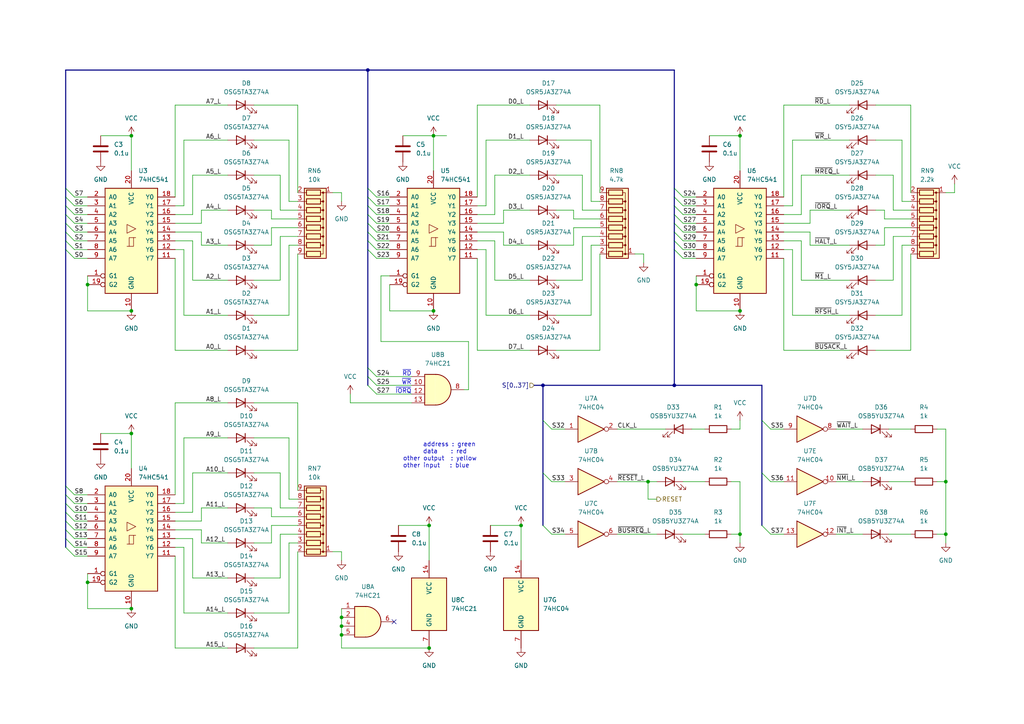
<source format=kicad_sch>
(kicad_sch (version 20211123) (generator eeschema)

  (uuid 2da3f1ae-a07b-4a95-abeb-88bdb95e6b52)

  (paper "A4")

  (title_block
    (title "Main Board for Z80")
    (rev "v1.0")
  )

  (lib_symbols
    (symbol "74xx:74HC04" (in_bom yes) (on_board yes)
      (property "Reference" "U" (id 0) (at 0 1.27 0)
        (effects (font (size 1.27 1.27)))
      )
      (property "Value" "74HC04" (id 1) (at 0 -1.27 0)
        (effects (font (size 1.27 1.27)))
      )
      (property "Footprint" "" (id 2) (at 0 0 0)
        (effects (font (size 1.27 1.27)) hide)
      )
      (property "Datasheet" "https://assets.nexperia.com/documents/data-sheet/74HC_HCT04.pdf" (id 3) (at 0 0 0)
        (effects (font (size 1.27 1.27)) hide)
      )
      (property "ki_locked" "" (id 4) (at 0 0 0)
        (effects (font (size 1.27 1.27)))
      )
      (property "ki_keywords" "HCMOS not inv" (id 5) (at 0 0 0)
        (effects (font (size 1.27 1.27)) hide)
      )
      (property "ki_description" "Hex Inverter" (id 6) (at 0 0 0)
        (effects (font (size 1.27 1.27)) hide)
      )
      (property "ki_fp_filters" "DIP*W7.62mm* SSOP?14* TSSOP?14*" (id 7) (at 0 0 0)
        (effects (font (size 1.27 1.27)) hide)
      )
      (symbol "74HC04_1_0"
        (polyline
          (pts
            (xy -3.81 3.81)
            (xy -3.81 -3.81)
            (xy 3.81 0)
            (xy -3.81 3.81)
          )
          (stroke (width 0.254) (type default) (color 0 0 0 0))
          (fill (type background))
        )
        (pin input line (at -7.62 0 0) (length 3.81)
          (name "~" (effects (font (size 1.27 1.27))))
          (number "1" (effects (font (size 1.27 1.27))))
        )
        (pin output inverted (at 7.62 0 180) (length 3.81)
          (name "~" (effects (font (size 1.27 1.27))))
          (number "2" (effects (font (size 1.27 1.27))))
        )
      )
      (symbol "74HC04_2_0"
        (polyline
          (pts
            (xy -3.81 3.81)
            (xy -3.81 -3.81)
            (xy 3.81 0)
            (xy -3.81 3.81)
          )
          (stroke (width 0.254) (type default) (color 0 0 0 0))
          (fill (type background))
        )
        (pin input line (at -7.62 0 0) (length 3.81)
          (name "~" (effects (font (size 1.27 1.27))))
          (number "3" (effects (font (size 1.27 1.27))))
        )
        (pin output inverted (at 7.62 0 180) (length 3.81)
          (name "~" (effects (font (size 1.27 1.27))))
          (number "4" (effects (font (size 1.27 1.27))))
        )
      )
      (symbol "74HC04_3_0"
        (polyline
          (pts
            (xy -3.81 3.81)
            (xy -3.81 -3.81)
            (xy 3.81 0)
            (xy -3.81 3.81)
          )
          (stroke (width 0.254) (type default) (color 0 0 0 0))
          (fill (type background))
        )
        (pin input line (at -7.62 0 0) (length 3.81)
          (name "~" (effects (font (size 1.27 1.27))))
          (number "5" (effects (font (size 1.27 1.27))))
        )
        (pin output inverted (at 7.62 0 180) (length 3.81)
          (name "~" (effects (font (size 1.27 1.27))))
          (number "6" (effects (font (size 1.27 1.27))))
        )
      )
      (symbol "74HC04_4_0"
        (polyline
          (pts
            (xy -3.81 3.81)
            (xy -3.81 -3.81)
            (xy 3.81 0)
            (xy -3.81 3.81)
          )
          (stroke (width 0.254) (type default) (color 0 0 0 0))
          (fill (type background))
        )
        (pin output inverted (at 7.62 0 180) (length 3.81)
          (name "~" (effects (font (size 1.27 1.27))))
          (number "8" (effects (font (size 1.27 1.27))))
        )
        (pin input line (at -7.62 0 0) (length 3.81)
          (name "~" (effects (font (size 1.27 1.27))))
          (number "9" (effects (font (size 1.27 1.27))))
        )
      )
      (symbol "74HC04_5_0"
        (polyline
          (pts
            (xy -3.81 3.81)
            (xy -3.81 -3.81)
            (xy 3.81 0)
            (xy -3.81 3.81)
          )
          (stroke (width 0.254) (type default) (color 0 0 0 0))
          (fill (type background))
        )
        (pin output inverted (at 7.62 0 180) (length 3.81)
          (name "~" (effects (font (size 1.27 1.27))))
          (number "10" (effects (font (size 1.27 1.27))))
        )
        (pin input line (at -7.62 0 0) (length 3.81)
          (name "~" (effects (font (size 1.27 1.27))))
          (number "11" (effects (font (size 1.27 1.27))))
        )
      )
      (symbol "74HC04_6_0"
        (polyline
          (pts
            (xy -3.81 3.81)
            (xy -3.81 -3.81)
            (xy 3.81 0)
            (xy -3.81 3.81)
          )
          (stroke (width 0.254) (type default) (color 0 0 0 0))
          (fill (type background))
        )
        (pin output inverted (at 7.62 0 180) (length 3.81)
          (name "~" (effects (font (size 1.27 1.27))))
          (number "12" (effects (font (size 1.27 1.27))))
        )
        (pin input line (at -7.62 0 0) (length 3.81)
          (name "~" (effects (font (size 1.27 1.27))))
          (number "13" (effects (font (size 1.27 1.27))))
        )
      )
      (symbol "74HC04_7_0"
        (pin power_in line (at 0 12.7 270) (length 5.08)
          (name "VCC" (effects (font (size 1.27 1.27))))
          (number "14" (effects (font (size 1.27 1.27))))
        )
        (pin power_in line (at 0 -12.7 90) (length 5.08)
          (name "GND" (effects (font (size 1.27 1.27))))
          (number "7" (effects (font (size 1.27 1.27))))
        )
      )
      (symbol "74HC04_7_1"
        (rectangle (start -5.08 7.62) (end 5.08 -7.62)
          (stroke (width 0.254) (type default) (color 0 0 0 0))
          (fill (type background))
        )
      )
    )
    (symbol "74xx:74LS21" (pin_names (offset 1.016)) (in_bom yes) (on_board yes)
      (property "Reference" "U" (id 0) (at 0 1.27 0)
        (effects (font (size 1.27 1.27)))
      )
      (property "Value" "74LS21" (id 1) (at 0 -1.27 0)
        (effects (font (size 1.27 1.27)))
      )
      (property "Footprint" "" (id 2) (at 0 0 0)
        (effects (font (size 1.27 1.27)) hide)
      )
      (property "Datasheet" "http://www.ti.com/lit/gpn/sn74LS21" (id 3) (at 0 0 0)
        (effects (font (size 1.27 1.27)) hide)
      )
      (property "ki_locked" "" (id 4) (at 0 0 0)
        (effects (font (size 1.27 1.27)))
      )
      (property "ki_keywords" "TTL And4" (id 5) (at 0 0 0)
        (effects (font (size 1.27 1.27)) hide)
      )
      (property "ki_description" "Dual 4-input AND" (id 6) (at 0 0 0)
        (effects (font (size 1.27 1.27)) hide)
      )
      (property "ki_fp_filters" "DIP?12*" (id 7) (at 0 0 0)
        (effects (font (size 1.27 1.27)) hide)
      )
      (symbol "74LS21_1_1"
        (arc (start -0.635 -4.445) (mid 3.81 0) (end -0.635 4.445)
          (stroke (width 0.254) (type default) (color 0 0 0 0))
          (fill (type background))
        )
        (polyline
          (pts
            (xy -0.635 4.445)
            (xy -3.81 4.445)
            (xy -3.81 -4.445)
            (xy -0.635 -4.445)
          )
          (stroke (width 0.254) (type default) (color 0 0 0 0))
          (fill (type background))
        )
        (pin input line (at -7.62 3.81 0) (length 3.81)
          (name "~" (effects (font (size 1.27 1.27))))
          (number "1" (effects (font (size 1.27 1.27))))
        )
        (pin input line (at -7.62 1.27 0) (length 3.81)
          (name "~" (effects (font (size 1.27 1.27))))
          (number "2" (effects (font (size 1.27 1.27))))
        )
        (pin input line (at -7.62 -1.27 0) (length 3.81)
          (name "~" (effects (font (size 1.27 1.27))))
          (number "4" (effects (font (size 1.27 1.27))))
        )
        (pin input line (at -7.62 -3.81 0) (length 3.81)
          (name "~" (effects (font (size 1.27 1.27))))
          (number "5" (effects (font (size 1.27 1.27))))
        )
        (pin output line (at 7.62 0 180) (length 3.81)
          (name "~" (effects (font (size 1.27 1.27))))
          (number "6" (effects (font (size 1.27 1.27))))
        )
      )
      (symbol "74LS21_1_2"
        (arc (start -3.81 -4.445) (mid -2.5908 0) (end -3.81 4.445)
          (stroke (width 0.254) (type default) (color 0 0 0 0))
          (fill (type none))
        )
        (arc (start -0.6096 -4.445) (mid 2.224 -2.8428) (end 3.81 0)
          (stroke (width 0.254) (type default) (color 0 0 0 0))
          (fill (type background))
        )
        (polyline
          (pts
            (xy -3.81 -4.445)
            (xy -0.635 -4.445)
          )
          (stroke (width 0.254) (type default) (color 0 0 0 0))
          (fill (type background))
        )
        (polyline
          (pts
            (xy -3.81 4.445)
            (xy -0.635 4.445)
          )
          (stroke (width 0.254) (type default) (color 0 0 0 0))
          (fill (type background))
        )
        (polyline
          (pts
            (xy -0.635 4.445)
            (xy -3.81 4.445)
            (xy -3.81 4.445)
            (xy -3.6322 4.0894)
            (xy -3.0988 2.921)
            (xy -2.7686 1.6764)
            (xy -2.6162 0.4318)
            (xy -2.6416 -0.8636)
            (xy -2.8702 -2.1082)
            (xy -3.2512 -3.3274)
            (xy -3.81 -4.445)
            (xy -3.81 -4.445)
            (xy -0.635 -4.445)
          )
          (stroke (width -25.4) (type default) (color 0 0 0 0))
          (fill (type background))
        )
        (arc (start 3.81 0) (mid 2.2198 2.8386) (end -0.6096 4.445)
          (stroke (width 0.254) (type default) (color 0 0 0 0))
          (fill (type background))
        )
        (pin input inverted (at -7.62 3.81 0) (length 3.81)
          (name "~" (effects (font (size 1.27 1.27))))
          (number "1" (effects (font (size 1.27 1.27))))
        )
        (pin input inverted (at -7.62 1.27 0) (length 4.826)
          (name "~" (effects (font (size 1.27 1.27))))
          (number "2" (effects (font (size 1.27 1.27))))
        )
        (pin input inverted (at -7.62 -1.27 0) (length 4.826)
          (name "~" (effects (font (size 1.27 1.27))))
          (number "4" (effects (font (size 1.27 1.27))))
        )
        (pin input inverted (at -7.62 -3.81 0) (length 3.81)
          (name "~" (effects (font (size 1.27 1.27))))
          (number "5" (effects (font (size 1.27 1.27))))
        )
        (pin output inverted (at 7.62 0 180) (length 3.81)
          (name "~" (effects (font (size 1.27 1.27))))
          (number "6" (effects (font (size 1.27 1.27))))
        )
      )
      (symbol "74LS21_2_1"
        (arc (start -0.635 -4.445) (mid 3.81 0) (end -0.635 4.445)
          (stroke (width 0.254) (type default) (color 0 0 0 0))
          (fill (type background))
        )
        (polyline
          (pts
            (xy -0.635 4.445)
            (xy -3.81 4.445)
            (xy -3.81 -4.445)
            (xy -0.635 -4.445)
          )
          (stroke (width 0.254) (type default) (color 0 0 0 0))
          (fill (type background))
        )
        (pin input line (at -7.62 1.27 0) (length 3.81)
          (name "~" (effects (font (size 1.27 1.27))))
          (number "10" (effects (font (size 1.27 1.27))))
        )
        (pin input line (at -7.62 -1.27 0) (length 3.81)
          (name "~" (effects (font (size 1.27 1.27))))
          (number "12" (effects (font (size 1.27 1.27))))
        )
        (pin input line (at -7.62 -3.81 0) (length 3.81)
          (name "~" (effects (font (size 1.27 1.27))))
          (number "13" (effects (font (size 1.27 1.27))))
        )
        (pin output line (at 7.62 0 180) (length 3.81)
          (name "~" (effects (font (size 1.27 1.27))))
          (number "8" (effects (font (size 1.27 1.27))))
        )
        (pin input line (at -7.62 3.81 0) (length 3.81)
          (name "~" (effects (font (size 1.27 1.27))))
          (number "9" (effects (font (size 1.27 1.27))))
        )
      )
      (symbol "74LS21_2_2"
        (arc (start -3.81 -4.445) (mid -2.5908 0) (end -3.81 4.445)
          (stroke (width 0.254) (type default) (color 0 0 0 0))
          (fill (type none))
        )
        (arc (start -0.6096 -4.445) (mid 2.224 -2.8428) (end 3.81 0)
          (stroke (width 0.254) (type default) (color 0 0 0 0))
          (fill (type background))
        )
        (polyline
          (pts
            (xy -3.81 -4.445)
            (xy -0.635 -4.445)
          )
          (stroke (width 0.254) (type default) (color 0 0 0 0))
          (fill (type background))
        )
        (polyline
          (pts
            (xy -3.81 4.445)
            (xy -0.635 4.445)
          )
          (stroke (width 0.254) (type default) (color 0 0 0 0))
          (fill (type background))
        )
        (polyline
          (pts
            (xy -0.635 4.445)
            (xy -3.81 4.445)
            (xy -3.81 4.445)
            (xy -3.6322 4.0894)
            (xy -3.0988 2.921)
            (xy -2.7686 1.6764)
            (xy -2.6162 0.4318)
            (xy -2.6416 -0.8636)
            (xy -2.8702 -2.1082)
            (xy -3.2512 -3.3274)
            (xy -3.81 -4.445)
            (xy -3.81 -4.445)
            (xy -0.635 -4.445)
          )
          (stroke (width -25.4) (type default) (color 0 0 0 0))
          (fill (type background))
        )
        (arc (start 3.81 0) (mid 2.2198 2.8386) (end -0.6096 4.445)
          (stroke (width 0.254) (type default) (color 0 0 0 0))
          (fill (type background))
        )
        (pin input inverted (at -7.62 1.27 0) (length 4.826)
          (name "~" (effects (font (size 1.27 1.27))))
          (number "10" (effects (font (size 1.27 1.27))))
        )
        (pin input inverted (at -7.62 -1.27 0) (length 4.826)
          (name "~" (effects (font (size 1.27 1.27))))
          (number "12" (effects (font (size 1.27 1.27))))
        )
        (pin input inverted (at -7.62 -3.81 0) (length 3.81)
          (name "~" (effects (font (size 1.27 1.27))))
          (number "13" (effects (font (size 1.27 1.27))))
        )
        (pin output inverted (at 7.62 0 180) (length 3.81)
          (name "~" (effects (font (size 1.27 1.27))))
          (number "8" (effects (font (size 1.27 1.27))))
        )
        (pin input inverted (at -7.62 3.81 0) (length 3.81)
          (name "~" (effects (font (size 1.27 1.27))))
          (number "9" (effects (font (size 1.27 1.27))))
        )
      )
      (symbol "74LS21_3_0"
        (pin power_in line (at 0 12.7 270) (length 5.08)
          (name "VCC" (effects (font (size 1.27 1.27))))
          (number "14" (effects (font (size 1.27 1.27))))
        )
        (pin power_in line (at 0 -12.7 90) (length 5.08)
          (name "GND" (effects (font (size 1.27 1.27))))
          (number "7" (effects (font (size 1.27 1.27))))
        )
      )
      (symbol "74LS21_3_1"
        (rectangle (start -5.08 7.62) (end 5.08 -7.62)
          (stroke (width 0.254) (type default) (color 0 0 0 0))
          (fill (type background))
        )
      )
    )
    (symbol "74xx:74LS541" (pin_names (offset 1.016)) (in_bom yes) (on_board yes)
      (property "Reference" "U" (id 0) (at -7.62 16.51 0)
        (effects (font (size 1.27 1.27)))
      )
      (property "Value" "74LS541" (id 1) (at -7.62 -16.51 0)
        (effects (font (size 1.27 1.27)))
      )
      (property "Footprint" "" (id 2) (at 0 0 0)
        (effects (font (size 1.27 1.27)) hide)
      )
      (property "Datasheet" "http://www.ti.com/lit/gpn/sn74LS541" (id 3) (at 0 0 0)
        (effects (font (size 1.27 1.27)) hide)
      )
      (property "ki_locked" "" (id 4) (at 0 0 0)
        (effects (font (size 1.27 1.27)))
      )
      (property "ki_keywords" "TTL BUFFER 3State BUS" (id 5) (at 0 0 0)
        (effects (font (size 1.27 1.27)) hide)
      )
      (property "ki_description" "8-bit Buffer/Line Driver 3-state outputs" (id 6) (at 0 0 0)
        (effects (font (size 1.27 1.27)) hide)
      )
      (property "ki_fp_filters" "DIP?20*" (id 7) (at 0 0 0)
        (effects (font (size 1.27 1.27)) hide)
      )
      (symbol "74LS541_1_0"
        (polyline
          (pts
            (xy -0.635 -1.6002)
            (xy -0.635 0.9398)
            (xy 0.635 0.9398)
          )
          (stroke (width 0) (type default) (color 0 0 0 0))
          (fill (type none))
        )
        (polyline
          (pts
            (xy -1.27 -1.6002)
            (xy 0.635 -1.6002)
            (xy 0.635 0.9398)
            (xy 1.27 0.9398)
          )
          (stroke (width 0) (type default) (color 0 0 0 0))
          (fill (type none))
        )
        (polyline
          (pts
            (xy 1.27 3.4798)
            (xy -1.27 4.7498)
            (xy -1.27 2.2098)
            (xy 1.27 3.4798)
          )
          (stroke (width 0.1524) (type default) (color 0 0 0 0))
          (fill (type none))
        )
        (pin input inverted (at -12.7 -10.16 0) (length 5.08)
          (name "G1" (effects (font (size 1.27 1.27))))
          (number "1" (effects (font (size 1.27 1.27))))
        )
        (pin power_in line (at 0 -20.32 90) (length 5.08)
          (name "GND" (effects (font (size 1.27 1.27))))
          (number "10" (effects (font (size 1.27 1.27))))
        )
        (pin tri_state line (at 12.7 -5.08 180) (length 5.08)
          (name "Y7" (effects (font (size 1.27 1.27))))
          (number "11" (effects (font (size 1.27 1.27))))
        )
        (pin tri_state line (at 12.7 -2.54 180) (length 5.08)
          (name "Y6" (effects (font (size 1.27 1.27))))
          (number "12" (effects (font (size 1.27 1.27))))
        )
        (pin tri_state line (at 12.7 0 180) (length 5.08)
          (name "Y5" (effects (font (size 1.27 1.27))))
          (number "13" (effects (font (size 1.27 1.27))))
        )
        (pin tri_state line (at 12.7 2.54 180) (length 5.08)
          (name "Y4" (effects (font (size 1.27 1.27))))
          (number "14" (effects (font (size 1.27 1.27))))
        )
        (pin tri_state line (at 12.7 5.08 180) (length 5.08)
          (name "Y3" (effects (font (size 1.27 1.27))))
          (number "15" (effects (font (size 1.27 1.27))))
        )
        (pin tri_state line (at 12.7 7.62 180) (length 5.08)
          (name "Y2" (effects (font (size 1.27 1.27))))
          (number "16" (effects (font (size 1.27 1.27))))
        )
        (pin tri_state line (at 12.7 10.16 180) (length 5.08)
          (name "Y1" (effects (font (size 1.27 1.27))))
          (number "17" (effects (font (size 1.27 1.27))))
        )
        (pin tri_state line (at 12.7 12.7 180) (length 5.08)
          (name "Y0" (effects (font (size 1.27 1.27))))
          (number "18" (effects (font (size 1.27 1.27))))
        )
        (pin input inverted (at -12.7 -12.7 0) (length 5.08)
          (name "G2" (effects (font (size 1.27 1.27))))
          (number "19" (effects (font (size 1.27 1.27))))
        )
        (pin input line (at -12.7 12.7 0) (length 5.08)
          (name "A0" (effects (font (size 1.27 1.27))))
          (number "2" (effects (font (size 1.27 1.27))))
        )
        (pin power_in line (at 0 20.32 270) (length 5.08)
          (name "VCC" (effects (font (size 1.27 1.27))))
          (number "20" (effects (font (size 1.27 1.27))))
        )
        (pin input line (at -12.7 10.16 0) (length 5.08)
          (name "A1" (effects (font (size 1.27 1.27))))
          (number "3" (effects (font (size 1.27 1.27))))
        )
        (pin input line (at -12.7 7.62 0) (length 5.08)
          (name "A2" (effects (font (size 1.27 1.27))))
          (number "4" (effects (font (size 1.27 1.27))))
        )
        (pin input line (at -12.7 5.08 0) (length 5.08)
          (name "A3" (effects (font (size 1.27 1.27))))
          (number "5" (effects (font (size 1.27 1.27))))
        )
        (pin input line (at -12.7 2.54 0) (length 5.08)
          (name "A4" (effects (font (size 1.27 1.27))))
          (number "6" (effects (font (size 1.27 1.27))))
        )
        (pin input line (at -12.7 0 0) (length 5.08)
          (name "A5" (effects (font (size 1.27 1.27))))
          (number "7" (effects (font (size 1.27 1.27))))
        )
        (pin input line (at -12.7 -2.54 0) (length 5.08)
          (name "A6" (effects (font (size 1.27 1.27))))
          (number "8" (effects (font (size 1.27 1.27))))
        )
        (pin input line (at -12.7 -5.08 0) (length 5.08)
          (name "A7" (effects (font (size 1.27 1.27))))
          (number "9" (effects (font (size 1.27 1.27))))
        )
      )
      (symbol "74LS541_1_1"
        (rectangle (start -7.62 15.24) (end 7.62 -15.24)
          (stroke (width 0.254) (type default) (color 0 0 0 0))
          (fill (type background))
        )
      )
    )
    (symbol "Device:C" (pin_numbers hide) (pin_names (offset 0.254)) (in_bom yes) (on_board yes)
      (property "Reference" "C" (id 0) (at 0.635 2.54 0)
        (effects (font (size 1.27 1.27)) (justify left))
      )
      (property "Value" "C" (id 1) (at 0.635 -2.54 0)
        (effects (font (size 1.27 1.27)) (justify left))
      )
      (property "Footprint" "" (id 2) (at 0.9652 -3.81 0)
        (effects (font (size 1.27 1.27)) hide)
      )
      (property "Datasheet" "~" (id 3) (at 0 0 0)
        (effects (font (size 1.27 1.27)) hide)
      )
      (property "ki_keywords" "cap capacitor" (id 4) (at 0 0 0)
        (effects (font (size 1.27 1.27)) hide)
      )
      (property "ki_description" "Unpolarized capacitor" (id 5) (at 0 0 0)
        (effects (font (size 1.27 1.27)) hide)
      )
      (property "ki_fp_filters" "C_*" (id 6) (at 0 0 0)
        (effects (font (size 1.27 1.27)) hide)
      )
      (symbol "C_0_1"
        (polyline
          (pts
            (xy -2.032 -0.762)
            (xy 2.032 -0.762)
          )
          (stroke (width 0.508) (type default) (color 0 0 0 0))
          (fill (type none))
        )
        (polyline
          (pts
            (xy -2.032 0.762)
            (xy 2.032 0.762)
          )
          (stroke (width 0.508) (type default) (color 0 0 0 0))
          (fill (type none))
        )
      )
      (symbol "C_1_1"
        (pin passive line (at 0 3.81 270) (length 2.794)
          (name "~" (effects (font (size 1.27 1.27))))
          (number "1" (effects (font (size 1.27 1.27))))
        )
        (pin passive line (at 0 -3.81 90) (length 2.794)
          (name "~" (effects (font (size 1.27 1.27))))
          (number "2" (effects (font (size 1.27 1.27))))
        )
      )
    )
    (symbol "Device:LED" (pin_numbers hide) (pin_names (offset 1.016) hide) (in_bom yes) (on_board yes)
      (property "Reference" "D" (id 0) (at 0 2.54 0)
        (effects (font (size 1.27 1.27)))
      )
      (property "Value" "LED" (id 1) (at 0 -2.54 0)
        (effects (font (size 1.27 1.27)))
      )
      (property "Footprint" "" (id 2) (at 0 0 0)
        (effects (font (size 1.27 1.27)) hide)
      )
      (property "Datasheet" "~" (id 3) (at 0 0 0)
        (effects (font (size 1.27 1.27)) hide)
      )
      (property "ki_keywords" "LED diode" (id 4) (at 0 0 0)
        (effects (font (size 1.27 1.27)) hide)
      )
      (property "ki_description" "Light emitting diode" (id 5) (at 0 0 0)
        (effects (font (size 1.27 1.27)) hide)
      )
      (property "ki_fp_filters" "LED* LED_SMD:* LED_THT:*" (id 6) (at 0 0 0)
        (effects (font (size 1.27 1.27)) hide)
      )
      (symbol "LED_0_1"
        (polyline
          (pts
            (xy -1.27 -1.27)
            (xy -1.27 1.27)
          )
          (stroke (width 0.254) (type default) (color 0 0 0 0))
          (fill (type none))
        )
        (polyline
          (pts
            (xy -1.27 0)
            (xy 1.27 0)
          )
          (stroke (width 0) (type default) (color 0 0 0 0))
          (fill (type none))
        )
        (polyline
          (pts
            (xy 1.27 -1.27)
            (xy 1.27 1.27)
            (xy -1.27 0)
            (xy 1.27 -1.27)
          )
          (stroke (width 0.254) (type default) (color 0 0 0 0))
          (fill (type none))
        )
        (polyline
          (pts
            (xy -3.048 -0.762)
            (xy -4.572 -2.286)
            (xy -3.81 -2.286)
            (xy -4.572 -2.286)
            (xy -4.572 -1.524)
          )
          (stroke (width 0) (type default) (color 0 0 0 0))
          (fill (type none))
        )
        (polyline
          (pts
            (xy -1.778 -0.762)
            (xy -3.302 -2.286)
            (xy -2.54 -2.286)
            (xy -3.302 -2.286)
            (xy -3.302 -1.524)
          )
          (stroke (width 0) (type default) (color 0 0 0 0))
          (fill (type none))
        )
      )
      (symbol "LED_1_1"
        (pin passive line (at -3.81 0 0) (length 2.54)
          (name "K" (effects (font (size 1.27 1.27))))
          (number "1" (effects (font (size 1.27 1.27))))
        )
        (pin passive line (at 3.81 0 180) (length 2.54)
          (name "A" (effects (font (size 1.27 1.27))))
          (number "2" (effects (font (size 1.27 1.27))))
        )
      )
    )
    (symbol "Device:R" (pin_numbers hide) (pin_names (offset 0)) (in_bom yes) (on_board yes)
      (property "Reference" "R" (id 0) (at 2.032 0 90)
        (effects (font (size 1.27 1.27)))
      )
      (property "Value" "R" (id 1) (at 0 0 90)
        (effects (font (size 1.27 1.27)))
      )
      (property "Footprint" "" (id 2) (at -1.778 0 90)
        (effects (font (size 1.27 1.27)) hide)
      )
      (property "Datasheet" "~" (id 3) (at 0 0 0)
        (effects (font (size 1.27 1.27)) hide)
      )
      (property "ki_keywords" "R res resistor" (id 4) (at 0 0 0)
        (effects (font (size 1.27 1.27)) hide)
      )
      (property "ki_description" "Resistor" (id 5) (at 0 0 0)
        (effects (font (size 1.27 1.27)) hide)
      )
      (property "ki_fp_filters" "R_*" (id 6) (at 0 0 0)
        (effects (font (size 1.27 1.27)) hide)
      )
      (symbol "R_0_1"
        (rectangle (start -1.016 -2.54) (end 1.016 2.54)
          (stroke (width 0.254) (type default) (color 0 0 0 0))
          (fill (type none))
        )
      )
      (symbol "R_1_1"
        (pin passive line (at 0 3.81 270) (length 1.27)
          (name "~" (effects (font (size 1.27 1.27))))
          (number "1" (effects (font (size 1.27 1.27))))
        )
        (pin passive line (at 0 -3.81 90) (length 1.27)
          (name "~" (effects (font (size 1.27 1.27))))
          (number "2" (effects (font (size 1.27 1.27))))
        )
      )
    )
    (symbol "Device:R_Network08" (pin_names (offset 0) hide) (in_bom yes) (on_board yes)
      (property "Reference" "RN" (id 0) (at -12.7 0 90)
        (effects (font (size 1.27 1.27)))
      )
      (property "Value" "R_Network08" (id 1) (at 10.16 0 90)
        (effects (font (size 1.27 1.27)))
      )
      (property "Footprint" "Resistor_THT:R_Array_SIP9" (id 2) (at 12.065 0 90)
        (effects (font (size 1.27 1.27)) hide)
      )
      (property "Datasheet" "http://www.vishay.com/docs/31509/csc.pdf" (id 3) (at 0 0 0)
        (effects (font (size 1.27 1.27)) hide)
      )
      (property "ki_keywords" "R network star-topology" (id 4) (at 0 0 0)
        (effects (font (size 1.27 1.27)) hide)
      )
      (property "ki_description" "8 resistor network, star topology, bussed resistors, small symbol" (id 5) (at 0 0 0)
        (effects (font (size 1.27 1.27)) hide)
      )
      (property "ki_fp_filters" "R?Array?SIP*" (id 6) (at 0 0 0)
        (effects (font (size 1.27 1.27)) hide)
      )
      (symbol "R_Network08_0_1"
        (rectangle (start -11.43 -3.175) (end 8.89 3.175)
          (stroke (width 0.254) (type default) (color 0 0 0 0))
          (fill (type background))
        )
        (rectangle (start -10.922 1.524) (end -9.398 -2.54)
          (stroke (width 0.254) (type default) (color 0 0 0 0))
          (fill (type none))
        )
        (circle (center -10.16 2.286) (radius 0.254)
          (stroke (width 0) (type default) (color 0 0 0 0))
          (fill (type outline))
        )
        (rectangle (start -8.382 1.524) (end -6.858 -2.54)
          (stroke (width 0.254) (type default) (color 0 0 0 0))
          (fill (type none))
        )
        (circle (center -7.62 2.286) (radius 0.254)
          (stroke (width 0) (type default) (color 0 0 0 0))
          (fill (type outline))
        )
        (rectangle (start -5.842 1.524) (end -4.318 -2.54)
          (stroke (width 0.254) (type default) (color 0 0 0 0))
          (fill (type none))
        )
        (circle (center -5.08 2.286) (radius 0.254)
          (stroke (width 0) (type default) (color 0 0 0 0))
          (fill (type outline))
        )
        (rectangle (start -3.302 1.524) (end -1.778 -2.54)
          (stroke (width 0.254) (type default) (color 0 0 0 0))
          (fill (type none))
        )
        (circle (center -2.54 2.286) (radius 0.254)
          (stroke (width 0) (type default) (color 0 0 0 0))
          (fill (type outline))
        )
        (rectangle (start -0.762 1.524) (end 0.762 -2.54)
          (stroke (width 0.254) (type default) (color 0 0 0 0))
          (fill (type none))
        )
        (polyline
          (pts
            (xy -10.16 -2.54)
            (xy -10.16 -3.81)
          )
          (stroke (width 0) (type default) (color 0 0 0 0))
          (fill (type none))
        )
        (polyline
          (pts
            (xy -7.62 -2.54)
            (xy -7.62 -3.81)
          )
          (stroke (width 0) (type default) (color 0 0 0 0))
          (fill (type none))
        )
        (polyline
          (pts
            (xy -5.08 -2.54)
            (xy -5.08 -3.81)
          )
          (stroke (width 0) (type default) (color 0 0 0 0))
          (fill (type none))
        )
        (polyline
          (pts
            (xy -2.54 -2.54)
            (xy -2.54 -3.81)
          )
          (stroke (width 0) (type default) (color 0 0 0 0))
          (fill (type none))
        )
        (polyline
          (pts
            (xy 0 -2.54)
            (xy 0 -3.81)
          )
          (stroke (width 0) (type default) (color 0 0 0 0))
          (fill (type none))
        )
        (polyline
          (pts
            (xy 2.54 -2.54)
            (xy 2.54 -3.81)
          )
          (stroke (width 0) (type default) (color 0 0 0 0))
          (fill (type none))
        )
        (polyline
          (pts
            (xy 5.08 -2.54)
            (xy 5.08 -3.81)
          )
          (stroke (width 0) (type default) (color 0 0 0 0))
          (fill (type none))
        )
        (polyline
          (pts
            (xy 7.62 -2.54)
            (xy 7.62 -3.81)
          )
          (stroke (width 0) (type default) (color 0 0 0 0))
          (fill (type none))
        )
        (polyline
          (pts
            (xy -10.16 1.524)
            (xy -10.16 2.286)
            (xy -7.62 2.286)
            (xy -7.62 1.524)
          )
          (stroke (width 0) (type default) (color 0 0 0 0))
          (fill (type none))
        )
        (polyline
          (pts
            (xy -7.62 1.524)
            (xy -7.62 2.286)
            (xy -5.08 2.286)
            (xy -5.08 1.524)
          )
          (stroke (width 0) (type default) (color 0 0 0 0))
          (fill (type none))
        )
        (polyline
          (pts
            (xy -5.08 1.524)
            (xy -5.08 2.286)
            (xy -2.54 2.286)
            (xy -2.54 1.524)
          )
          (stroke (width 0) (type default) (color 0 0 0 0))
          (fill (type none))
        )
        (polyline
          (pts
            (xy -2.54 1.524)
            (xy -2.54 2.286)
            (xy 0 2.286)
            (xy 0 1.524)
          )
          (stroke (width 0) (type default) (color 0 0 0 0))
          (fill (type none))
        )
        (polyline
          (pts
            (xy 0 1.524)
            (xy 0 2.286)
            (xy 2.54 2.286)
            (xy 2.54 1.524)
          )
          (stroke (width 0) (type default) (color 0 0 0 0))
          (fill (type none))
        )
        (polyline
          (pts
            (xy 2.54 1.524)
            (xy 2.54 2.286)
            (xy 5.08 2.286)
            (xy 5.08 1.524)
          )
          (stroke (width 0) (type default) (color 0 0 0 0))
          (fill (type none))
        )
        (polyline
          (pts
            (xy 5.08 1.524)
            (xy 5.08 2.286)
            (xy 7.62 2.286)
            (xy 7.62 1.524)
          )
          (stroke (width 0) (type default) (color 0 0 0 0))
          (fill (type none))
        )
        (circle (center 0 2.286) (radius 0.254)
          (stroke (width 0) (type default) (color 0 0 0 0))
          (fill (type outline))
        )
        (rectangle (start 1.778 1.524) (end 3.302 -2.54)
          (stroke (width 0.254) (type default) (color 0 0 0 0))
          (fill (type none))
        )
        (circle (center 2.54 2.286) (radius 0.254)
          (stroke (width 0) (type default) (color 0 0 0 0))
          (fill (type outline))
        )
        (rectangle (start 4.318 1.524) (end 5.842 -2.54)
          (stroke (width 0.254) (type default) (color 0 0 0 0))
          (fill (type none))
        )
        (circle (center 5.08 2.286) (radius 0.254)
          (stroke (width 0) (type default) (color 0 0 0 0))
          (fill (type outline))
        )
        (rectangle (start 6.858 1.524) (end 8.382 -2.54)
          (stroke (width 0.254) (type default) (color 0 0 0 0))
          (fill (type none))
        )
      )
      (symbol "R_Network08_1_1"
        (pin passive line (at -10.16 5.08 270) (length 2.54)
          (name "common" (effects (font (size 1.27 1.27))))
          (number "1" (effects (font (size 1.27 1.27))))
        )
        (pin passive line (at -10.16 -5.08 90) (length 1.27)
          (name "R1" (effects (font (size 1.27 1.27))))
          (number "2" (effects (font (size 1.27 1.27))))
        )
        (pin passive line (at -7.62 -5.08 90) (length 1.27)
          (name "R2" (effects (font (size 1.27 1.27))))
          (number "3" (effects (font (size 1.27 1.27))))
        )
        (pin passive line (at -5.08 -5.08 90) (length 1.27)
          (name "R3" (effects (font (size 1.27 1.27))))
          (number "4" (effects (font (size 1.27 1.27))))
        )
        (pin passive line (at -2.54 -5.08 90) (length 1.27)
          (name "R4" (effects (font (size 1.27 1.27))))
          (number "5" (effects (font (size 1.27 1.27))))
        )
        (pin passive line (at 0 -5.08 90) (length 1.27)
          (name "R5" (effects (font (size 1.27 1.27))))
          (number "6" (effects (font (size 1.27 1.27))))
        )
        (pin passive line (at 2.54 -5.08 90) (length 1.27)
          (name "R6" (effects (font (size 1.27 1.27))))
          (number "7" (effects (font (size 1.27 1.27))))
        )
        (pin passive line (at 5.08 -5.08 90) (length 1.27)
          (name "R7" (effects (font (size 1.27 1.27))))
          (number "8" (effects (font (size 1.27 1.27))))
        )
        (pin passive line (at 7.62 -5.08 90) (length 1.27)
          (name "R8" (effects (font (size 1.27 1.27))))
          (number "9" (effects (font (size 1.27 1.27))))
        )
      )
    )
    (symbol "power:GND" (power) (pin_names (offset 0)) (in_bom yes) (on_board yes)
      (property "Reference" "#PWR" (id 0) (at 0 -6.35 0)
        (effects (font (size 1.27 1.27)) hide)
      )
      (property "Value" "GND" (id 1) (at 0 -3.81 0)
        (effects (font (size 1.27 1.27)))
      )
      (property "Footprint" "" (id 2) (at 0 0 0)
        (effects (font (size 1.27 1.27)) hide)
      )
      (property "Datasheet" "" (id 3) (at 0 0 0)
        (effects (font (size 1.27 1.27)) hide)
      )
      (property "ki_keywords" "power-flag" (id 4) (at 0 0 0)
        (effects (font (size 1.27 1.27)) hide)
      )
      (property "ki_description" "Power symbol creates a global label with name \"GND\" , ground" (id 5) (at 0 0 0)
        (effects (font (size 1.27 1.27)) hide)
      )
      (symbol "GND_0_1"
        (polyline
          (pts
            (xy 0 0)
            (xy 0 -1.27)
            (xy 1.27 -1.27)
            (xy 0 -2.54)
            (xy -1.27 -1.27)
            (xy 0 -1.27)
          )
          (stroke (width 0) (type default) (color 0 0 0 0))
          (fill (type none))
        )
      )
      (symbol "GND_1_1"
        (pin power_in line (at 0 0 270) (length 0) hide
          (name "GND" (effects (font (size 1.27 1.27))))
          (number "1" (effects (font (size 1.27 1.27))))
        )
      )
    )
    (symbol "power:VCC" (power) (pin_names (offset 0)) (in_bom yes) (on_board yes)
      (property "Reference" "#PWR" (id 0) (at 0 -3.81 0)
        (effects (font (size 1.27 1.27)) hide)
      )
      (property "Value" "VCC" (id 1) (at 0 3.81 0)
        (effects (font (size 1.27 1.27)))
      )
      (property "Footprint" "" (id 2) (at 0 0 0)
        (effects (font (size 1.27 1.27)) hide)
      )
      (property "Datasheet" "" (id 3) (at 0 0 0)
        (effects (font (size 1.27 1.27)) hide)
      )
      (property "ki_keywords" "power-flag" (id 4) (at 0 0 0)
        (effects (font (size 1.27 1.27)) hide)
      )
      (property "ki_description" "Power symbol creates a global label with name \"VCC\"" (id 5) (at 0 0 0)
        (effects (font (size 1.27 1.27)) hide)
      )
      (symbol "VCC_0_1"
        (polyline
          (pts
            (xy -0.762 1.27)
            (xy 0 2.54)
          )
          (stroke (width 0) (type default) (color 0 0 0 0))
          (fill (type none))
        )
        (polyline
          (pts
            (xy 0 0)
            (xy 0 2.54)
          )
          (stroke (width 0) (type default) (color 0 0 0 0))
          (fill (type none))
        )
        (polyline
          (pts
            (xy 0 2.54)
            (xy 0.762 1.27)
          )
          (stroke (width 0) (type default) (color 0 0 0 0))
          (fill (type none))
        )
      )
      (symbol "VCC_1_1"
        (pin power_in line (at 0 0 90) (length 0) hide
          (name "VCC" (effects (font (size 1.27 1.27))))
          (number "1" (effects (font (size 1.27 1.27))))
        )
      )
    )
  )

  (junction (at 38.1 176.53) (diameter 0) (color 0 0 0 0)
    (uuid 37b9ef0c-d6bc-4191-8fc9-502acf022355)
  )
  (junction (at 106.68 20.32) (diameter 0) (color 0 0 0 0)
    (uuid 4c7af952-d0a8-4142-b8bf-a3d3a26e1654)
  )
  (junction (at 201.93 82.55) (diameter 0) (color 0 0 0 0)
    (uuid 6dd4d715-6a36-443d-bc2a-8b950eb938fb)
  )
  (junction (at 187.96 139.7) (diameter 0) (color 0 0 0 0)
    (uuid 715a79c4-9260-4d27-8a24-f1cd653544a9)
  )
  (junction (at 99.06 179.07) (diameter 0) (color 0 0 0 0)
    (uuid 727063d3-3df6-4c9d-97f1-9e649b2cb264)
  )
  (junction (at 124.46 152.4) (diameter 0) (color 0 0 0 0)
    (uuid 763f8aee-1a8b-4b06-9a05-d0c9087dd726)
  )
  (junction (at 214.63 154.94) (diameter 0) (color 0 0 0 0)
    (uuid 79031a36-a32f-45b7-b39e-07ef8b9801c9)
  )
  (junction (at 38.1 90.17) (diameter 0) (color 0 0 0 0)
    (uuid 8058f9a5-fa13-4915-945b-aa832778cbb8)
  )
  (junction (at 99.06 181.61) (diameter 0) (color 0 0 0 0)
    (uuid 83428e0e-6169-45e1-8979-696ca9eea4f3)
  )
  (junction (at 38.1 39.37) (diameter 0) (color 0 0 0 0)
    (uuid 8781b105-979a-42b2-819f-1b043b4adf27)
  )
  (junction (at 25.4 82.55) (diameter 0) (color 0 0 0 0)
    (uuid 87c8f1e3-7ab7-4d2c-9b87-20e022735de2)
  )
  (junction (at 274.32 154.94) (diameter 0) (color 0 0 0 0)
    (uuid 8d8c423a-00f7-4a7a-93b7-6eb208640169)
  )
  (junction (at 214.63 90.17) (diameter 0) (color 0 0 0 0)
    (uuid 903eec20-f13d-42de-a8d2-28edf08e11a5)
  )
  (junction (at 151.13 152.4) (diameter 0) (color 0 0 0 0)
    (uuid a1d18ed7-8f0c-417c-a723-dfd224496e94)
  )
  (junction (at 125.73 90.17) (diameter 0) (color 0 0 0 0)
    (uuid a3d162de-661f-442a-a571-98feb6192b0f)
  )
  (junction (at 157.48 111.76) (diameter 0) (color 0 0 0 0)
    (uuid aa253aad-d850-45aa-ad47-a05399db06f7)
  )
  (junction (at 195.58 111.76) (diameter 0) (color 0 0 0 0)
    (uuid b17e0ec5-8150-4132-a6d4-c2fdc770ac62)
  )
  (junction (at 214.63 39.37) (diameter 0) (color 0 0 0 0)
    (uuid b592fd72-f462-479a-9f7d-69539e2d01d7)
  )
  (junction (at 25.4 168.91) (diameter 0) (color 0 0 0 0)
    (uuid b9296c2b-f3da-4e56-8d8b-53ed40f71bde)
  )
  (junction (at 99.06 184.15) (diameter 0) (color 0 0 0 0)
    (uuid bbfb1edc-64ea-43a9-87d7-7d0be6528df7)
  )
  (junction (at 274.32 139.7) (diameter 0) (color 0 0 0 0)
    (uuid d21fbee2-9bf6-46ed-ad83-b8e881e8ca25)
  )
  (junction (at 38.1 125.73) (diameter 0) (color 0 0 0 0)
    (uuid d4de5781-62fa-4caa-9ff7-70dbf4309cb8)
  )
  (junction (at 125.73 39.37) (diameter 0) (color 0 0 0 0)
    (uuid dc79ab94-80bb-4f09-9268-47ee1611b9d3)
  )
  (junction (at 124.46 187.96) (diameter 0) (color 0 0 0 0)
    (uuid f0d74be2-7e99-4918-85e7-e8df9edbe787)
  )

  (no_connect (at 114.3 180.34) (uuid fb973b6e-525e-44a9-ac1a-c1e1d86fd260))

  (bus_entry (at 19.05 69.85) (size 2.54 2.54)
    (stroke (width 0) (type default) (color 0 0 0 0))
    (uuid 018fe9b1-5a23-4c7b-b508-1a28cb933214)
  )
  (bus_entry (at 106.68 62.23) (size 2.54 2.54)
    (stroke (width 0) (type default) (color 0 0 0 0))
    (uuid 02771619-fd39-41c7-9745-3b8e0022deec)
  )
  (bus_entry (at 19.05 140.97) (size 2.54 2.54)
    (stroke (width 0) (type default) (color 0 0 0 0))
    (uuid 0606ba79-c374-434d-9031-293ce1879f08)
  )
  (bus_entry (at 157.48 121.92) (size 2.54 2.54)
    (stroke (width 0) (type default) (color 0 0 0 0))
    (uuid 0db89dcb-8407-4c8f-9ac7-e4bf4791cb16)
  )
  (bus_entry (at 19.05 57.15) (size 2.54 2.54)
    (stroke (width 0) (type default) (color 0 0 0 0))
    (uuid 14b64da4-ea54-47a3-9bfa-77ad8b9b589e)
  )
  (bus_entry (at 220.98 152.4) (size 2.54 2.54)
    (stroke (width 0) (type default) (color 0 0 0 0))
    (uuid 23411476-e2aa-415f-8a46-914c04ea6939)
  )
  (bus_entry (at 195.58 54.61) (size 2.54 2.54)
    (stroke (width 0) (type default) (color 0 0 0 0))
    (uuid 2e1d8802-e1d5-475e-b37a-6453751b8fb1)
  )
  (bus_entry (at 195.58 64.77) (size 2.54 2.54)
    (stroke (width 0) (type default) (color 0 0 0 0))
    (uuid 2e3f7091-8c60-47ba-9afc-651102fced6f)
  )
  (bus_entry (at 220.98 137.16) (size 2.54 2.54)
    (stroke (width 0) (type default) (color 0 0 0 0))
    (uuid 2e479100-82b9-44d9-9b35-6b672f360f8f)
  )
  (bus_entry (at 106.68 64.77) (size 2.54 2.54)
    (stroke (width 0) (type default) (color 0 0 0 0))
    (uuid 2f2b0f2e-238a-4b88-9293-9871cd16edb5)
  )
  (bus_entry (at 19.05 148.59) (size 2.54 2.54)
    (stroke (width 0) (type default) (color 0 0 0 0))
    (uuid 383d7c93-134e-4625-93bd-13d4dc00ab99)
  )
  (bus_entry (at 195.58 59.69) (size 2.54 2.54)
    (stroke (width 0) (type default) (color 0 0 0 0))
    (uuid 41fa2978-a6aa-4cfb-9e56-347bbc8b13e8)
  )
  (bus_entry (at 106.68 109.22) (size 2.54 2.54)
    (stroke (width 0) (type default) (color 0 0 0 0))
    (uuid 4c7d434d-87fa-4255-8f6f-bf77387ab4d2)
  )
  (bus_entry (at 19.05 151.13) (size 2.54 2.54)
    (stroke (width 0) (type default) (color 0 0 0 0))
    (uuid 4cd38d5b-0ea6-47c0-bca4-2949b4b2919e)
  )
  (bus_entry (at 19.05 67.31) (size 2.54 2.54)
    (stroke (width 0) (type default) (color 0 0 0 0))
    (uuid 502a8e6a-346f-4945-b361-6dc0bbac2d62)
  )
  (bus_entry (at 19.05 153.67) (size 2.54 2.54)
    (stroke (width 0) (type default) (color 0 0 0 0))
    (uuid 517b0fcd-c766-4dd7-90b6-0c76a9b49e94)
  )
  (bus_entry (at 195.58 72.39) (size 2.54 2.54)
    (stroke (width 0) (type default) (color 0 0 0 0))
    (uuid 6da13f31-5b19-4ded-990e-8d98514f9fea)
  )
  (bus_entry (at 195.58 67.31) (size 2.54 2.54)
    (stroke (width 0) (type default) (color 0 0 0 0))
    (uuid 725d5175-aea1-42d4-aa8a-8f7a7ff9941a)
  )
  (bus_entry (at 106.68 106.68) (size 2.54 2.54)
    (stroke (width 0) (type default) (color 0 0 0 0))
    (uuid 740271ee-9752-459f-b68b-a5b44640642a)
  )
  (bus_entry (at 195.58 69.85) (size 2.54 2.54)
    (stroke (width 0) (type default) (color 0 0 0 0))
    (uuid 75321eeb-0fb8-457e-9131-7c1e829bf328)
  )
  (bus_entry (at 157.48 137.16) (size 2.54 2.54)
    (stroke (width 0) (type default) (color 0 0 0 0))
    (uuid 7ea81248-e54c-4e30-8f05-1c864ba4edb1)
  )
  (bus_entry (at 19.05 143.51) (size 2.54 2.54)
    (stroke (width 0) (type default) (color 0 0 0 0))
    (uuid 83cf620c-9aaf-41f4-a646-a831089c8b89)
  )
  (bus_entry (at 195.58 62.23) (size 2.54 2.54)
    (stroke (width 0) (type default) (color 0 0 0 0))
    (uuid 88bdca2b-3836-473c-95b2-64b8e765bb2d)
  )
  (bus_entry (at 106.68 57.15) (size 2.54 2.54)
    (stroke (width 0) (type default) (color 0 0 0 0))
    (uuid 9486b1fa-95c3-40b1-91cb-aeb9557b2451)
  )
  (bus_entry (at 19.05 146.05) (size 2.54 2.54)
    (stroke (width 0) (type default) (color 0 0 0 0))
    (uuid 9a749b58-6702-4259-bf5e-5593003370d0)
  )
  (bus_entry (at 19.05 59.69) (size 2.54 2.54)
    (stroke (width 0) (type default) (color 0 0 0 0))
    (uuid 9c38bcf6-71e0-4239-9baf-6497e697b7d6)
  )
  (bus_entry (at 106.68 54.61) (size 2.54 2.54)
    (stroke (width 0) (type default) (color 0 0 0 0))
    (uuid 9c38db6b-bec2-4719-96b0-93346103e8e8)
  )
  (bus_entry (at 106.68 111.76) (size 2.54 2.54)
    (stroke (width 0) (type default) (color 0 0 0 0))
    (uuid a113e0e7-8b28-41df-a706-86e37c3412d3)
  )
  (bus_entry (at 106.68 59.69) (size 2.54 2.54)
    (stroke (width 0) (type default) (color 0 0 0 0))
    (uuid aa21d006-5dfc-459e-9b1d-34bd2fc80d34)
  )
  (bus_entry (at 106.68 67.31) (size 2.54 2.54)
    (stroke (width 0) (type default) (color 0 0 0 0))
    (uuid b455c34a-dd21-48f3-8767-5b932339505b)
  )
  (bus_entry (at 19.05 64.77) (size 2.54 2.54)
    (stroke (width 0) (type default) (color 0 0 0 0))
    (uuid b4b1164a-ece6-481d-93d9-87c24332e0a8)
  )
  (bus_entry (at 19.05 62.23) (size 2.54 2.54)
    (stroke (width 0) (type default) (color 0 0 0 0))
    (uuid bb7c48b9-af98-4eb4-8d62-c381a132136f)
  )
  (bus_entry (at 157.48 152.4) (size 2.54 2.54)
    (stroke (width 0) (type default) (color 0 0 0 0))
    (uuid c0d175ae-f6c8-47c1-bf0f-5bff51e6bf71)
  )
  (bus_entry (at 19.05 54.61) (size 2.54 2.54)
    (stroke (width 0) (type default) (color 0 0 0 0))
    (uuid c1a5ca01-2f67-4924-b5be-fc4c360c95ba)
  )
  (bus_entry (at 106.68 72.39) (size 2.54 2.54)
    (stroke (width 0) (type default) (color 0 0 0 0))
    (uuid c4aa170d-04ce-41e0-bd41-3556a8cee1e2)
  )
  (bus_entry (at 19.05 156.21) (size 2.54 2.54)
    (stroke (width 0) (type default) (color 0 0 0 0))
    (uuid c9d9b983-342b-4517-9365-df4af2607c46)
  )
  (bus_entry (at 19.05 158.75) (size 2.54 2.54)
    (stroke (width 0) (type default) (color 0 0 0 0))
    (uuid e4311c30-de0a-49bf-b0a1-6f4ecd17038d)
  )
  (bus_entry (at 19.05 72.39) (size 2.54 2.54)
    (stroke (width 0) (type default) (color 0 0 0 0))
    (uuid e9b1b99c-3c46-40a9-a3d5-f350f1789f8e)
  )
  (bus_entry (at 220.98 121.92) (size 2.54 2.54)
    (stroke (width 0) (type default) (color 0 0 0 0))
    (uuid ecc7f663-f90c-472f-b309-e1b80a2dc5fd)
  )
  (bus_entry (at 106.68 69.85) (size 2.54 2.54)
    (stroke (width 0) (type default) (color 0 0 0 0))
    (uuid f0db3a1e-92a3-4c38-8792-762971937e69)
  )
  (bus_entry (at 195.58 57.15) (size 2.54 2.54)
    (stroke (width 0) (type default) (color 0 0 0 0))
    (uuid fe2f86e2-a706-48c8-8859-85f7f07cb3ee)
  )

  (wire (pts (xy 259.08 68.58) (xy 264.16 68.58))
    (stroke (width 0) (type default) (color 0 0 0 0))
    (uuid 0162e1f6-3970-4254-9b93-d1783fee9ea7)
  )
  (wire (pts (xy 21.59 161.29) (xy 25.4 161.29))
    (stroke (width 0) (type default) (color 0 0 0 0))
    (uuid 01e717af-b651-488b-9795-be6c9d32c722)
  )
  (wire (pts (xy 261.62 71.12) (xy 264.16 71.12))
    (stroke (width 0) (type default) (color 0 0 0 0))
    (uuid 02476cb3-5ff5-4540-85bb-4377721c5c1f)
  )
  (bus (pts (xy 106.68 54.61) (xy 106.68 57.15))
    (stroke (width 0) (type default) (color 0 0 0 0))
    (uuid 02765fcf-e3a9-4b3e-934e-d2fbef2b3071)
  )
  (bus (pts (xy 19.05 69.85) (xy 19.05 67.31))
    (stroke (width 0) (type default) (color 0 0 0 0))
    (uuid 03c08655-0190-4d1a-88db-9ead7d4841e1)
  )

  (wire (pts (xy 55.88 137.16) (xy 66.04 137.16))
    (stroke (width 0) (type default) (color 0 0 0 0))
    (uuid 03ca3e61-e96a-4376-a65c-1900aba577e0)
  )
  (wire (pts (xy 271.78 154.94) (xy 274.32 154.94))
    (stroke (width 0) (type default) (color 0 0 0 0))
    (uuid 0424a730-49ec-498b-9419-12086cea50c6)
  )
  (bus (pts (xy 195.58 72.39) (xy 195.58 111.76))
    (stroke (width 0) (type default) (color 0 0 0 0))
    (uuid 04434c90-2826-4ea8-97f4-5c711d764e90)
  )

  (wire (pts (xy 25.4 62.23) (xy 21.59 62.23))
    (stroke (width 0) (type default) (color 0 0 0 0))
    (uuid 047327b2-82e1-40fe-998b-4d304bb25c38)
  )
  (wire (pts (xy 198.12 74.93) (xy 201.93 74.93))
    (stroke (width 0) (type default) (color 0 0 0 0))
    (uuid 05c4c139-3f46-4667-ba33-20ff92decf09)
  )
  (wire (pts (xy 25.4 72.39) (xy 21.59 72.39))
    (stroke (width 0) (type default) (color 0 0 0 0))
    (uuid 05d6ccc2-421b-4e9d-91cd-1ea66144224c)
  )
  (wire (pts (xy 50.8 59.69) (xy 53.34 59.69))
    (stroke (width 0) (type default) (color 0 0 0 0))
    (uuid 060512a9-c723-4f37-bda5-e0c7bffbe3ef)
  )
  (wire (pts (xy 73.66 81.28) (xy 81.28 81.28))
    (stroke (width 0) (type default) (color 0 0 0 0))
    (uuid 0620bbf3-f635-4e5b-81b6-dadf8a475106)
  )
  (wire (pts (xy 113.03 72.39) (xy 109.22 72.39))
    (stroke (width 0) (type default) (color 0 0 0 0))
    (uuid 062f6c01-892e-4432-b018-78dd0c56a985)
  )
  (wire (pts (xy 25.4 64.77) (xy 21.59 64.77))
    (stroke (width 0) (type default) (color 0 0 0 0))
    (uuid 0635105a-4279-41fa-8671-05374d9628ac)
  )
  (wire (pts (xy 223.52 139.7) (xy 227.33 139.7))
    (stroke (width 0) (type default) (color 0 0 0 0))
    (uuid 0810d445-1df3-46a9-896a-86ad16793678)
  )
  (wire (pts (xy 227.33 69.85) (xy 232.41 69.85))
    (stroke (width 0) (type default) (color 0 0 0 0))
    (uuid 0897b9eb-2a29-484a-b9e9-e38d7c14c207)
  )
  (bus (pts (xy 220.98 111.76) (xy 195.58 111.76))
    (stroke (width 0) (type default) (color 0 0 0 0))
    (uuid 0a0a0c83-4edc-4d1d-8a8a-0c612c948fb6)
  )

  (wire (pts (xy 254 91.44) (xy 261.62 91.44))
    (stroke (width 0) (type default) (color 0 0 0 0))
    (uuid 0a2c1eea-586d-496e-957b-6de4878c9971)
  )
  (wire (pts (xy 261.62 58.42) (xy 264.16 58.42))
    (stroke (width 0) (type default) (color 0 0 0 0))
    (uuid 0b2da68c-5604-4829-941d-d39e0b7292e0)
  )
  (wire (pts (xy 96.52 55.88) (xy 99.06 55.88))
    (stroke (width 0) (type default) (color 0 0 0 0))
    (uuid 0b5faa6e-c21f-4d2e-baee-132aa2434644)
  )
  (wire (pts (xy 25.4 168.91) (xy 25.4 176.53))
    (stroke (width 0) (type default) (color 0 0 0 0))
    (uuid 0bff1a5e-3bd7-4675-80ec-0b5dc7cd9c04)
  )
  (wire (pts (xy 81.28 50.8) (xy 81.28 60.96))
    (stroke (width 0) (type default) (color 0 0 0 0))
    (uuid 0f1bc49e-00a4-4119-93c9-d65f0304095e)
  )
  (wire (pts (xy 229.87 40.64) (xy 246.38 40.64))
    (stroke (width 0) (type default) (color 0 0 0 0))
    (uuid 10ac70b3-1543-4958-abdc-44eb376a0836)
  )
  (wire (pts (xy 138.43 74.93) (xy 138.43 101.6))
    (stroke (width 0) (type default) (color 0 0 0 0))
    (uuid 12528218-aac0-4db4-86e3-2220238439d8)
  )
  (wire (pts (xy 25.4 57.15) (xy 21.59 57.15))
    (stroke (width 0) (type default) (color 0 0 0 0))
    (uuid 12851b0c-4591-4c5c-a45d-d83274cb360a)
  )
  (wire (pts (xy 78.74 152.4) (xy 86.36 152.4))
    (stroke (width 0) (type default) (color 0 0 0 0))
    (uuid 1330222b-221a-47b1-b23e-05fcc88f86b2)
  )
  (wire (pts (xy 140.97 91.44) (xy 153.67 91.44))
    (stroke (width 0) (type default) (color 0 0 0 0))
    (uuid 14fcecf3-8896-4510-9477-6de98408f937)
  )
  (wire (pts (xy 50.8 101.6) (xy 66.04 101.6))
    (stroke (width 0) (type default) (color 0 0 0 0))
    (uuid 153f3854-d9eb-48e5-88ca-8f721c2f0f28)
  )
  (wire (pts (xy 58.42 67.31) (xy 58.42 71.12))
    (stroke (width 0) (type default) (color 0 0 0 0))
    (uuid 15acae1e-3c22-4957-8a6c-a2ae3bc67450)
  )
  (wire (pts (xy 201.93 90.17) (xy 214.63 90.17))
    (stroke (width 0) (type default) (color 0 0 0 0))
    (uuid 1613132b-1cd5-4874-85d3-1e8ecdfbf90f)
  )
  (bus (pts (xy 19.05 156.21) (xy 19.05 153.67))
    (stroke (width 0) (type default) (color 0 0 0 0))
    (uuid 181ee62b-c0cc-4f5c-8a2b-db8a37fca69b)
  )

  (wire (pts (xy 25.4 69.85) (xy 21.59 69.85))
    (stroke (width 0) (type default) (color 0 0 0 0))
    (uuid 18ad2d06-5888-43fe-8647-32dfde3d8195)
  )
  (wire (pts (xy 201.93 80.01) (xy 201.93 82.55))
    (stroke (width 0) (type default) (color 0 0 0 0))
    (uuid 18c471b9-a2e6-45d6-a6c7-03628f39035e)
  )
  (wire (pts (xy 124.46 187.96) (xy 99.06 187.96))
    (stroke (width 0) (type default) (color 0 0 0 0))
    (uuid 18cbc5b2-c0dc-47d9-9f95-83f9222e53a2)
  )
  (wire (pts (xy 53.34 158.75) (xy 53.34 177.8))
    (stroke (width 0) (type default) (color 0 0 0 0))
    (uuid 1998d8ae-62a5-4744-83b0-d7a5dd8e7a2b)
  )
  (wire (pts (xy 227.33 62.23) (xy 232.41 62.23))
    (stroke (width 0) (type default) (color 0 0 0 0))
    (uuid 19f967cb-73eb-4355-89ee-e07ef4efcc35)
  )
  (wire (pts (xy 201.93 57.15) (xy 198.12 57.15))
    (stroke (width 0) (type default) (color 0 0 0 0))
    (uuid 1af72c4e-3894-48fc-aaa7-a35e77814d7a)
  )
  (bus (pts (xy 106.68 64.77) (xy 106.68 67.31))
    (stroke (width 0) (type default) (color 0 0 0 0))
    (uuid 1b450058-42c5-43b9-b48b-e7de043f0ebf)
  )

  (wire (pts (xy 73.66 91.44) (xy 83.82 91.44))
    (stroke (width 0) (type default) (color 0 0 0 0))
    (uuid 1e43cf02-2246-45cb-92fc-14c2eae53822)
  )
  (wire (pts (xy 276.86 55.88) (xy 274.32 55.88))
    (stroke (width 0) (type default) (color 0 0 0 0))
    (uuid 1f4e09d3-6ff2-4a93-95dc-a48c382fda40)
  )
  (wire (pts (xy 227.33 72.39) (xy 229.87 72.39))
    (stroke (width 0) (type default) (color 0 0 0 0))
    (uuid 21351f5a-fe84-4ad8-84d8-32d72893de57)
  )
  (wire (pts (xy 214.63 121.92) (xy 214.63 124.46))
    (stroke (width 0) (type default) (color 0 0 0 0))
    (uuid 214d5ff6-8023-4f95-99bd-c30286af2d87)
  )
  (bus (pts (xy 106.68 20.32) (xy 106.68 54.61))
    (stroke (width 0) (type default) (color 0 0 0 0))
    (uuid 2170b875-3291-47c4-8206-a623bb97c0c7)
  )

  (wire (pts (xy 198.12 72.39) (xy 201.93 72.39))
    (stroke (width 0) (type default) (color 0 0 0 0))
    (uuid 2186453a-2dc3-4eaf-b066-af452af6ee43)
  )
  (bus (pts (xy 157.48 137.16) (xy 157.48 152.4))
    (stroke (width 0) (type default) (color 0 0 0 0))
    (uuid 218ccc28-2ec3-40e9-b56d-74a1d2fc5be1)
  )
  (bus (pts (xy 195.58 64.77) (xy 195.58 67.31))
    (stroke (width 0) (type default) (color 0 0 0 0))
    (uuid 22aea880-a598-4401-bf20-9c5337028c60)
  )

  (wire (pts (xy 73.66 137.16) (xy 81.28 137.16))
    (stroke (width 0) (type default) (color 0 0 0 0))
    (uuid 22d8f7a9-dccc-4933-981e-4f1c2b80030a)
  )
  (wire (pts (xy 21.59 143.51) (xy 25.4 143.51))
    (stroke (width 0) (type default) (color 0 0 0 0))
    (uuid 2337534c-b66f-4e92-875a-54fd47ddea8d)
  )
  (wire (pts (xy 276.86 53.34) (xy 276.86 55.88))
    (stroke (width 0) (type default) (color 0 0 0 0))
    (uuid 246f8426-4a46-483d-8702-4be2440ed9b4)
  )
  (wire (pts (xy 81.28 154.94) (xy 86.36 154.94))
    (stroke (width 0) (type default) (color 0 0 0 0))
    (uuid 2529967e-659a-4d9d-9ecc-f52fee58aec0)
  )
  (wire (pts (xy 29.21 125.73) (xy 38.1 125.73))
    (stroke (width 0) (type default) (color 0 0 0 0))
    (uuid 2551c878-f676-4abd-b0e6-58591b5330be)
  )
  (wire (pts (xy 86.36 187.96) (xy 86.36 160.02))
    (stroke (width 0) (type default) (color 0 0 0 0))
    (uuid 258ffaa9-4f11-41f0-964f-f0b916423a20)
  )
  (wire (pts (xy 201.93 82.55) (xy 201.93 90.17))
    (stroke (width 0) (type default) (color 0 0 0 0))
    (uuid 25a9d00f-8d23-4753-9971-417bbd7fd3af)
  )
  (wire (pts (xy 254 30.48) (xy 264.16 30.48))
    (stroke (width 0) (type default) (color 0 0 0 0))
    (uuid 25baed59-1400-47b3-be75-7bba6c947870)
  )
  (bus (pts (xy 195.58 20.32) (xy 195.58 54.61))
    (stroke (width 0) (type default) (color 0 0 0 0))
    (uuid 25f2ab45-38fc-4fca-89d8-69be9122f605)
  )

  (wire (pts (xy 261.62 91.44) (xy 261.62 71.12))
    (stroke (width 0) (type default) (color 0 0 0 0))
    (uuid 26acc918-6652-4f63-a974-0d1d54349120)
  )
  (wire (pts (xy 143.51 69.85) (xy 143.51 81.28))
    (stroke (width 0) (type default) (color 0 0 0 0))
    (uuid 27a23afb-16ef-46e2-bfc4-f061a0c8c9cd)
  )
  (wire (pts (xy 171.45 58.42) (xy 173.99 58.42))
    (stroke (width 0) (type default) (color 0 0 0 0))
    (uuid 27abf028-916a-47de-a698-0750a704fa21)
  )
  (wire (pts (xy 99.06 181.61) (xy 99.06 179.07))
    (stroke (width 0) (type default) (color 0 0 0 0))
    (uuid 27bcea7f-df13-47c5-b460-1be3bdccbe71)
  )
  (wire (pts (xy 187.96 139.7) (xy 179.07 139.7))
    (stroke (width 0) (type default) (color 0 0 0 0))
    (uuid 27bd6474-fbef-4830-929c-2895d3047a91)
  )
  (bus (pts (xy 19.05 67.31) (xy 19.05 64.77))
    (stroke (width 0) (type default) (color 0 0 0 0))
    (uuid 2862ee14-a71b-471a-97c8-0484d3cd28fe)
  )

  (wire (pts (xy 259.08 60.96) (xy 264.16 60.96))
    (stroke (width 0) (type default) (color 0 0 0 0))
    (uuid 28aed5cb-5881-4a5f-b891-8fb4649176a5)
  )
  (wire (pts (xy 83.82 157.48) (xy 86.36 157.48))
    (stroke (width 0) (type default) (color 0 0 0 0))
    (uuid 2b42a264-d71d-4fbb-a64c-338685cbd46c)
  )
  (bus (pts (xy 106.68 62.23) (xy 106.68 64.77))
    (stroke (width 0) (type default) (color 0 0 0 0))
    (uuid 2c7ed44a-3401-4226-9b78-41f3bca6e8b0)
  )

  (wire (pts (xy 125.73 39.37) (xy 129.54 39.37))
    (stroke (width 0) (type default) (color 0 0 0 0))
    (uuid 2cc5bffa-dc8c-4fc6-8d62-f84ef110b591)
  )
  (wire (pts (xy 151.13 152.4) (xy 151.13 162.56))
    (stroke (width 0) (type default) (color 0 0 0 0))
    (uuid 2e01d60c-5ffd-4105-be5c-28526b9e94f3)
  )
  (wire (pts (xy 73.66 30.48) (xy 86.36 30.48))
    (stroke (width 0) (type default) (color 0 0 0 0))
    (uuid 2e90b79a-8dc7-444a-9da2-d5664f372120)
  )
  (wire (pts (xy 184.15 73.66) (xy 186.69 73.66))
    (stroke (width 0) (type default) (color 0 0 0 0))
    (uuid 2eb1f4c7-b7bb-4a85-80e0-4ac7642de2fd)
  )
  (wire (pts (xy 212.09 154.94) (xy 214.63 154.94))
    (stroke (width 0) (type default) (color 0 0 0 0))
    (uuid 2f2b383f-a438-48f5-9886-e7eb31c4c561)
  )
  (wire (pts (xy 140.97 40.64) (xy 153.67 40.64))
    (stroke (width 0) (type default) (color 0 0 0 0))
    (uuid 2f7e4e96-15eb-45cd-a067-2f9978802e8c)
  )
  (wire (pts (xy 232.41 69.85) (xy 232.41 81.28))
    (stroke (width 0) (type default) (color 0 0 0 0))
    (uuid 3018ce1c-dffb-43f0-978c-feac7d143bd5)
  )
  (wire (pts (xy 250.19 139.7) (xy 242.57 139.7))
    (stroke (width 0) (type default) (color 0 0 0 0))
    (uuid 3066ed28-e31d-4c5b-8caf-e6f66b00a852)
  )
  (wire (pts (xy 55.88 156.21) (xy 55.88 167.64))
    (stroke (width 0) (type default) (color 0 0 0 0))
    (uuid 31729f3a-dd0e-4bed-8ef5-f83a124d5026)
  )
  (wire (pts (xy 229.87 72.39) (xy 229.87 91.44))
    (stroke (width 0) (type default) (color 0 0 0 0))
    (uuid 3173622e-f513-4178-ab7b-b419e1f9f223)
  )
  (wire (pts (xy 261.62 40.64) (xy 261.62 58.42))
    (stroke (width 0) (type default) (color 0 0 0 0))
    (uuid 345936d6-d4e7-4287-ac29-649d41f5d509)
  )
  (wire (pts (xy 73.66 50.8) (xy 81.28 50.8))
    (stroke (width 0) (type default) (color 0 0 0 0))
    (uuid 363ea2ee-e7e1-4739-8376-3f622ef19e1f)
  )
  (wire (pts (xy 138.43 30.48) (xy 153.67 30.48))
    (stroke (width 0) (type default) (color 0 0 0 0))
    (uuid 3702961a-6b7b-47d5-a1b8-7148e682b956)
  )
  (wire (pts (xy 223.52 124.46) (xy 227.33 124.46))
    (stroke (width 0) (type default) (color 0 0 0 0))
    (uuid 378ba148-7b8d-402f-885d-db8e3eaa3a38)
  )
  (bus (pts (xy 157.48 111.76) (xy 195.58 111.76))
    (stroke (width 0) (type default) (color 0 0 0 0))
    (uuid 37c43f25-8163-4d52-81c3-39105f517b45)
  )

  (wire (pts (xy 232.41 50.8) (xy 246.38 50.8))
    (stroke (width 0) (type default) (color 0 0 0 0))
    (uuid 39015992-a709-4b47-a422-5e997c25903a)
  )
  (wire (pts (xy 113.03 64.77) (xy 109.22 64.77))
    (stroke (width 0) (type default) (color 0 0 0 0))
    (uuid 3912a0fa-daac-4ee7-a844-09f149496e38)
  )
  (wire (pts (xy 53.34 91.44) (xy 66.04 91.44))
    (stroke (width 0) (type default) (color 0 0 0 0))
    (uuid 395c1555-7061-4a70-94e3-e43b97e06976)
  )
  (wire (pts (xy 113.03 74.93) (xy 109.22 74.93))
    (stroke (width 0) (type default) (color 0 0 0 0))
    (uuid 3a6e83fd-c5eb-4fa7-b068-9d70284c7a10)
  )
  (wire (pts (xy 171.45 71.12) (xy 173.99 71.12))
    (stroke (width 0) (type default) (color 0 0 0 0))
    (uuid 3a78a175-bb53-43a5-879a-754824add074)
  )
  (wire (pts (xy 146.05 71.12) (xy 153.67 71.12))
    (stroke (width 0) (type default) (color 0 0 0 0))
    (uuid 3b64bf51-afeb-4935-9db6-2cea4ae69b25)
  )
  (wire (pts (xy 143.51 62.23) (xy 143.51 50.8))
    (stroke (width 0) (type default) (color 0 0 0 0))
    (uuid 3bf0ad15-8d75-4cf8-99c6-2a1e7648ce5a)
  )
  (wire (pts (xy 113.03 90.17) (xy 125.73 90.17))
    (stroke (width 0) (type default) (color 0 0 0 0))
    (uuid 3c0dfd58-d505-43ec-a56f-a718b19b352a)
  )
  (wire (pts (xy 274.32 124.46) (xy 274.32 139.7))
    (stroke (width 0) (type default) (color 0 0 0 0))
    (uuid 3d781ac3-fd49-42fe-9aba-f4223ff60899)
  )
  (wire (pts (xy 96.52 160.02) (xy 99.06 160.02))
    (stroke (width 0) (type default) (color 0 0 0 0))
    (uuid 3d824368-3035-4a76-813c-33efd3bccdb7)
  )
  (wire (pts (xy 99.06 179.07) (xy 99.06 176.53))
    (stroke (width 0) (type default) (color 0 0 0 0))
    (uuid 3d89ffd6-763f-422e-a0ab-1b2752696483)
  )
  (wire (pts (xy 134.62 113.03) (xy 135.89 113.03))
    (stroke (width 0) (type default) (color 0 0 0 0))
    (uuid 3dc8dbc9-b4a9-4a42-bd4c-6f2c6dfc5e4f)
  )
  (wire (pts (xy 256.54 71.12) (xy 256.54 66.04))
    (stroke (width 0) (type default) (color 0 0 0 0))
    (uuid 3e15d99e-51ef-4c57-9a18-32127de56b1d)
  )
  (wire (pts (xy 254 71.12) (xy 256.54 71.12))
    (stroke (width 0) (type default) (color 0 0 0 0))
    (uuid 3e7ce7bf-37b9-4778-8cc2-1462a0125e7e)
  )
  (wire (pts (xy 99.06 55.88) (xy 99.06 58.42))
    (stroke (width 0) (type default) (color 0 0 0 0))
    (uuid 3f5534fa-5158-4bf2-bf85-efcbe49763fc)
  )
  (wire (pts (xy 166.37 63.5) (xy 173.99 63.5))
    (stroke (width 0) (type default) (color 0 0 0 0))
    (uuid 3f8f1117-5f6f-4982-9c2a-4363a5eda072)
  )
  (wire (pts (xy 25.4 80.01) (xy 25.4 82.55))
    (stroke (width 0) (type default) (color 0 0 0 0))
    (uuid 3ff9f10f-4318-483c-89b1-f1f27bdff1e7)
  )
  (wire (pts (xy 81.28 137.16) (xy 81.28 147.32))
    (stroke (width 0) (type default) (color 0 0 0 0))
    (uuid 4065c5f2-7d09-4e2f-92d4-fe01e868f160)
  )
  (bus (pts (xy 19.05 54.61) (xy 19.05 20.32))
    (stroke (width 0) (type default) (color 0 0 0 0))
    (uuid 40e585f2-c437-412c-9be1-a9a677a400cb)
  )

  (wire (pts (xy 115.57 152.4) (xy 124.46 152.4))
    (stroke (width 0) (type default) (color 0 0 0 0))
    (uuid 44dbe90e-9ba5-49e3-a8cb-bf34eb5217de)
  )
  (wire (pts (xy 86.36 30.48) (xy 86.36 55.88))
    (stroke (width 0) (type default) (color 0 0 0 0))
    (uuid 458116d0-4d0d-4e36-bbaf-1fc57b35d181)
  )
  (wire (pts (xy 227.33 64.77) (xy 234.95 64.77))
    (stroke (width 0) (type default) (color 0 0 0 0))
    (uuid 48108f19-f023-47d9-afac-cc268b131368)
  )
  (wire (pts (xy 125.73 39.37) (xy 125.73 49.53))
    (stroke (width 0) (type default) (color 0 0 0 0))
    (uuid 48455c17-0eda-4fe1-9537-873271512f8b)
  )
  (bus (pts (xy 195.58 69.85) (xy 195.58 72.39))
    (stroke (width 0) (type default) (color 0 0 0 0))
    (uuid 48a23b38-4c34-4d89-82ae-ae9b7e38c9ce)
  )

  (wire (pts (xy 53.34 59.69) (xy 53.34 40.64))
    (stroke (width 0) (type default) (color 0 0 0 0))
    (uuid 49115797-89af-45b2-8cf5-5a21453ea59b)
  )
  (bus (pts (xy 19.05 59.69) (xy 19.05 57.15))
    (stroke (width 0) (type default) (color 0 0 0 0))
    (uuid 494220ab-c958-4f29-b47c-8d43abcb06ea)
  )

  (wire (pts (xy 21.59 158.75) (xy 25.4 158.75))
    (stroke (width 0) (type default) (color 0 0 0 0))
    (uuid 49f0f5d8-b6d7-48f6-9d59-444d7611e25f)
  )
  (wire (pts (xy 201.93 59.69) (xy 198.12 59.69))
    (stroke (width 0) (type default) (color 0 0 0 0))
    (uuid 4b2bd551-ac9c-461d-83b5-b0e48139d320)
  )
  (wire (pts (xy 227.33 67.31) (xy 234.95 67.31))
    (stroke (width 0) (type default) (color 0 0 0 0))
    (uuid 4b3a717b-8bd4-4406-91ef-a00845df15d1)
  )
  (bus (pts (xy 19.05 57.15) (xy 19.05 54.61))
    (stroke (width 0) (type default) (color 0 0 0 0))
    (uuid 4b50f4b4-0fd0-4e9b-8c4d-ed56ed47dd54)
  )

  (wire (pts (xy 50.8 148.59) (xy 55.88 148.59))
    (stroke (width 0) (type default) (color 0 0 0 0))
    (uuid 4b90119d-c554-4caf-9a2e-427ee95f1e82)
  )
  (wire (pts (xy 55.88 81.28) (xy 66.04 81.28))
    (stroke (width 0) (type default) (color 0 0 0 0))
    (uuid 4c35e7c2-4ef8-47a8-aa87-457b49ab6507)
  )
  (wire (pts (xy 257.81 124.46) (xy 264.16 124.46))
    (stroke (width 0) (type default) (color 0 0 0 0))
    (uuid 4e49042e-e38e-4cb8-8d15-7ba4c09e351f)
  )
  (wire (pts (xy 21.59 156.21) (xy 25.4 156.21))
    (stroke (width 0) (type default) (color 0 0 0 0))
    (uuid 4f5716ce-ffc6-49a0-972d-b38678e33ea2)
  )
  (wire (pts (xy 73.66 157.48) (xy 78.74 157.48))
    (stroke (width 0) (type default) (color 0 0 0 0))
    (uuid 502bcd08-b005-4bc7-9756-144fa18bbcda)
  )
  (wire (pts (xy 138.43 57.15) (xy 138.43 30.48))
    (stroke (width 0) (type default) (color 0 0 0 0))
    (uuid 52099dcc-1662-4351-b6c7-b0fe4b2c00ea)
  )
  (wire (pts (xy 214.63 39.37) (xy 214.63 49.53))
    (stroke (width 0) (type default) (color 0 0 0 0))
    (uuid 52451f93-e951-4056-b32f-225d10549538)
  )
  (wire (pts (xy 227.33 101.6) (xy 246.38 101.6))
    (stroke (width 0) (type default) (color 0 0 0 0))
    (uuid 533a85df-ed82-4fd2-a8b3-a983e6a95f4a)
  )
  (wire (pts (xy 50.8 146.05) (xy 53.34 146.05))
    (stroke (width 0) (type default) (color 0 0 0 0))
    (uuid 5386c1fa-231d-4759-b940-a9062db317ad)
  )
  (wire (pts (xy 21.59 151.13) (xy 25.4 151.13))
    (stroke (width 0) (type default) (color 0 0 0 0))
    (uuid 551e4dbb-44d0-40be-9bf7-a85c98fc2b3c)
  )
  (wire (pts (xy 138.43 69.85) (xy 143.51 69.85))
    (stroke (width 0) (type default) (color 0 0 0 0))
    (uuid 5705f246-57fd-4472-9c6b-7e27294f482a)
  )
  (wire (pts (xy 142.24 152.4) (xy 151.13 152.4))
    (stroke (width 0) (type default) (color 0 0 0 0))
    (uuid 57e15004-c53f-4ea9-bf69-2e82473744e6)
  )
  (wire (pts (xy 168.91 50.8) (xy 168.91 60.96))
    (stroke (width 0) (type default) (color 0 0 0 0))
    (uuid 58170e55-eb7f-4796-93d5-d6fce994bc19)
  )
  (wire (pts (xy 119.38 114.3) (xy 109.22 114.3))
    (stroke (width 0) (type default) (color 0 0 0 0))
    (uuid 59061b1a-431f-48bd-8975-e683448f661f)
  )
  (wire (pts (xy 234.95 60.96) (xy 246.38 60.96))
    (stroke (width 0) (type default) (color 0 0 0 0))
    (uuid 595a14d7-dffd-4e1f-be0d-c6e64dee0983)
  )
  (wire (pts (xy 173.99 30.48) (xy 173.99 55.88))
    (stroke (width 0) (type default) (color 0 0 0 0))
    (uuid 5a16632b-dff8-481b-abef-da6a059b98fd)
  )
  (wire (pts (xy 193.04 124.46) (xy 179.07 124.46))
    (stroke (width 0) (type default) (color 0 0 0 0))
    (uuid 5a7e5c24-d272-4820-9ee2-23a90ce2729b)
  )
  (wire (pts (xy 53.34 40.64) (xy 66.04 40.64))
    (stroke (width 0) (type default) (color 0 0 0 0))
    (uuid 5a7ea48c-73a4-447c-a454-fe05b3a17726)
  )
  (bus (pts (xy 19.05 62.23) (xy 19.05 59.69))
    (stroke (width 0) (type default) (color 0 0 0 0))
    (uuid 5c0f7dfd-481f-478b-8853-f4d53268feab)
  )

  (wire (pts (xy 161.29 50.8) (xy 168.91 50.8))
    (stroke (width 0) (type default) (color 0 0 0 0))
    (uuid 5cb0b96e-ad8a-4056-8911-a3e6d6c0560c)
  )
  (bus (pts (xy 106.68 69.85) (xy 106.68 72.39))
    (stroke (width 0) (type default) (color 0 0 0 0))
    (uuid 622916e2-63dc-405c-928a-4bf502a581cf)
  )

  (wire (pts (xy 110.49 99.06) (xy 110.49 80.01))
    (stroke (width 0) (type default) (color 0 0 0 0))
    (uuid 62cd7974-df0d-4d95-87ab-aa90a0e6bdce)
  )
  (wire (pts (xy 198.12 139.7) (xy 204.47 139.7))
    (stroke (width 0) (type default) (color 0 0 0 0))
    (uuid 6445bb16-74fb-42be-9e5d-80efb679767f)
  )
  (bus (pts (xy 106.68 59.69) (xy 106.68 62.23))
    (stroke (width 0) (type default) (color 0 0 0 0))
    (uuid 646c9e55-5935-409d-b96e-9c45e2ef2d95)
  )
  (bus (pts (xy 195.58 59.69) (xy 195.58 62.23))
    (stroke (width 0) (type default) (color 0 0 0 0))
    (uuid 64b7d666-4f0a-4183-9e01-ffe96f51b199)
  )

  (wire (pts (xy 256.54 60.96) (xy 256.54 63.5))
    (stroke (width 0) (type default) (color 0 0 0 0))
    (uuid 651a6928-99e8-4db6-9be4-cea224390e64)
  )
  (wire (pts (xy 53.34 127) (xy 66.04 127))
    (stroke (width 0) (type default) (color 0 0 0 0))
    (uuid 65ac48c1-b351-48f6-a757-23b6f59322db)
  )
  (wire (pts (xy 78.74 63.5) (xy 86.36 63.5))
    (stroke (width 0) (type default) (color 0 0 0 0))
    (uuid 65bdd1dc-37d5-42cb-92eb-3f6fa2b37189)
  )
  (wire (pts (xy 161.29 60.96) (xy 166.37 60.96))
    (stroke (width 0) (type default) (color 0 0 0 0))
    (uuid 672945ef-7bb5-4a33-85ff-0ed1e3ed0514)
  )
  (wire (pts (xy 53.34 146.05) (xy 53.34 127))
    (stroke (width 0) (type default) (color 0 0 0 0))
    (uuid 6748843f-41d5-4d2f-a4ff-b76c5102b250)
  )
  (wire (pts (xy 259.08 50.8) (xy 259.08 60.96))
    (stroke (width 0) (type default) (color 0 0 0 0))
    (uuid 67c183ec-abd9-4c5e-96cf-8fba14bf337b)
  )
  (wire (pts (xy 271.78 139.7) (xy 274.32 139.7))
    (stroke (width 0) (type default) (color 0 0 0 0))
    (uuid 67d6fc53-d93c-4b79-9b0a-fa3ad154d7b1)
  )
  (wire (pts (xy 140.97 72.39) (xy 140.97 91.44))
    (stroke (width 0) (type default) (color 0 0 0 0))
    (uuid 67fda3ab-5366-4aa7-9534-808d62527bac)
  )
  (wire (pts (xy 73.66 177.8) (xy 83.82 177.8))
    (stroke (width 0) (type default) (color 0 0 0 0))
    (uuid 68d58198-364e-43d8-b991-16bd6810bd9e)
  )
  (wire (pts (xy 55.88 69.85) (xy 55.88 81.28))
    (stroke (width 0) (type default) (color 0 0 0 0))
    (uuid 69fee2b6-79d2-4e30-8f1d-940d76f81724)
  )
  (wire (pts (xy 101.6 116.84) (xy 119.38 116.84))
    (stroke (width 0) (type default) (color 0 0 0 0))
    (uuid 6b6fae4c-37a8-4cc0-ac5d-ccde6a57e464)
  )
  (wire (pts (xy 138.43 67.31) (xy 146.05 67.31))
    (stroke (width 0) (type default) (color 0 0 0 0))
    (uuid 6d92eaa4-097c-46d6-aa24-a30ff13075ba)
  )
  (wire (pts (xy 124.46 152.4) (xy 124.46 162.56))
    (stroke (width 0) (type default) (color 0 0 0 0))
    (uuid 6e7ba89c-8096-45c8-b494-d6190716bb2b)
  )
  (wire (pts (xy 160.02 124.46) (xy 163.83 124.46))
    (stroke (width 0) (type default) (color 0 0 0 0))
    (uuid 6ed5c84d-0fcf-4468-9101-ae43e2ccaf4e)
  )
  (wire (pts (xy 113.03 69.85) (xy 109.22 69.85))
    (stroke (width 0) (type default) (color 0 0 0 0))
    (uuid 6ef139b4-3ba3-4cdc-b888-89de3792c315)
  )
  (wire (pts (xy 55.88 50.8) (xy 66.04 50.8))
    (stroke (width 0) (type default) (color 0 0 0 0))
    (uuid 6f4be99a-c11d-45bd-be74-a81cef4a9f91)
  )
  (wire (pts (xy 29.21 39.37) (xy 38.1 39.37))
    (stroke (width 0) (type default) (color 0 0 0 0))
    (uuid 705620ac-df50-4ada-a3c9-cac5f717360a)
  )
  (wire (pts (xy 73.66 127) (xy 83.82 127))
    (stroke (width 0) (type default) (color 0 0 0 0))
    (uuid 71325976-b05d-460e-81df-069c6bba8a81)
  )
  (bus (pts (xy 106.68 72.39) (xy 106.68 106.68))
    (stroke (width 0) (type default) (color 0 0 0 0))
    (uuid 71bb7caf-4951-48e5-aca1-ed2ee1f2ddc0)
  )

  (wire (pts (xy 198.12 154.94) (xy 204.47 154.94))
    (stroke (width 0) (type default) (color 0 0 0 0))
    (uuid 71bc0858-5d3f-406b-a485-647b351b0f72)
  )
  (wire (pts (xy 25.4 166.37) (xy 25.4 168.91))
    (stroke (width 0) (type default) (color 0 0 0 0))
    (uuid 71d7f26d-f26f-48f7-9ab3-3ddc120f3f82)
  )
  (wire (pts (xy 78.74 66.04) (xy 86.36 66.04))
    (stroke (width 0) (type default) (color 0 0 0 0))
    (uuid 71dc1048-fbf5-4122-8e0c-6871d3cb1dbd)
  )
  (wire (pts (xy 50.8 151.13) (xy 58.42 151.13))
    (stroke (width 0) (type default) (color 0 0 0 0))
    (uuid 724158db-7e63-4e47-b44c-b2c785628def)
  )
  (wire (pts (xy 83.82 177.8) (xy 83.82 157.48))
    (stroke (width 0) (type default) (color 0 0 0 0))
    (uuid 731f35d6-686c-4c42-90d4-81e4154ac382)
  )
  (wire (pts (xy 140.97 59.69) (xy 140.97 40.64))
    (stroke (width 0) (type default) (color 0 0 0 0))
    (uuid 7324fcb1-6c01-4be9-9cb5-9968200e0776)
  )
  (wire (pts (xy 212.09 139.7) (xy 214.63 139.7))
    (stroke (width 0) (type default) (color 0 0 0 0))
    (uuid 73732969-2c34-441c-8c3d-ba2cd3033a39)
  )
  (wire (pts (xy 143.51 50.8) (xy 153.67 50.8))
    (stroke (width 0) (type default) (color 0 0 0 0))
    (uuid 743a0fdf-46ec-42bb-a7c5-985ba2853e04)
  )
  (wire (pts (xy 50.8 153.67) (xy 58.42 153.67))
    (stroke (width 0) (type default) (color 0 0 0 0))
    (uuid 74454615-c144-49c0-a0fe-650e7fda9b77)
  )
  (wire (pts (xy 171.45 40.64) (xy 171.45 58.42))
    (stroke (width 0) (type default) (color 0 0 0 0))
    (uuid 75929457-22c3-41c5-91ce-e1cf59f62b96)
  )
  (wire (pts (xy 254 101.6) (xy 264.16 101.6))
    (stroke (width 0) (type default) (color 0 0 0 0))
    (uuid 765b24c5-2434-42c3-8cfc-56eaf19f11c5)
  )
  (wire (pts (xy 113.03 59.69) (xy 109.22 59.69))
    (stroke (width 0) (type default) (color 0 0 0 0))
    (uuid 76ad0888-3bab-4b86-8b13-d7bc1d7358f8)
  )
  (bus (pts (xy 195.58 57.15) (xy 195.58 59.69))
    (stroke (width 0) (type default) (color 0 0 0 0))
    (uuid 778464e2-57cf-4b7e-8dd7-33abacd770dd)
  )

  (wire (pts (xy 161.29 40.64) (xy 171.45 40.64))
    (stroke (width 0) (type default) (color 0 0 0 0))
    (uuid 7b458513-fbde-4f16-9572-c1d1e927ac7a)
  )
  (wire (pts (xy 229.87 59.69) (xy 229.87 40.64))
    (stroke (width 0) (type default) (color 0 0 0 0))
    (uuid 7b9e4476-8fab-439d-a112-ea0b886848b3)
  )
  (wire (pts (xy 173.99 101.6) (xy 173.99 73.66))
    (stroke (width 0) (type default) (color 0 0 0 0))
    (uuid 7c3a8b68-2787-4b55-9de8-b30f910cb020)
  )
  (bus (pts (xy 106.68 67.31) (xy 106.68 69.85))
    (stroke (width 0) (type default) (color 0 0 0 0))
    (uuid 7cbfb6d0-4084-4dae-ada6-7d2bd4ac1e31)
  )

  (wire (pts (xy 58.42 71.12) (xy 66.04 71.12))
    (stroke (width 0) (type default) (color 0 0 0 0))
    (uuid 7d57b39e-c772-4c06-a874-146cdb37c17c)
  )
  (wire (pts (xy 58.42 147.32) (xy 66.04 147.32))
    (stroke (width 0) (type default) (color 0 0 0 0))
    (uuid 7d9c178e-1f19-473b-acb9-f4b8d32afbb7)
  )
  (wire (pts (xy 190.5 139.7) (xy 187.96 139.7))
    (stroke (width 0) (type default) (color 0 0 0 0))
    (uuid 7fa2ff29-fc8a-4c6b-a660-42bde33e0b46)
  )
  (wire (pts (xy 138.43 59.69) (xy 140.97 59.69))
    (stroke (width 0) (type default) (color 0 0 0 0))
    (uuid 807db500-e3c4-4f5b-9798-883fa1c4b73f)
  )
  (wire (pts (xy 232.41 62.23) (xy 232.41 50.8))
    (stroke (width 0) (type default) (color 0 0 0 0))
    (uuid 81aa4b0e-1399-4046-b06c-2498f5bc0960)
  )
  (wire (pts (xy 161.29 81.28) (xy 168.91 81.28))
    (stroke (width 0) (type default) (color 0 0 0 0))
    (uuid 82981e08-66c6-4826-8715-a790ba8279bb)
  )
  (wire (pts (xy 50.8 64.77) (xy 58.42 64.77))
    (stroke (width 0) (type default) (color 0 0 0 0))
    (uuid 82bd6546-2c9b-4b75-9700-eabd59660c72)
  )
  (wire (pts (xy 58.42 64.77) (xy 58.42 60.96))
    (stroke (width 0) (type default) (color 0 0 0 0))
    (uuid 82dedf83-9dcf-49e2-977e-43bad1da6908)
  )
  (bus (pts (xy 19.05 64.77) (xy 19.05 62.23))
    (stroke (width 0) (type default) (color 0 0 0 0))
    (uuid 832af931-c375-4f0c-b3ca-85b1ec2fdc84)
  )

  (wire (pts (xy 50.8 30.48) (xy 66.04 30.48))
    (stroke (width 0) (type default) (color 0 0 0 0))
    (uuid 84424340-a449-447b-a248-a5997b02ff53)
  )
  (wire (pts (xy 171.45 91.44) (xy 171.45 71.12))
    (stroke (width 0) (type default) (color 0 0 0 0))
    (uuid 8467ec51-9fd6-467c-abc8-0cf18232975a)
  )
  (wire (pts (xy 53.34 177.8) (xy 66.04 177.8))
    (stroke (width 0) (type default) (color 0 0 0 0))
    (uuid 851c3d07-26b4-4ce3-a285-e4355f5d67b0)
  )
  (wire (pts (xy 161.29 91.44) (xy 171.45 91.44))
    (stroke (width 0) (type default) (color 0 0 0 0))
    (uuid 85cb8dbb-af4a-44ac-a9a6-0db4144ac558)
  )
  (wire (pts (xy 274.32 154.94) (xy 274.32 157.48))
    (stroke (width 0) (type default) (color 0 0 0 0))
    (uuid 85e49431-f417-4c75-b78c-8e4650ea5391)
  )
  (wire (pts (xy 50.8 57.15) (xy 50.8 30.48))
    (stroke (width 0) (type default) (color 0 0 0 0))
    (uuid 88199b9b-4ad7-4d0b-ba1c-c9abeda48426)
  )
  (bus (pts (xy 157.48 111.76) (xy 157.48 121.92))
    (stroke (width 0) (type default) (color 0 0 0 0))
    (uuid 88a9086d-887c-4135-b86f-0ea56ca47f2f)
  )
  (bus (pts (xy 19.05 143.51) (xy 19.05 140.97))
    (stroke (width 0) (type default) (color 0 0 0 0))
    (uuid 89295593-6b37-48f2-9473-515623584271)
  )

  (wire (pts (xy 160.02 154.94) (xy 163.83 154.94))
    (stroke (width 0) (type default) (color 0 0 0 0))
    (uuid 893e404c-85a0-48e8-9725-eef1b796e7fd)
  )
  (wire (pts (xy 99.06 160.02) (xy 99.06 162.56))
    (stroke (width 0) (type default) (color 0 0 0 0))
    (uuid 8c42f661-0859-4076-a267-e766adaf2625)
  )
  (wire (pts (xy 259.08 81.28) (xy 259.08 68.58))
    (stroke (width 0) (type default) (color 0 0 0 0))
    (uuid 8c664787-b164-40b2-a602-3980c6447669)
  )
  (wire (pts (xy 146.05 60.96) (xy 153.67 60.96))
    (stroke (width 0) (type default) (color 0 0 0 0))
    (uuid 8d948117-c650-425f-a3ad-98bee63b1460)
  )
  (wire (pts (xy 58.42 153.67) (xy 58.42 157.48))
    (stroke (width 0) (type default) (color 0 0 0 0))
    (uuid 8db56b68-3f3b-4a45-a8a7-189858f90151)
  )
  (wire (pts (xy 227.33 74.93) (xy 227.33 101.6))
    (stroke (width 0) (type default) (color 0 0 0 0))
    (uuid 8dfbb3ba-6359-4a39-a920-4c041c6187bc)
  )
  (wire (pts (xy 113.03 67.31) (xy 109.22 67.31))
    (stroke (width 0) (type default) (color 0 0 0 0))
    (uuid 8fd1450e-ea75-4d52-965c-6c240f70223d)
  )
  (wire (pts (xy 73.66 40.64) (xy 83.82 40.64))
    (stroke (width 0) (type default) (color 0 0 0 0))
    (uuid 9078354d-2bbe-49fc-8793-7236086fe5f5)
  )
  (wire (pts (xy 58.42 157.48) (xy 66.04 157.48))
    (stroke (width 0) (type default) (color 0 0 0 0))
    (uuid 92182cdc-196a-47dc-a420-65093b6c5b48)
  )
  (wire (pts (xy 81.28 167.64) (xy 81.28 154.94))
    (stroke (width 0) (type default) (color 0 0 0 0))
    (uuid 924c2f41-fdd7-480f-9e01-a32b17f0d179)
  )
  (wire (pts (xy 81.28 147.32) (xy 86.36 147.32))
    (stroke (width 0) (type default) (color 0 0 0 0))
    (uuid 92982ebe-3163-49a1-a34f-3c49c901c910)
  )
  (wire (pts (xy 254 40.64) (xy 261.62 40.64))
    (stroke (width 0) (type default) (color 0 0 0 0))
    (uuid 92acd474-5ddf-40ac-8375-398fb072f829)
  )
  (wire (pts (xy 264.16 30.48) (xy 264.16 55.88))
    (stroke (width 0) (type default) (color 0 0 0 0))
    (uuid 92cdb18e-4cf4-41a9-8239-7ffeafc4d9b1)
  )
  (bus (pts (xy 19.05 153.67) (xy 19.05 151.13))
    (stroke (width 0) (type default) (color 0 0 0 0))
    (uuid 93931a27-abda-4cd4-afd9-c14b9fe13679)
  )
  (bus (pts (xy 195.58 62.23) (xy 195.58 64.77))
    (stroke (width 0) (type default) (color 0 0 0 0))
    (uuid 93b9db5a-aaea-40e5-9823-cea40993ab71)
  )
  (bus (pts (xy 19.05 140.97) (xy 19.05 72.39))
    (stroke (width 0) (type default) (color 0 0 0 0))
    (uuid 9403a014-4711-4630-9479-a0f57f2295d0)
  )
  (bus (pts (xy 106.68 109.22) (xy 106.68 111.76))
    (stroke (width 0) (type default) (color 0 0 0 0))
    (uuid 94afc98e-2ad6-4a72-aba2-224f68467954)
  )
  (bus (pts (xy 220.98 137.16) (xy 220.98 121.92))
    (stroke (width 0) (type default) (color 0 0 0 0))
    (uuid 94dbdcf9-2a4d-4e83-b4c2-f87410a436fd)
  )

  (wire (pts (xy 55.88 167.64) (xy 66.04 167.64))
    (stroke (width 0) (type default) (color 0 0 0 0))
    (uuid 95c99956-156c-4147-a49f-df5821a379aa)
  )
  (wire (pts (xy 58.42 151.13) (xy 58.42 147.32))
    (stroke (width 0) (type default) (color 0 0 0 0))
    (uuid 962b3678-188e-4b19-9cb9-aa1fc39e4b1a)
  )
  (wire (pts (xy 110.49 80.01) (xy 113.03 80.01))
    (stroke (width 0) (type default) (color 0 0 0 0))
    (uuid 96363c29-9e82-4b55-a732-f8391f8fda5f)
  )
  (wire (pts (xy 83.82 91.44) (xy 83.82 71.12))
    (stroke (width 0) (type default) (color 0 0 0 0))
    (uuid 96688aac-8f8d-4cb5-8ce7-630e3ccd2656)
  )
  (wire (pts (xy 25.4 82.55) (xy 25.4 90.17))
    (stroke (width 0) (type default) (color 0 0 0 0))
    (uuid 9723a11b-3e8f-4c00-b6b6-0c48577f1698)
  )
  (wire (pts (xy 274.32 139.7) (xy 274.32 154.94))
    (stroke (width 0) (type default) (color 0 0 0 0))
    (uuid 97286c13-00d2-497a-a1a8-46f239d0db05)
  )
  (bus (pts (xy 19.05 158.75) (xy 19.05 156.21))
    (stroke (width 0) (type default) (color 0 0 0 0))
    (uuid 974720be-60f9-4e0b-a936-c10eb318a3b6)
  )

  (wire (pts (xy 78.74 147.32) (xy 78.74 149.86))
    (stroke (width 0) (type default) (color 0 0 0 0))
    (uuid 9b5f5cca-40f7-4245-a344-ccc7a99d7ecb)
  )
  (wire (pts (xy 166.37 60.96) (xy 166.37 63.5))
    (stroke (width 0) (type default) (color 0 0 0 0))
    (uuid 9b8df358-d9de-429c-b9dc-826a2cb831d4)
  )
  (bus (pts (xy 19.05 20.32) (xy 106.68 20.32))
    (stroke (width 0) (type default) (color 0 0 0 0))
    (uuid 9d15c563-9c0c-4c76-9c3c-71a348ba248a)
  )

  (wire (pts (xy 146.05 64.77) (xy 146.05 60.96))
    (stroke (width 0) (type default) (color 0 0 0 0))
    (uuid 9d77bc56-af6e-4a26-b40d-9378d839095b)
  )
  (wire (pts (xy 116.84 39.37) (xy 125.73 39.37))
    (stroke (width 0) (type default) (color 0 0 0 0))
    (uuid 9d84424e-4ec0-4ef9-9b46-518b374f6396)
  )
  (wire (pts (xy 234.95 71.12) (xy 246.38 71.12))
    (stroke (width 0) (type default) (color 0 0 0 0))
    (uuid 9fcde7a3-81fe-42a1-8d2d-31bba7370bf3)
  )
  (wire (pts (xy 256.54 66.04) (xy 264.16 66.04))
    (stroke (width 0) (type default) (color 0 0 0 0))
    (uuid a0435182-d5f4-4d2e-9d17-9ffadf108c02)
  )
  (wire (pts (xy 146.05 67.31) (xy 146.05 71.12))
    (stroke (width 0) (type default) (color 0 0 0 0))
    (uuid a07b33ed-ccbc-47f2-9ab4-e88971438408)
  )
  (wire (pts (xy 78.74 149.86) (xy 86.36 149.86))
    (stroke (width 0) (type default) (color 0 0 0 0))
    (uuid a14f5b2a-16b2-4545-a245-b08fc122e688)
  )
  (wire (pts (xy 86.36 101.6) (xy 86.36 73.66))
    (stroke (width 0) (type default) (color 0 0 0 0))
    (uuid a237ee3a-6b2b-49d7-8722-ba9f7b1e0277)
  )
  (wire (pts (xy 254 81.28) (xy 259.08 81.28))
    (stroke (width 0) (type default) (color 0 0 0 0))
    (uuid a25f51ea-8afa-431e-9d68-e2ce156ed32a)
  )
  (wire (pts (xy 256.54 63.5) (xy 264.16 63.5))
    (stroke (width 0) (type default) (color 0 0 0 0))
    (uuid a4a70edb-b2f7-4639-a2f3-713d7ef8604c)
  )
  (wire (pts (xy 25.4 176.53) (xy 38.1 176.53))
    (stroke (width 0) (type default) (color 0 0 0 0))
    (uuid a4ca3445-87ef-4097-9ab9-2f5f571eec1b)
  )
  (wire (pts (xy 99.06 187.96) (xy 99.06 184.15))
    (stroke (width 0) (type default) (color 0 0 0 0))
    (uuid a513e972-2d4b-4b6a-b203-f795fd977c8f)
  )
  (wire (pts (xy 143.51 81.28) (xy 153.67 81.28))
    (stroke (width 0) (type default) (color 0 0 0 0))
    (uuid a59a78e4-07ba-4fbb-90d1-82113eb59e1a)
  )
  (wire (pts (xy 138.43 62.23) (xy 143.51 62.23))
    (stroke (width 0) (type default) (color 0 0 0 0))
    (uuid a6b0b97f-a54c-439b-8a58-bffc6c001d4f)
  )
  (wire (pts (xy 86.36 116.84) (xy 86.36 142.24))
    (stroke (width 0) (type default) (color 0 0 0 0))
    (uuid a7bc2fab-b43d-4295-a11f-bfcaf8feaaff)
  )
  (wire (pts (xy 53.34 72.39) (xy 53.34 91.44))
    (stroke (width 0) (type default) (color 0 0 0 0))
    (uuid a80b5f93-0d9f-4852-8797-cccea85d4f04)
  )
  (wire (pts (xy 166.37 71.12) (xy 166.37 66.04))
    (stroke (width 0) (type default) (color 0 0 0 0))
    (uuid a89d6d35-7c5f-4987-b120-f92910d17444)
  )
  (wire (pts (xy 138.43 64.77) (xy 146.05 64.77))
    (stroke (width 0) (type default) (color 0 0 0 0))
    (uuid a9f1cfa2-45fb-41cd-9e5e-b79380c21e13)
  )
  (wire (pts (xy 21.59 153.67) (xy 25.4 153.67))
    (stroke (width 0) (type default) (color 0 0 0 0))
    (uuid aa13fc65-f545-4672-9a25-25b0be4e162e)
  )
  (wire (pts (xy 25.4 59.69) (xy 21.59 59.69))
    (stroke (width 0) (type default) (color 0 0 0 0))
    (uuid aa876ceb-6942-440f-b8b1-e714f33be91a)
  )
  (bus (pts (xy 19.05 151.13) (xy 19.05 148.59))
    (stroke (width 0) (type default) (color 0 0 0 0))
    (uuid ac38eeac-d937-4f17-9f1d-3fa624a765b0)
  )

  (wire (pts (xy 50.8 72.39) (xy 53.34 72.39))
    (stroke (width 0) (type default) (color 0 0 0 0))
    (uuid ac682979-294f-4173-ba8f-eec84ee884b3)
  )
  (wire (pts (xy 58.42 60.96) (xy 66.04 60.96))
    (stroke (width 0) (type default) (color 0 0 0 0))
    (uuid ac79a1f4-280e-4bd9-9546-1a80f21abd5f)
  )
  (wire (pts (xy 73.66 71.12) (xy 78.74 71.12))
    (stroke (width 0) (type default) (color 0 0 0 0))
    (uuid ad51ef51-7e32-4bd9-9b3e-83969d72801a)
  )
  (wire (pts (xy 50.8 161.29) (xy 50.8 187.96))
    (stroke (width 0) (type default) (color 0 0 0 0))
    (uuid ad530b81-6a5c-4f97-8e93-452d3e9ef089)
  )
  (wire (pts (xy 214.63 124.46) (xy 212.09 124.46))
    (stroke (width 0) (type default) (color 0 0 0 0))
    (uuid ade2fe28-798a-44d5-9d7e-40133151ca59)
  )
  (wire (pts (xy 50.8 116.84) (xy 66.04 116.84))
    (stroke (width 0) (type default) (color 0 0 0 0))
    (uuid adf3a734-2307-4cb9-893b-ae54ba3635e7)
  )
  (wire (pts (xy 21.59 146.05) (xy 25.4 146.05))
    (stroke (width 0) (type default) (color 0 0 0 0))
    (uuid aeb531e5-7619-461e-b363-c4f883e50da2)
  )
  (wire (pts (xy 50.8 74.93) (xy 50.8 101.6))
    (stroke (width 0) (type default) (color 0 0 0 0))
    (uuid af7df8d1-ef76-4410-b77c-c816ed611265)
  )
  (wire (pts (xy 229.87 91.44) (xy 246.38 91.44))
    (stroke (width 0) (type default) (color 0 0 0 0))
    (uuid b02eff3d-af0d-4afb-bd04-e9c4be19434f)
  )
  (wire (pts (xy 232.41 81.28) (xy 246.38 81.28))
    (stroke (width 0) (type default) (color 0 0 0 0))
    (uuid b04115de-9b01-47b9-bdcc-7d76290dbe45)
  )
  (bus (pts (xy 195.58 67.31) (xy 195.58 69.85))
    (stroke (width 0) (type default) (color 0 0 0 0))
    (uuid b073f110-9515-4fea-8325-4c0c716e1b47)
  )
  (bus (pts (xy 19.05 148.59) (xy 19.05 146.05))
    (stroke (width 0) (type default) (color 0 0 0 0))
    (uuid b15e3318-6954-45e7-8e36-192633fc198a)
  )

  (wire (pts (xy 135.89 99.06) (xy 110.49 99.06))
    (stroke (width 0) (type default) (color 0 0 0 0))
    (uuid b15e84a9-b004-49ff-a1ad-0de0bf6f1127)
  )
  (wire (pts (xy 73.66 187.96) (xy 86.36 187.96))
    (stroke (width 0) (type default) (color 0 0 0 0))
    (uuid b15f70a5-9b58-405e-97a5-d7679d6bccad)
  )
  (bus (pts (xy 195.58 54.61) (xy 195.58 57.15))
    (stroke (width 0) (type default) (color 0 0 0 0))
    (uuid b1d9687a-ac5c-49a5-b16d-9344acbaa31b)
  )

  (wire (pts (xy 99.06 184.15) (xy 99.06 181.61))
    (stroke (width 0) (type default) (color 0 0 0 0))
    (uuid b29fdbe6-23cb-4bc8-8ef4-03a146bb6f97)
  )
  (wire (pts (xy 50.8 158.75) (xy 53.34 158.75))
    (stroke (width 0) (type default) (color 0 0 0 0))
    (uuid b36734df-5044-46a4-a74e-e29f3646bd6f)
  )
  (wire (pts (xy 55.88 148.59) (xy 55.88 137.16))
    (stroke (width 0) (type default) (color 0 0 0 0))
    (uuid b6eda9ac-78ec-4c7a-8fff-d949dbac865d)
  )
  (wire (pts (xy 73.66 167.64) (xy 81.28 167.64))
    (stroke (width 0) (type default) (color 0 0 0 0))
    (uuid b7035a74-718d-47f5-b2a7-4c569c794e59)
  )
  (wire (pts (xy 166.37 66.04) (xy 173.99 66.04))
    (stroke (width 0) (type default) (color 0 0 0 0))
    (uuid b74581d2-3d21-422f-acd6-8d588153402f)
  )
  (bus (pts (xy 106.68 20.32) (xy 195.58 20.32))
    (stroke (width 0) (type default) (color 0 0 0 0))
    (uuid b8da9c50-d6c4-4cc2-8c05-ee40c22390f4)
  )

  (wire (pts (xy 234.95 64.77) (xy 234.95 60.96))
    (stroke (width 0) (type default) (color 0 0 0 0))
    (uuid b933769e-df33-47fa-a7af-834a4ee52b69)
  )
  (wire (pts (xy 50.8 156.21) (xy 55.88 156.21))
    (stroke (width 0) (type default) (color 0 0 0 0))
    (uuid b94c64d9-080e-4bcc-a6e2-738a0ea6fecf)
  )
  (wire (pts (xy 119.38 111.76) (xy 109.22 111.76))
    (stroke (width 0) (type default) (color 0 0 0 0))
    (uuid ba507a75-1fea-4d44-90e7-5c8222c7b445)
  )
  (wire (pts (xy 168.91 68.58) (xy 173.99 68.58))
    (stroke (width 0) (type default) (color 0 0 0 0))
    (uuid bad1cd2a-7786-4c5b-916f-f481f259ec5f)
  )
  (wire (pts (xy 201.93 64.77) (xy 198.12 64.77))
    (stroke (width 0) (type default) (color 0 0 0 0))
    (uuid bbf7c883-1d49-4eb8-90d7-31514f9a3935)
  )
  (wire (pts (xy 78.74 71.12) (xy 78.74 66.04))
    (stroke (width 0) (type default) (color 0 0 0 0))
    (uuid bd38d324-4409-4926-b6d9-76aeb1a99ab6)
  )
  (wire (pts (xy 113.03 57.15) (xy 109.22 57.15))
    (stroke (width 0) (type default) (color 0 0 0 0))
    (uuid bda08703-e500-49e3-bd10-9b08c995cd10)
  )
  (bus (pts (xy 154.94 111.76) (xy 157.48 111.76))
    (stroke (width 0) (type default) (color 0 0 0 0))
    (uuid bdbfa92f-3aec-46b8-a3c6-3503c5d6da8f)
  )
  (bus (pts (xy 19.05 146.05) (xy 19.05 143.51))
    (stroke (width 0) (type default) (color 0 0 0 0))
    (uuid be71f5a7-6f24-4923-aedd-b524cd8eb251)
  )

  (wire (pts (xy 135.89 113.03) (xy 135.89 99.06))
    (stroke (width 0) (type default) (color 0 0 0 0))
    (uuid beb8607c-1a2e-4215-aff6-d8e987ffa17f)
  )
  (wire (pts (xy 83.82 144.78) (xy 86.36 144.78))
    (stroke (width 0) (type default) (color 0 0 0 0))
    (uuid bedc6244-72a1-415f-bef2-80c098d3c3e6)
  )
  (wire (pts (xy 168.91 60.96) (xy 173.99 60.96))
    (stroke (width 0) (type default) (color 0 0 0 0))
    (uuid bf156b96-3605-4585-9e9f-dc994911e158)
  )
  (wire (pts (xy 119.38 109.22) (xy 109.22 109.22))
    (stroke (width 0) (type default) (color 0 0 0 0))
    (uuid c0af126e-2ce5-4d1d-bf40-54f295fe0fcc)
  )
  (wire (pts (xy 205.74 39.37) (xy 214.63 39.37))
    (stroke (width 0) (type default) (color 0 0 0 0))
    (uuid c0d153c8-6e37-40f2-b635-ce29d652719e)
  )
  (wire (pts (xy 187.96 139.7) (xy 187.96 144.78))
    (stroke (width 0) (type default) (color 0 0 0 0))
    (uuid c55f3f4b-8bd3-4d38-87bc-9a95fc4e5dcc)
  )
  (wire (pts (xy 73.66 101.6) (xy 86.36 101.6))
    (stroke (width 0) (type default) (color 0 0 0 0))
    (uuid c5c2dea2-657d-464e-b611-02b0e80904a6)
  )
  (wire (pts (xy 83.82 127) (xy 83.82 144.78))
    (stroke (width 0) (type default) (color 0 0 0 0))
    (uuid c69107bb-cef8-4e2b-91a7-99381cbe6394)
  )
  (wire (pts (xy 168.91 81.28) (xy 168.91 68.58))
    (stroke (width 0) (type default) (color 0 0 0 0))
    (uuid c6ae499f-aef4-4272-8a07-3a588985c63a)
  )
  (wire (pts (xy 161.29 71.12) (xy 166.37 71.12))
    (stroke (width 0) (type default) (color 0 0 0 0))
    (uuid c87100fd-47a6-44f6-b69c-8b8d3f48a56e)
  )
  (wire (pts (xy 38.1 125.73) (xy 38.1 135.89))
    (stroke (width 0) (type default) (color 0 0 0 0))
    (uuid c960269b-d0bb-42ad-985b-3600ed8ac10e)
  )
  (wire (pts (xy 113.03 82.55) (xy 113.03 90.17))
    (stroke (width 0) (type default) (color 0 0 0 0))
    (uuid c9fa9b28-c216-40a9-968b-14c2eb18451f)
  )
  (wire (pts (xy 201.93 62.23) (xy 198.12 62.23))
    (stroke (width 0) (type default) (color 0 0 0 0))
    (uuid ca1001f7-da2a-4afa-a70d-123c101a4c1c)
  )
  (wire (pts (xy 78.74 157.48) (xy 78.74 152.4))
    (stroke (width 0) (type default) (color 0 0 0 0))
    (uuid cacd4152-ff22-40eb-b4ab-c5c1ae598ac1)
  )
  (wire (pts (xy 83.82 71.12) (xy 86.36 71.12))
    (stroke (width 0) (type default) (color 0 0 0 0))
    (uuid cd4efc7a-5c92-405d-bf84-63b180d2367a)
  )
  (wire (pts (xy 198.12 67.31) (xy 201.93 67.31))
    (stroke (width 0) (type default) (color 0 0 0 0))
    (uuid cd686fa2-3907-48d7-9aa3-708fb6aa952b)
  )
  (wire (pts (xy 21.59 148.59) (xy 25.4 148.59))
    (stroke (width 0) (type default) (color 0 0 0 0))
    (uuid ce09d690-a6b7-4ada-9e8e-809b6ba41372)
  )
  (wire (pts (xy 83.82 40.64) (xy 83.82 58.42))
    (stroke (width 0) (type default) (color 0 0 0 0))
    (uuid ce65eb43-3ce7-4404-8786-1c50b05c8f48)
  )
  (wire (pts (xy 101.6 114.3) (xy 101.6 116.84))
    (stroke (width 0) (type default) (color 0 0 0 0))
    (uuid ce7a9561-4615-418a-80d5-a57e115838f6)
  )
  (wire (pts (xy 50.8 67.31) (xy 58.42 67.31))
    (stroke (width 0) (type default) (color 0 0 0 0))
    (uuid cfab4272-4729-4f4d-b741-6c6a61304db4)
  )
  (wire (pts (xy 81.28 81.28) (xy 81.28 68.58))
    (stroke (width 0) (type default) (color 0 0 0 0))
    (uuid d00c3839-68a3-42ae-8f06-e323ec24297e)
  )
  (wire (pts (xy 50.8 143.51) (xy 50.8 116.84))
    (stroke (width 0) (type default) (color 0 0 0 0))
    (uuid d040c88b-b6ad-43cc-8b15-724de8a68bc8)
  )
  (bus (pts (xy 106.68 57.15) (xy 106.68 59.69))
    (stroke (width 0) (type default) (color 0 0 0 0))
    (uuid d084961b-b643-4709-b45d-eca7caf3dbe0)
  )

  (wire (pts (xy 271.78 124.46) (xy 274.32 124.46))
    (stroke (width 0) (type default) (color 0 0 0 0))
    (uuid d09cdde7-0ce8-4dad-9723-b0bbf64b764a)
  )
  (wire (pts (xy 81.28 68.58) (xy 86.36 68.58))
    (stroke (width 0) (type default) (color 0 0 0 0))
    (uuid d0a55b3f-9953-4287-b3a1-28e357f1b60d)
  )
  (wire (pts (xy 223.52 154.94) (xy 227.33 154.94))
    (stroke (width 0) (type default) (color 0 0 0 0))
    (uuid d0ef9572-f9f1-402b-82aa-afe53ec77b54)
  )
  (wire (pts (xy 250.19 124.46) (xy 242.57 124.46))
    (stroke (width 0) (type default) (color 0 0 0 0))
    (uuid d1cd893a-db89-4ede-b388-db584353ade2)
  )
  (wire (pts (xy 214.63 139.7) (xy 214.63 154.94))
    (stroke (width 0) (type default) (color 0 0 0 0))
    (uuid d1e5afdf-e073-4ff2-b702-686c18fd2cf7)
  )
  (wire (pts (xy 186.69 73.66) (xy 186.69 76.2))
    (stroke (width 0) (type default) (color 0 0 0 0))
    (uuid d42eae18-091e-4317-b0be-6bb4112d5036)
  )
  (wire (pts (xy 250.19 154.94) (xy 242.57 154.94))
    (stroke (width 0) (type default) (color 0 0 0 0))
    (uuid d43d60b3-54d9-4cda-8bdb-2dea842dacf5)
  )
  (wire (pts (xy 161.29 30.48) (xy 173.99 30.48))
    (stroke (width 0) (type default) (color 0 0 0 0))
    (uuid d4d77cd5-c453-4dfe-94d1-08324af31f49)
  )
  (wire (pts (xy 227.33 57.15) (xy 227.33 30.48))
    (stroke (width 0) (type default) (color 0 0 0 0))
    (uuid d4ff8e5f-07d4-4708-bdfb-ec5a1daac62d)
  )
  (wire (pts (xy 83.82 58.42) (xy 86.36 58.42))
    (stroke (width 0) (type default) (color 0 0 0 0))
    (uuid d555ba15-0ac0-4ba6-bbed-11b1307df726)
  )
  (wire (pts (xy 73.66 147.32) (xy 78.74 147.32))
    (stroke (width 0) (type default) (color 0 0 0 0))
    (uuid d5a5757d-6068-4f34-8c56-48483d58fe1e)
  )
  (wire (pts (xy 198.12 69.85) (xy 201.93 69.85))
    (stroke (width 0) (type default) (color 0 0 0 0))
    (uuid d648eaaa-3a89-4bb2-9494-d54ed1d490a3)
  )
  (bus (pts (xy 106.68 106.68) (xy 106.68 109.22))
    (stroke (width 0) (type default) (color 0 0 0 0))
    (uuid d72f71e8-f44d-411c-9d1e-875333fac577)
  )

  (wire (pts (xy 78.74 60.96) (xy 78.74 63.5))
    (stroke (width 0) (type default) (color 0 0 0 0))
    (uuid d7e1dedf-960b-4188-bd75-f63719d50980)
  )
  (wire (pts (xy 73.66 116.84) (xy 86.36 116.84))
    (stroke (width 0) (type default) (color 0 0 0 0))
    (uuid d8aaef40-4fa4-44c1-8ecd-e677f09b65a6)
  )
  (wire (pts (xy 214.63 154.94) (xy 214.63 157.48))
    (stroke (width 0) (type default) (color 0 0 0 0))
    (uuid d8d47c8d-7fb6-4bea-9eab-660457f06f94)
  )
  (wire (pts (xy 160.02 139.7) (xy 163.83 139.7))
    (stroke (width 0) (type default) (color 0 0 0 0))
    (uuid d97cb9e5-e1de-4528-aee5-e0e31141e6d5)
  )
  (wire (pts (xy 190.5 154.94) (xy 179.07 154.94))
    (stroke (width 0) (type default) (color 0 0 0 0))
    (uuid da56b7bd-69f3-45df-b2c1-141fb0097548)
  )
  (wire (pts (xy 25.4 67.31) (xy 21.59 67.31))
    (stroke (width 0) (type default) (color 0 0 0 0))
    (uuid ddf4eee7-ecaf-4690-b61c-20517a21ac9c)
  )
  (wire (pts (xy 161.29 101.6) (xy 173.99 101.6))
    (stroke (width 0) (type default) (color 0 0 0 0))
    (uuid df5456be-0ff9-4af2-8378-f15a5c1a1726)
  )
  (wire (pts (xy 25.4 74.93) (xy 21.59 74.93))
    (stroke (width 0) (type default) (color 0 0 0 0))
    (uuid dfcfc963-5b80-4490-b1ae-520b3ee6dc3e)
  )
  (bus (pts (xy 19.05 72.39) (xy 19.05 69.85))
    (stroke (width 0) (type default) (color 0 0 0 0))
    (uuid e131722c-081a-4c36-a8c5-31e1e8702160)
  )
  (bus (pts (xy 220.98 152.4) (xy 220.98 137.16))
    (stroke (width 0) (type default) (color 0 0 0 0))
    (uuid e2be49fd-f3c5-4e78-af65-b5e55d7252cb)
  )

  (wire (pts (xy 138.43 72.39) (xy 140.97 72.39))
    (stroke (width 0) (type default) (color 0 0 0 0))
    (uuid e5285c42-bd99-4599-82cc-7692ec105054)
  )
  (wire (pts (xy 234.95 67.31) (xy 234.95 71.12))
    (stroke (width 0) (type default) (color 0 0 0 0))
    (uuid e5d7b15c-b075-46bf-85cc-d237303b0436)
  )
  (wire (pts (xy 254 60.96) (xy 256.54 60.96))
    (stroke (width 0) (type default) (color 0 0 0 0))
    (uuid e5f7984c-27a9-476f-87f1-ae2e3e532582)
  )
  (wire (pts (xy 138.43 101.6) (xy 153.67 101.6))
    (stroke (width 0) (type default) (color 0 0 0 0))
    (uuid e7fe6bb9-1cb3-4343-972e-0526b0218a98)
  )
  (wire (pts (xy 55.88 62.23) (xy 55.88 50.8))
    (stroke (width 0) (type default) (color 0 0 0 0))
    (uuid e88a4343-5a7c-42f1-a467-52fe4f8b8acc)
  )
  (wire (pts (xy 264.16 101.6) (xy 264.16 73.66))
    (stroke (width 0) (type default) (color 0 0 0 0))
    (uuid e89f5cf5-888f-4537-9b98-9aade3bc1e93)
  )
  (wire (pts (xy 187.96 144.78) (xy 190.5 144.78))
    (stroke (width 0) (type default) (color 0 0 0 0))
    (uuid e93dcfd4-9f74-4402-9d04-352a2ed23a36)
  )
  (wire (pts (xy 25.4 90.17) (xy 38.1 90.17))
    (stroke (width 0) (type default) (color 0 0 0 0))
    (uuid e9a53530-8698-4b97-a4c0-b646c55b7616)
  )
  (wire (pts (xy 254 50.8) (xy 259.08 50.8))
    (stroke (width 0) (type default) (color 0 0 0 0))
    (uuid e9b91c75-be77-4d6c-aaa1-8df1f2d10198)
  )
  (wire (pts (xy 81.28 60.96) (xy 86.36 60.96))
    (stroke (width 0) (type default) (color 0 0 0 0))
    (uuid ea161434-fe53-4b71-a2de-d1f8c82b171a)
  )
  (bus (pts (xy 157.48 121.92) (xy 157.48 137.16))
    (stroke (width 0) (type default) (color 0 0 0 0))
    (uuid eaa84023-3a7f-4b8e-a865-ad27fce28f4a)
  )

  (wire (pts (xy 73.66 60.96) (xy 78.74 60.96))
    (stroke (width 0) (type default) (color 0 0 0 0))
    (uuid ee00bc03-c84e-43da-a9b7-7753b59d6b37)
  )
  (wire (pts (xy 50.8 62.23) (xy 55.88 62.23))
    (stroke (width 0) (type default) (color 0 0 0 0))
    (uuid ef446ae6-c8eb-41ed-910e-2a58ec21123a)
  )
  (wire (pts (xy 50.8 69.85) (xy 55.88 69.85))
    (stroke (width 0) (type default) (color 0 0 0 0))
    (uuid f1094bec-16e4-47ce-82c8-290bc5dbd1e9)
  )
  (wire (pts (xy 227.33 59.69) (xy 229.87 59.69))
    (stroke (width 0) (type default) (color 0 0 0 0))
    (uuid f2917319-0f03-4724-a344-b3d609efd9b1)
  )
  (wire (pts (xy 200.66 124.46) (xy 204.47 124.46))
    (stroke (width 0) (type default) (color 0 0 0 0))
    (uuid f29a4d76-671c-405a-9b1d-365f153869ee)
  )
  (wire (pts (xy 227.33 30.48) (xy 246.38 30.48))
    (stroke (width 0) (type default) (color 0 0 0 0))
    (uuid f2bba590-4cc8-416b-a3f6-92eb749243b9)
  )
  (wire (pts (xy 50.8 187.96) (xy 66.04 187.96))
    (stroke (width 0) (type default) (color 0 0 0 0))
    (uuid f34fcbdf-bf11-4279-9869-bf496bb31994)
  )
  (bus (pts (xy 220.98 121.92) (xy 220.98 111.76))
    (stroke (width 0) (type default) (color 0 0 0 0))
    (uuid f9758d64-049a-447b-b686-a9f41ffa762c)
  )

  (wire (pts (xy 113.03 62.23) (xy 109.22 62.23))
    (stroke (width 0) (type default) (color 0 0 0 0))
    (uuid fb19e5c5-3acf-4ea1-afa6-c5d46f40644d)
  )
  (wire (pts (xy 38.1 39.37) (xy 38.1 49.53))
    (stroke (width 0) (type default) (color 0 0 0 0))
    (uuid fd650d11-1f43-4a29-b666-0e915ada0015)
  )
  (wire (pts (xy 257.81 139.7) (xy 264.16 139.7))
    (stroke (width 0) (type default) (color 0 0 0 0))
    (uuid ff04cbd0-03f1-419e-ba4e-1c0bc006e2ac)
  )
  (wire (pts (xy 257.81 154.94) (xy 264.16 154.94))
    (stroke (width 0) (type default) (color 0 0 0 0))
    (uuid ffd7afca-c62b-4e6d-9cc4-544876c22768)
  )

  (text "      address : green\n      data    : red\nother output  : yellow\nother input   : blue"
    (at 116.84 135.89 0)
    (effects (font (size 1.27 1.27)) (justify left bottom))
    (uuid 054a57b4-a795-4cae-9b8e-c1a783f294b0)
  )
  (text "~{WR}" (at 119.38 111.76 180)
    (effects (font (size 1.27 1.27)) (justify right bottom))
    (uuid 219851d7-3ec6-4b39-bc95-34cef9051f5c)
  )
  (text "~{IORQ}" (at 119.38 114.3 180)
    (effects (font (size 1.27 1.27)) (justify right bottom))
    (uuid 9a77f0f1-7397-4214-af5f-e2ae5b79f226)
  )
  (text "~{RD}" (at 119.38 109.22 180)
    (effects (font (size 1.27 1.27)) (justify right bottom))
    (uuid d35b2200-f586-45a2-9fdc-6c3a98114dd8)
  )

  (label "S3" (at 21.59 67.31 0)
    (effects (font (size 1.27 1.27)) (justify left bottom))
    (uuid 05897786-b525-4d78-82b8-fa6953dd70aa)
  )
  (label "S16" (at 109.22 57.15 0)
    (effects (font (size 1.27 1.27)) (justify left bottom))
    (uuid 0dba7856-ae93-41bc-96df-582d25943769)
  )
  (label "S31" (at 198.12 74.93 0)
    (effects (font (size 1.27 1.27)) (justify left bottom))
    (uuid 11d03159-5e3e-48f0-af87-085ef31deac5)
  )
  (label "A6_L" (at 59.69 40.64 0)
    (effects (font (size 1.27 1.27)) (justify left bottom))
    (uuid 12296323-138a-4b4c-982c-f71698bf3ac4)
  )
  (label "~{RD}_L" (at 236.22 30.48 0)
    (effects (font (size 1.27 1.27)) (justify left bottom))
    (uuid 18e9f935-a714-4bce-944d-9b233d782ccd)
  )
  (label "S12" (at 21.59 153.67 0)
    (effects (font (size 1.27 1.27)) (justify left bottom))
    (uuid 1a1055f1-ea24-44dd-af71-c6fd3b00671f)
  )
  (label "~{BUSACK}_L" (at 236.22 101.6 0)
    (effects (font (size 1.27 1.27)) (justify left bottom))
    (uuid 1b89a785-515d-4332-830b-c52162793136)
  )
  (label "~{WR}_L" (at 236.22 40.64 0)
    (effects (font (size 1.27 1.27)) (justify left bottom))
    (uuid 1c9b7375-9b8f-4f67-90f3-79b6b34ee225)
  )
  (label "~{INT}_L" (at 242.57 154.94 0)
    (effects (font (size 1.27 1.27)) (justify left bottom))
    (uuid 24db9cc1-c5ef-4eef-9e9e-7893e55a7a3b)
  )
  (label "S5" (at 21.59 62.23 0)
    (effects (font (size 1.27 1.27)) (justify left bottom))
    (uuid 26e4a474-8a0f-44e4-a083-5156b33d5329)
  )
  (label "S27" (at 109.22 114.3 0)
    (effects (font (size 1.27 1.27)) (justify left bottom))
    (uuid 27e00a83-e036-4815-b8d8-5d053ec0c87b)
  )
  (label "A0_L" (at 59.69 101.6 0)
    (effects (font (size 1.27 1.27)) (justify left bottom))
    (uuid 291090eb-86f6-4d7f-90dc-aac2341729e3)
  )
  (label "S9" (at 21.59 146.05 0)
    (effects (font (size 1.27 1.27)) (justify left bottom))
    (uuid 303e7cb5-3760-4a39-bdab-d0ed4c8544d0)
  )
  (label "A7_L" (at 59.69 30.48 0)
    (effects (font (size 1.27 1.27)) (justify left bottom))
    (uuid 33b9253c-dd26-439b-8761-970ac909716c)
  )
  (label "S32" (at 160.02 124.46 0)
    (effects (font (size 1.27 1.27)) (justify left bottom))
    (uuid 3452bf37-f13e-47d8-8244-f073e5f0fe6d)
  )
  (label "A5_L" (at 59.69 50.8 0)
    (effects (font (size 1.27 1.27)) (justify left bottom))
    (uuid 37187b48-a2a6-49f1-ab06-2e2314bedc42)
  )
  (label "S33" (at 160.02 139.7 0)
    (effects (font (size 1.27 1.27)) (justify left bottom))
    (uuid 442e3afe-13b1-4b2e-979c-d13214421bef)
  )
  (label "S24" (at 109.22 109.22 0)
    (effects (font (size 1.27 1.27)) (justify left bottom))
    (uuid 494a626f-2d88-4556-9911-9d33b4807e49)
  )
  (label "~{BUSREQ}_L" (at 179.07 154.94 0)
    (effects (font (size 1.27 1.27)) (justify left bottom))
    (uuid 4e48718a-391e-4e64-9346-7d8c183fddaf)
  )
  (label "S0" (at 21.59 74.93 0)
    (effects (font (size 1.27 1.27)) (justify left bottom))
    (uuid 4fd42951-5201-4f4f-ba4a-0a34ccbab4bb)
  )
  (label "D6_L" (at 147.32 91.44 0)
    (effects (font (size 1.27 1.27)) (justify left bottom))
    (uuid 501699f0-a42e-4f4a-b2dd-97791d28f13e)
  )
  (label "S1" (at 21.59 72.39 0)
    (effects (font (size 1.27 1.27)) (justify left bottom))
    (uuid 5521e7cc-abaf-4215-9357-e1d0e534cd15)
  )
  (label "S11" (at 21.59 151.13 0)
    (effects (font (size 1.27 1.27)) (justify left bottom))
    (uuid 569d9c28-24cb-4f61-939d-4d953f0ea8c0)
  )
  (label "S19" (at 109.22 64.77 0)
    (effects (font (size 1.27 1.27)) (justify left bottom))
    (uuid 584394c2-ba17-43e3-8201-b01256ad2a0e)
  )
  (label "S2" (at 21.59 69.85 0)
    (effects (font (size 1.27 1.27)) (justify left bottom))
    (uuid 5a842bd1-1095-4f3b-97a3-0a536f38bd93)
  )
  (label "S21" (at 109.22 69.85 0)
    (effects (font (size 1.27 1.27)) (justify left bottom))
    (uuid 5afe1881-ef0d-47e0-8150-9eacf02489e8)
  )
  (label "S27" (at 198.12 64.77 0)
    (effects (font (size 1.27 1.27)) (justify left bottom))
    (uuid 5e06cb04-0c54-4e7e-90eb-5dd13205d35b)
  )
  (label "A2_L" (at 59.69 81.28 0)
    (effects (font (size 1.27 1.27)) (justify left bottom))
    (uuid 606ee8e3-fa0a-45ca-9d83-2bb5b78f8a92)
  )
  (label "S20" (at 109.22 67.31 0)
    (effects (font (size 1.27 1.27)) (justify left bottom))
    (uuid 63e820eb-0663-4109-8e84-5af6c1fc907b)
  )
  (label "S36" (at 223.52 139.7 0)
    (effects (font (size 1.27 1.27)) (justify left bottom))
    (uuid 641d4cd0-8a69-490f-bea7-bc2e9ebdb202)
  )
  (label "D1_L" (at 147.32 40.64 0)
    (effects (font (size 1.27 1.27)) (justify left bottom))
    (uuid 65110152-52f9-4ac0-ac9f-66755cc39e4d)
  )
  (label "S22" (at 109.22 72.39 0)
    (effects (font (size 1.27 1.27)) (justify left bottom))
    (uuid 656b042d-303f-4221-8f97-e16356b26f03)
  )
  (label "S14" (at 21.59 158.75 0)
    (effects (font (size 1.27 1.27)) (justify left bottom))
    (uuid 6c843bf6-f38e-4194-9a8e-7f72e1165388)
  )
  (label "S34" (at 160.02 154.94 0)
    (effects (font (size 1.27 1.27)) (justify left bottom))
    (uuid 6e489474-dfb8-4b07-b7ea-9741df945e9b)
  )
  (label "S25" (at 109.22 111.76 0)
    (effects (font (size 1.27 1.27)) (justify left bottom))
    (uuid 6ea8135d-b158-40f3-96ab-6f9e28f2e804)
  )
  (label "~{RFSH}_L" (at 236.22 91.44 0)
    (effects (font (size 1.27 1.27)) (justify left bottom))
    (uuid 708039fc-61dc-46fb-8a32-151f8bf01524)
  )
  (label "S10" (at 21.59 148.59 0)
    (effects (font (size 1.27 1.27)) (justify left bottom))
    (uuid 70d65ff4-afad-4ea7-8548-e2d8889f8505)
  )
  (label "A4_L" (at 59.69 60.96 0)
    (effects (font (size 1.27 1.27)) (justify left bottom))
    (uuid 74520162-f733-4f11-9b91-c927e5e97e2e)
  )
  (label "S23" (at 109.22 74.93 0)
    (effects (font (size 1.27 1.27)) (justify left bottom))
    (uuid 76e18e6c-5c22-4b66-9b86-0d0d73f7c400)
  )
  (label "S24" (at 198.12 57.15 0)
    (effects (font (size 1.27 1.27)) (justify left bottom))
    (uuid 788cb877-debb-45c7-980b-0cec9662bcb8)
  )
  (label "D4_L" (at 147.32 71.12 0)
    (effects (font (size 1.27 1.27)) (justify left bottom))
    (uuid 7dd8a27a-a688-4283-b71b-876525db9dd7)
  )
  (label "S30" (at 198.12 72.39 0)
    (effects (font (size 1.27 1.27)) (justify left bottom))
    (uuid 7f26421b-a926-4ddd-aad3-417c8a4b9595)
  )
  (label "S4" (at 21.59 64.77 0)
    (effects (font (size 1.27 1.27)) (justify left bottom))
    (uuid 8236a635-ccca-4db1-92ae-27ce5451df22)
  )
  (label "D3_L" (at 147.32 60.96 0)
    (effects (font (size 1.27 1.27)) (justify left bottom))
    (uuid 8255eb28-ab73-4d34-b9cd-6d3dff8d419d)
  )
  (label "S26" (at 198.12 62.23 0)
    (effects (font (size 1.27 1.27)) (justify left bottom))
    (uuid 84d531ea-1cb2-489f-bf88-0b44a02b77dd)
  )
  (label "S28" (at 198.12 67.31 0)
    (effects (font (size 1.27 1.27)) (justify left bottom))
    (uuid 866c8619-d28d-4451-872e-a561b01a3a0c)
  )
  (label "~{MREQ}_L" (at 236.22 50.8 0)
    (effects (font (size 1.27 1.27)) (justify left bottom))
    (uuid 907ae011-b9c4-479b-8a86-856165d033c7)
  )
  (label "~{RESET}_L" (at 179.07 139.7 0)
    (effects (font (size 1.27 1.27)) (justify left bottom))
    (uuid 91274633-6bf7-4cc5-ab5d-a7a0dd7245c8)
  )
  (label "D0_L" (at 147.32 30.48 0)
    (effects (font (size 1.27 1.27)) (justify left bottom))
    (uuid 971b1ff7-be82-4683-b757-2865f3e0d0b2)
  )
  (label "S13" (at 21.59 156.21 0)
    (effects (font (size 1.27 1.27)) (justify left bottom))
    (uuid 9dee1416-5d24-4079-8f3b-80db1b19ce66)
  )
  (label "S35" (at 223.52 124.46 0)
    (effects (font (size 1.27 1.27)) (justify left bottom))
    (uuid a25ae68b-2e2f-4943-9160-e2384f96534e)
  )
  (label "~{WAIT}_L" (at 242.57 124.46 0)
    (effects (font (size 1.27 1.27)) (justify left bottom))
    (uuid a7919d6f-5cdd-4804-b7ac-62cfa830c33f)
  )
  (label "~{NMI}_L" (at 242.57 139.7 0)
    (effects (font (size 1.27 1.27)) (justify left bottom))
    (uuid a9a92f9f-fe70-4ab5-b356-985c6bbadfd8)
  )
  (label "S15" (at 21.59 161.29 0)
    (effects (font (size 1.27 1.27)) (justify left bottom))
    (uuid ab8d1bbb-1dd9-4216-91b5-08a2fd3a63cd)
  )
  (label "A15_L" (at 59.69 187.96 0)
    (effects (font (size 1.27 1.27)) (justify left bottom))
    (uuid abcd99c8-53b9-403a-94fb-28932c0d9a71)
  )
  (label "~{IORQ}_L" (at 236.22 60.96 0)
    (effects (font (size 1.27 1.27)) (justify left bottom))
    (uuid ade15f50-25ba-43a2-afee-32822a28e073)
  )
  (label "A11_L" (at 59.69 147.32 0)
    (effects (font (size 1.27 1.27)) (justify left bottom))
    (uuid ae2036f0-7622-4222-8b50-4e706a445b1e)
  )
  (label "D2_L" (at 147.32 50.8 0)
    (effects (font (size 1.27 1.27)) (justify left bottom))
    (uuid af7c9d76-d898-4e0b-a907-828f27518768)
  )
  (label "A13_L" (at 59.69 167.64 0)
    (effects (font (size 1.27 1.27)) (justify left bottom))
    (uuid b0b130bb-f1e6-469d-81df-ae27878cc686)
  )
  (label "CLK_L" (at 179.07 124.46 0)
    (effects (font (size 1.27 1.27)) (justify left bottom))
    (uuid b25bfc6d-27db-4541-8579-e080067c86c3)
  )
  (label "A14_L" (at 59.69 177.8 0)
    (effects (font (size 1.27 1.27)) (justify left bottom))
    (uuid bada64e3-62fd-4496-85f6-6bd90bd70b36)
  )
  (label "S37" (at 223.52 154.94 0)
    (effects (font (size 1.27 1.27)) (justify left bottom))
    (uuid c02f5527-81af-4b65-935e-d79e517d2df9)
  )
  (label "A9_L" (at 59.69 127 0)
    (effects (font (size 1.27 1.27)) (justify left bottom))
    (uuid c0cfed5d-7dfa-4af9-9701-69399754f874)
  )
  (label "A8_L" (at 59.69 116.84 0)
    (effects (font (size 1.27 1.27)) (justify left bottom))
    (uuid c585300b-7cfc-423b-8469-796f3cebbc70)
  )
  (label "A10_L" (at 59.69 137.16 0)
    (effects (font (size 1.27 1.27)) (justify left bottom))
    (uuid c7094cd0-008c-4ef9-b05b-15103b45ad1a)
  )
  (label "S7" (at 21.59 57.15 0)
    (effects (font (size 1.27 1.27)) (justify left bottom))
    (uuid ccd897d1-43b5-404a-82a9-5ecfdfb103bd)
  )
  (label "S17" (at 109.22 59.69 0)
    (effects (font (size 1.27 1.27)) (justify left bottom))
    (uuid d0ac86b1-b99f-4034-93a6-dc8be23a6c79)
  )
  (label "D5_L" (at 147.32 81.28 0)
    (effects (font (size 1.27 1.27)) (justify left bottom))
    (uuid d2a06f05-c192-43e1-92d5-3521ba14306c)
  )
  (label "~{M1}_L" (at 236.22 81.28 0)
    (effects (font (size 1.27 1.27)) (justify left bottom))
    (uuid da044cd1-a500-4112-bd7f-88dd94108d5b)
  )
  (label "~{HALT}_L" (at 236.22 71.12 0)
    (effects (font (size 1.27 1.27)) (justify left bottom))
    (uuid da30d0be-3505-4047-b4f7-a9c3e59ec12b)
  )
  (label "D7_L" (at 147.32 101.6 0)
    (effects (font (size 1.27 1.27)) (justify left bottom))
    (uuid dd26a8af-3b65-40f2-a469-c52edd1daa48)
  )
  (label "S25" (at 198.12 59.69 0)
    (effects (font (size 1.27 1.27)) (justify left bottom))
    (uuid ddcb9fa4-a6a2-4bdd-a959-54c0c6f976da)
  )
  (label "S18" (at 109.22 62.23 0)
    (effects (font (size 1.27 1.27)) (justify left bottom))
    (uuid dfd63753-db29-48f9-a7a5-3094ae11fa80)
  )
  (label "S6" (at 21.59 59.69 0)
    (effects (font (size 1.27 1.27)) (justify left bottom))
    (uuid e4471cac-1f08-4eb3-856b-eb1fe77f6adc)
  )
  (label "S29" (at 198.12 69.85 0)
    (effects (font (size 1.27 1.27)) (justify left bottom))
    (uuid eb494f91-bc8e-43f6-8fe9-d70c43d08a20)
  )
  (label "A3_L" (at 59.69 71.12 0)
    (effects (font (size 1.27 1.27)) (justify left bottom))
    (uuid f5c04d47-ee9c-441d-b1a7-50420a4e4376)
  )
  (label "A12_L" (at 59.69 157.48 0)
    (effects (font (size 1.27 1.27)) (justify left bottom))
    (uuid f7be51eb-761b-4436-bb2e-99385dfe33b7)
  )
  (label "A1_L" (at 59.69 91.44 0)
    (effects (font (size 1.27 1.27)) (justify left bottom))
    (uuid fab64a58-98c9-4bac-ba90-ba11de47437b)
  )
  (label "S8" (at 21.59 143.51 0)
    (effects (font (size 1.27 1.27)) (justify left bottom))
    (uuid fb4efd18-28c9-499c-9f48-5d7447461da3)
  )

  (hierarchical_label "S[0..37]" (shape input) (at 154.94 111.76 180)
    (effects (font (size 1.27 1.27)) (justify right))
    (uuid 78688280-68cc-4fb5-a838-4b02427a731a)
  )
  (hierarchical_label "RESET" (shape output) (at 190.5 144.78 0)
    (effects (font (size 1.27 1.27)) (justify left))
    (uuid 9aee1377-780b-458f-9f7b-95f147688ebd)
  )

  (symbol (lib_id "74xx:74LS541") (at 214.63 69.85 0) (unit 1)
    (in_bom yes) (on_board yes) (fields_autoplaced)
    (uuid 008be426-ee85-4a33-b31d-36ab1afdd820)
    (property "Reference" "U6" (id 0) (at 216.6494 49.53 0)
      (effects (font (size 1.27 1.27)) (justify left))
    )
    (property "Value" "74HC541" (id 1) (at 216.6494 52.07 0)
      (effects (font (size 1.27 1.27)) (justify left))
    )
    (property "Footprint" "Package_DIP:DIP-20_W7.62mm" (id 2) (at 214.63 69.85 0)
      (effects (font (size 1.27 1.27)) hide)
    )
    (property "Datasheet" "http://www.ti.com/lit/gpn/sn74LS541" (id 3) (at 214.63 69.85 0)
      (effects (font (size 1.27 1.27)) hide)
    )
    (pin "1" (uuid affd4210-f9c1-47a9-8f68-62fa263754e6))
    (pin "10" (uuid de7b8a42-f401-4c6c-974a-ee019c4d8dc4))
    (pin "11" (uuid 7ff2d7b6-1e47-4bc8-8e7a-07d7277f73d1))
    (pin "12" (uuid 2a9dbd9f-476f-48c2-9531-bdb2d9b815c7))
    (pin "13" (uuid 0f489dde-a345-4f7e-9472-6c87e0783220))
    (pin "14" (uuid 8fe7c96d-fbeb-4139-8343-00bf733d0738))
    (pin "15" (uuid f4de941b-04e2-4de6-8417-2aaec192b0bf))
    (pin "16" (uuid 75156845-a973-4f6c-bc5e-3b63724773dc))
    (pin "17" (uuid 415b0cf2-527c-4529-a63b-b8e1f0c43f7a))
    (pin "18" (uuid fd132c98-0ba8-4de9-9888-afa13fca4711))
    (pin "19" (uuid 6b593ece-c1e5-4867-a5f4-5004a13e05ed))
    (pin "2" (uuid a2a52d9f-ea9f-4cea-b7ec-68aee4af5872))
    (pin "20" (uuid 33967ea0-8595-4531-96b5-13991247abd0))
    (pin "3" (uuid f098a146-8734-419f-ad95-b03615ac7051))
    (pin "4" (uuid eda94a61-a06c-4c6c-b299-bfefdd9e3c8e))
    (pin "5" (uuid abba82cd-5e8f-48fd-98ee-0296918bdb67))
    (pin "6" (uuid fb74aee8-99bb-443d-a215-0db0b1a3ce92))
    (pin "7" (uuid f66ae493-5fde-4417-910b-afd7188b814b))
    (pin "8" (uuid e6f8460e-6ebc-462e-9b50-05a86d97ae5d))
    (pin "9" (uuid 89a64ed7-c3e6-4986-853d-35f9c631ef95))
  )

  (symbol (lib_id "Device:LED") (at 157.48 60.96 0) (mirror y) (unit 1)
    (in_bom yes) (on_board yes) (fields_autoplaced)
    (uuid 01c3ab4a-387a-414d-8af4-ad824327be2c)
    (property "Reference" "D20" (id 0) (at 159.0675 54.61 0))
    (property "Value" "OSR5JA3Z74A" (id 1) (at 159.0675 57.15 0))
    (property "Footprint" "LED_THT:LED_D3.0mm_Clear" (id 2) (at 157.48 60.96 0)
      (effects (font (size 1.27 1.27)) hide)
    )
    (property "Datasheet" "~" (id 3) (at 157.48 60.96 0)
      (effects (font (size 1.27 1.27)) hide)
    )
    (pin "1" (uuid 91971c8f-fea0-4ac9-8da4-191fd28921fa))
    (pin "2" (uuid 46b54044-a003-4fbf-98e8-846b878478ee))
  )

  (symbol (lib_id "74xx:74LS21") (at 106.68 180.34 0) (unit 1)
    (in_bom yes) (on_board yes) (fields_autoplaced)
    (uuid 020cc5d0-fc7b-43a7-a079-6cd5c5099cf4)
    (property "Reference" "U8" (id 0) (at 106.68 170.18 0))
    (property "Value" "74HC21" (id 1) (at 106.68 172.72 0))
    (property "Footprint" "Package_DIP:DIP-14_W7.62mm" (id 2) (at 106.68 180.34 0)
      (effects (font (size 1.27 1.27)) hide)
    )
    (property "Datasheet" "http://www.ti.com/lit/gpn/sn74LS21" (id 3) (at 106.68 180.34 0)
      (effects (font (size 1.27 1.27)) hide)
    )
    (pin "1" (uuid a8aef7bc-5fd2-484b-bb7e-e4d0886b0684))
    (pin "2" (uuid ae1454a1-0659-4840-a0ac-0bfde2ec03c5))
    (pin "4" (uuid 3c24127e-aaa1-4e60-ba2f-bfbb3334c06d))
    (pin "5" (uuid 620e494d-eb51-48c8-8ca2-e20db90c6071))
    (pin "6" (uuid 35911b8e-b671-4a58-9938-c2894c435270))
  )

  (symbol (lib_id "74xx:74HC04") (at 234.95 124.46 0) (unit 4)
    (in_bom yes) (on_board yes) (fields_autoplaced)
    (uuid 03c9f050-f1af-490e-8581-623c0ded8da6)
    (property "Reference" "U7" (id 0) (at 234.95 115.57 0))
    (property "Value" "74HC04" (id 1) (at 234.95 118.11 0))
    (property "Footprint" "Package_DIP:DIP-14_W7.62mm" (id 2) (at 234.95 124.46 0)
      (effects (font (size 1.27 1.27)) hide)
    )
    (property "Datasheet" "https://assets.nexperia.com/documents/data-sheet/74HC_HCT04.pdf" (id 3) (at 234.95 124.46 0)
      (effects (font (size 1.27 1.27)) hide)
    )
    (pin "8" (uuid 6a0bad15-924f-4422-9d35-eec870b379e5))
    (pin "9" (uuid c16a97e4-e4e3-4a17-87d2-35bb951c792d))
  )

  (symbol (lib_id "power:GND") (at 214.63 90.17 0) (unit 1)
    (in_bom yes) (on_board yes) (fields_autoplaced)
    (uuid 061f7033-96a3-4aba-885a-c05cb7fa6205)
    (property "Reference" "#PWR0115" (id 0) (at 214.63 96.52 0)
      (effects (font (size 1.27 1.27)) hide)
    )
    (property "Value" "GND" (id 1) (at 214.63 95.25 0))
    (property "Footprint" "" (id 2) (at 214.63 90.17 0)
      (effects (font (size 1.27 1.27)) hide)
    )
    (property "Datasheet" "" (id 3) (at 214.63 90.17 0)
      (effects (font (size 1.27 1.27)) hide)
    )
    (pin "1" (uuid 27380b73-b981-4819-8e5f-1d3dbcf80537))
  )

  (symbol (lib_id "power:GND") (at 151.13 187.96 0) (unit 1)
    (in_bom yes) (on_board yes) (fields_autoplaced)
    (uuid 0688bf0b-7d2e-445d-874b-cb9eb8efb0cf)
    (property "Reference" "#PWR0135" (id 0) (at 151.13 194.31 0)
      (effects (font (size 1.27 1.27)) hide)
    )
    (property "Value" "GND" (id 1) (at 151.13 193.04 0))
    (property "Footprint" "" (id 2) (at 151.13 187.96 0)
      (effects (font (size 1.27 1.27)) hide)
    )
    (property "Datasheet" "" (id 3) (at 151.13 187.96 0)
      (effects (font (size 1.27 1.27)) hide)
    )
    (pin "1" (uuid ae03450a-b218-425c-92ed-67972114e5f4))
  )

  (symbol (lib_id "power:GND") (at 38.1 90.17 0) (unit 1)
    (in_bom yes) (on_board yes) (fields_autoplaced)
    (uuid 0df1ccc6-3fd6-4d70-986c-93ea724e58e3)
    (property "Reference" "#PWR0123" (id 0) (at 38.1 96.52 0)
      (effects (font (size 1.27 1.27)) hide)
    )
    (property "Value" "GND" (id 1) (at 38.1 95.25 0))
    (property "Footprint" "" (id 2) (at 38.1 90.17 0)
      (effects (font (size 1.27 1.27)) hide)
    )
    (property "Datasheet" "" (id 3) (at 38.1 90.17 0)
      (effects (font (size 1.27 1.27)) hide)
    )
    (pin "1" (uuid 82762781-1e75-43bd-8951-ad8fb35df590))
  )

  (symbol (lib_id "power:GND") (at 38.1 176.53 0) (unit 1)
    (in_bom yes) (on_board yes) (fields_autoplaced)
    (uuid 0f162b84-c356-44fa-b1af-cf2145029062)
    (property "Reference" "#PWR0131" (id 0) (at 38.1 182.88 0)
      (effects (font (size 1.27 1.27)) hide)
    )
    (property "Value" "GND" (id 1) (at 38.1 181.61 0))
    (property "Footprint" "" (id 2) (at 38.1 176.53 0)
      (effects (font (size 1.27 1.27)) hide)
    )
    (property "Datasheet" "" (id 3) (at 38.1 176.53 0)
      (effects (font (size 1.27 1.27)) hide)
    )
    (pin "1" (uuid cf22bafa-e902-405c-95bc-1d16b6332bda))
  )

  (symbol (lib_id "power:GND") (at 99.06 162.56 0) (unit 1)
    (in_bom yes) (on_board yes) (fields_autoplaced)
    (uuid 0f87f0a8-a204-46a8-ba33-e8a14dec96c3)
    (property "Reference" "#PWR0138" (id 0) (at 99.06 168.91 0)
      (effects (font (size 1.27 1.27)) hide)
    )
    (property "Value" "GND" (id 1) (at 99.06 167.64 0))
    (property "Footprint" "" (id 2) (at 99.06 162.56 0)
      (effects (font (size 1.27 1.27)) hide)
    )
    (property "Datasheet" "" (id 3) (at 99.06 162.56 0)
      (effects (font (size 1.27 1.27)) hide)
    )
    (pin "1" (uuid 97f75476-287e-40a0-8267-3c770c5121bc))
  )

  (symbol (lib_id "Device:R") (at 267.97 139.7 90) (unit 1)
    (in_bom yes) (on_board yes) (fields_autoplaced)
    (uuid 0fe4921f-e419-42b4-ac47-ae65e1d44211)
    (property "Reference" "R5" (id 0) (at 267.97 133.35 90))
    (property "Value" "1k" (id 1) (at 267.97 135.89 90))
    (property "Footprint" "Resistor_SMD:R_0805_2012Metric_Pad1.20x1.40mm_HandSolder" (id 2) (at 267.97 141.478 90)
      (effects (font (size 1.27 1.27)) hide)
    )
    (property "Datasheet" "~" (id 3) (at 267.97 139.7 0)
      (effects (font (size 1.27 1.27)) hide)
    )
    (pin "1" (uuid 9502e1a4-7c28-415f-8cae-93353f29ff9a))
    (pin "2" (uuid 33b85ca5-7e7f-4895-838a-3fff45e850af))
  )

  (symbol (lib_id "Device:LED") (at 69.85 187.96 0) (mirror y) (unit 1)
    (in_bom yes) (on_board yes) (fields_autoplaced)
    (uuid 140de9a6-35aa-4f5d-a4b1-2b60c22c7cfc)
    (property "Reference" "D16" (id 0) (at 71.4375 181.61 0))
    (property "Value" "OSG5TA3Z74A" (id 1) (at 71.4375 184.15 0))
    (property "Footprint" "LED_THT:LED_D3.0mm_Clear" (id 2) (at 69.85 187.96 0)
      (effects (font (size 1.27 1.27)) hide)
    )
    (property "Datasheet" "~" (id 3) (at 69.85 187.96 0)
      (effects (font (size 1.27 1.27)) hide)
    )
    (pin "1" (uuid d9627ff8-0a04-49e7-af86-ad54296beafd))
    (pin "2" (uuid 4a4dbc5e-2486-4b41-a10f-4d4f67a30b3e))
  )

  (symbol (lib_id "Device:LED") (at 69.85 30.48 0) (mirror y) (unit 1)
    (in_bom yes) (on_board yes) (fields_autoplaced)
    (uuid 1522f9ae-d61f-4bca-9e7f-d784401e760b)
    (property "Reference" "D8" (id 0) (at 71.4375 24.13 0))
    (property "Value" "OSG5TA3Z74A" (id 1) (at 71.4375 26.67 0))
    (property "Footprint" "LED_THT:LED_D3.0mm_Clear" (id 2) (at 69.85 30.48 0)
      (effects (font (size 1.27 1.27)) hide)
    )
    (property "Datasheet" "~" (id 3) (at 69.85 30.48 0)
      (effects (font (size 1.27 1.27)) hide)
    )
    (pin "1" (uuid 49e24fcf-0be9-4844-abc9-80e675164a7e))
    (pin "2" (uuid 4e8883aa-eeeb-4a32-b0fa-912b6d53abbb))
  )

  (symbol (lib_id "Device:LED") (at 69.85 127 0) (mirror y) (unit 1)
    (in_bom yes) (on_board yes) (fields_autoplaced)
    (uuid 17791bea-6fe0-4bad-8843-d32effdc6b45)
    (property "Reference" "D10" (id 0) (at 71.4375 120.65 0))
    (property "Value" "OSG5TA3Z74A" (id 1) (at 71.4375 123.19 0))
    (property "Footprint" "LED_THT:LED_D3.0mm_Clear" (id 2) (at 69.85 127 0)
      (effects (font (size 1.27 1.27)) hide)
    )
    (property "Datasheet" "~" (id 3) (at 69.85 127 0)
      (effects (font (size 1.27 1.27)) hide)
    )
    (pin "1" (uuid 8a9b2e43-4ec1-45e5-a37a-2297ca3d368b))
    (pin "2" (uuid 2c79af53-aad1-4098-baf0-20afdf9bb77f))
  )

  (symbol (lib_id "Device:LED") (at 250.19 71.12 0) (unit 1)
    (in_bom yes) (on_board yes) (fields_autoplaced)
    (uuid 19079701-9deb-4227-a36d-ff2057d64e71)
    (property "Reference" "D29" (id 0) (at 248.6025 64.77 0))
    (property "Value" "OSY5JA3Z74A" (id 1) (at 248.6025 67.31 0))
    (property "Footprint" "LED_THT:LED_D3.0mm_Clear" (id 2) (at 250.19 71.12 0)
      (effects (font (size 1.27 1.27)) hide)
    )
    (property "Datasheet" "~" (id 3) (at 250.19 71.12 0)
      (effects (font (size 1.27 1.27)) hide)
    )
    (pin "1" (uuid 6b6dd49d-2924-45c8-875d-e8588ab47a80))
    (pin "2" (uuid 012b5b05-6b70-49c2-aa1c-904f0b41722b))
  )

  (symbol (lib_id "Device:R") (at 267.97 124.46 90) (unit 1)
    (in_bom yes) (on_board yes) (fields_autoplaced)
    (uuid 19972c55-839e-417c-8cfb-e97f317d8a12)
    (property "Reference" "R4" (id 0) (at 267.97 118.11 90))
    (property "Value" "1k" (id 1) (at 267.97 120.65 90))
    (property "Footprint" "Resistor_SMD:R_0805_2012Metric_Pad1.20x1.40mm_HandSolder" (id 2) (at 267.97 126.238 90)
      (effects (font (size 1.27 1.27)) hide)
    )
    (property "Datasheet" "~" (id 3) (at 267.97 124.46 0)
      (effects (font (size 1.27 1.27)) hide)
    )
    (pin "1" (uuid a4f7fde9-d315-49d6-8499-b2a413d28784))
    (pin "2" (uuid 9ba418af-d19a-4da6-9a84-69b28f80bef4))
  )

  (symbol (lib_id "Device:LED") (at 157.48 101.6 0) (mirror y) (unit 1)
    (in_bom yes) (on_board yes) (fields_autoplaced)
    (uuid 1aa3e090-1a93-41ad-a29e-d6965d75a42a)
    (property "Reference" "D24" (id 0) (at 159.0675 95.25 0))
    (property "Value" "OSR5JA3Z74A" (id 1) (at 159.0675 97.79 0))
    (property "Footprint" "LED_THT:LED_D3.0mm_Clear" (id 2) (at 157.48 101.6 0)
      (effects (font (size 1.27 1.27)) hide)
    )
    (property "Datasheet" "~" (id 3) (at 157.48 101.6 0)
      (effects (font (size 1.27 1.27)) hide)
    )
    (pin "1" (uuid 1ae49af0-1047-4df1-bf5a-7dc9fe3742eb))
    (pin "2" (uuid 86854818-80e1-4926-9aeb-bfebf3fd56bd))
  )

  (symbol (lib_id "74xx:74LS541") (at 38.1 69.85 0) (unit 1)
    (in_bom yes) (on_board yes) (fields_autoplaced)
    (uuid 243aca0d-b0bd-4232-9aed-9192239d1f60)
    (property "Reference" "U3" (id 0) (at 40.1194 49.53 0)
      (effects (font (size 1.27 1.27)) (justify left))
    )
    (property "Value" "74HC541" (id 1) (at 40.1194 52.07 0)
      (effects (font (size 1.27 1.27)) (justify left))
    )
    (property "Footprint" "Package_DIP:DIP-20_W7.62mm" (id 2) (at 38.1 69.85 0)
      (effects (font (size 1.27 1.27)) hide)
    )
    (property "Datasheet" "http://www.ti.com/lit/gpn/sn74LS541" (id 3) (at 38.1 69.85 0)
      (effects (font (size 1.27 1.27)) hide)
    )
    (pin "1" (uuid 62dc4d7e-efe7-45ae-9b2d-1414997db273))
    (pin "10" (uuid 307fef83-eb1f-486f-a622-9084f83d069f))
    (pin "11" (uuid 0193e974-1ea4-4a9e-9688-bfe706462fbb))
    (pin "12" (uuid c3aafb70-c69f-4831-ab90-79b474498400))
    (pin "13" (uuid f26cc58e-e0ad-4f23-8ef3-2adaeac72be6))
    (pin "14" (uuid 185a18f6-1e1f-483c-94e2-d40a3da6d703))
    (pin "15" (uuid e1e0da89-8dcf-4b95-88c7-dadae5083d45))
    (pin "16" (uuid a4bf4aba-6968-4fa7-88b2-deed647bca56))
    (pin "17" (uuid 6803f6a0-ea3a-44f2-b578-664fdc0a4bcc))
    (pin "18" (uuid 2a9ab234-83ba-4a95-bc83-654f7f52d4b8))
    (pin "19" (uuid 1451cf95-9f70-4c3e-b34a-dba516ec73c9))
    (pin "2" (uuid a727c9bb-ee98-4483-a657-283a325f6cc9))
    (pin "20" (uuid 8fcf5a11-03c4-448b-b872-bcb462251270))
    (pin "3" (uuid 610f1a8f-5fbc-4279-945c-b27ea728f4bf))
    (pin "4" (uuid 4ac0f2b4-83a9-44bc-82b3-08c8d3198258))
    (pin "5" (uuid 0dc14634-214c-48e0-bb63-23903a4e6e79))
    (pin "6" (uuid b7f2531d-98ec-464b-9443-1892d8d118dc))
    (pin "7" (uuid 25f7bc53-24d3-4ef3-9411-dfa4a267d14d))
    (pin "8" (uuid b4d82029-dc01-44f5-8152-9caf5f396b0c))
    (pin "9" (uuid 6d211467-6da3-4832-a707-949b39b56728))
  )

  (symbol (lib_id "74xx:74HC04") (at 171.45 139.7 0) (unit 2)
    (in_bom yes) (on_board yes) (fields_autoplaced)
    (uuid 2791ac6e-378a-4a4d-a0ad-7eef2df44d81)
    (property "Reference" "U7" (id 0) (at 171.45 130.81 0))
    (property "Value" "74HC04" (id 1) (at 171.45 133.35 0))
    (property "Footprint" "Package_DIP:DIP-14_W7.62mm" (id 2) (at 171.45 139.7 0)
      (effects (font (size 1.27 1.27)) hide)
    )
    (property "Datasheet" "https://assets.nexperia.com/documents/data-sheet/74HC_HCT04.pdf" (id 3) (at 171.45 139.7 0)
      (effects (font (size 1.27 1.27)) hide)
    )
    (pin "3" (uuid 67e9d364-26c2-4c11-a9d8-b0debdb357ee))
    (pin "4" (uuid dcd2205b-167b-4788-b086-3c2c8ea0f19c))
  )

  (symbol (lib_id "Device:LED") (at 69.85 71.12 0) (mirror y) (unit 1)
    (in_bom yes) (on_board yes) (fields_autoplaced)
    (uuid 2b2baf5e-85bf-4369-bff2-b37f5676798b)
    (property "Reference" "D4" (id 0) (at 71.4375 64.77 0))
    (property "Value" "OSG5TA3Z74A" (id 1) (at 71.4375 67.31 0))
    (property "Footprint" "LED_THT:LED_D3.0mm_Clear" (id 2) (at 69.85 71.12 0)
      (effects (font (size 1.27 1.27)) hide)
    )
    (property "Datasheet" "~" (id 3) (at 69.85 71.12 0)
      (effects (font (size 1.27 1.27)) hide)
    )
    (pin "1" (uuid 07eed643-11a7-4b55-a07d-8f8f4fe5082f))
    (pin "2" (uuid e1c02956-8e6a-4d41-85ce-5c87609312dd))
  )

  (symbol (lib_id "power:VCC") (at 101.6 114.3 0) (unit 1)
    (in_bom yes) (on_board yes) (fields_autoplaced)
    (uuid 32fa7d44-2400-428e-bc80-87f27f3a5350)
    (property "Reference" "#PWR0132" (id 0) (at 101.6 118.11 0)
      (effects (font (size 1.27 1.27)) hide)
    )
    (property "Value" "VCC" (id 1) (at 101.6 109.22 0))
    (property "Footprint" "" (id 2) (at 101.6 114.3 0)
      (effects (font (size 1.27 1.27)) hide)
    )
    (property "Datasheet" "" (id 3) (at 101.6 114.3 0)
      (effects (font (size 1.27 1.27)) hide)
    )
    (pin "1" (uuid 059223da-7540-43b8-8629-ff8dc58f980d))
  )

  (symbol (lib_id "Device:LED") (at 69.85 116.84 0) (mirror y) (unit 1)
    (in_bom yes) (on_board yes) (fields_autoplaced)
    (uuid 3338a658-9eb4-44a3-8b38-71ad0fc50869)
    (property "Reference" "D9" (id 0) (at 71.4375 110.49 0))
    (property "Value" "OSG5TA3Z74A" (id 1) (at 71.4375 113.03 0))
    (property "Footprint" "LED_THT:LED_D3.0mm_Clear" (id 2) (at 69.85 116.84 0)
      (effects (font (size 1.27 1.27)) hide)
    )
    (property "Datasheet" "~" (id 3) (at 69.85 116.84 0)
      (effects (font (size 1.27 1.27)) hide)
    )
    (pin "1" (uuid d9a0a0f3-7dc0-4b92-af64-231d8e785bc2))
    (pin "2" (uuid 531cbdfd-4ce5-4e3d-ae86-d4a2212837a5))
  )

  (symbol (lib_id "Device:LED") (at 254 154.94 0) (mirror y) (unit 1)
    (in_bom yes) (on_board yes) (fields_autoplaced)
    (uuid 3409273f-a116-4885-a059-e18568f76a98)
    (property "Reference" "D38" (id 0) (at 255.5875 148.59 0))
    (property "Value" "OSB5YU3Z74A" (id 1) (at 255.5875 151.13 0))
    (property "Footprint" "LED_THT:LED_D3.0mm_Clear" (id 2) (at 254 154.94 0)
      (effects (font (size 1.27 1.27)) hide)
    )
    (property "Datasheet" "~" (id 3) (at 254 154.94 0)
      (effects (font (size 1.27 1.27)) hide)
    )
    (pin "1" (uuid 906287cf-49fc-4551-be2f-c4bc888282bf))
    (pin "2" (uuid f6973831-ab9d-4769-b5bd-0f6998f0f9c0))
  )

  (symbol (lib_id "power:GND") (at 142.24 160.02 0) (unit 1)
    (in_bom yes) (on_board yes) (fields_autoplaced)
    (uuid 3a536ef2-1104-4f34-b878-8f419296e242)
    (property "Reference" "#PWR0139" (id 0) (at 142.24 166.37 0)
      (effects (font (size 1.27 1.27)) hide)
    )
    (property "Value" "GND" (id 1) (at 142.24 165.1 0))
    (property "Footprint" "" (id 2) (at 142.24 160.02 0)
      (effects (font (size 1.27 1.27)) hide)
    )
    (property "Datasheet" "" (id 3) (at 142.24 160.02 0)
      (effects (font (size 1.27 1.27)) hide)
    )
    (pin "1" (uuid 05df103a-f39d-4178-b536-ac66a58cf533))
  )

  (symbol (lib_id "74xx:74HC04") (at 171.45 124.46 0) (unit 1)
    (in_bom yes) (on_board yes) (fields_autoplaced)
    (uuid 3b167fe0-3fd5-4449-977d-44e2d0aacc20)
    (property "Reference" "U7" (id 0) (at 171.45 115.57 0))
    (property "Value" "74HC04" (id 1) (at 171.45 118.11 0))
    (property "Footprint" "Package_DIP:DIP-14_W7.62mm" (id 2) (at 171.45 124.46 0)
      (effects (font (size 1.27 1.27)) hide)
    )
    (property "Datasheet" "https://assets.nexperia.com/documents/data-sheet/74HC_HCT04.pdf" (id 3) (at 171.45 124.46 0)
      (effects (font (size 1.27 1.27)) hide)
    )
    (pin "1" (uuid ba91920f-d557-4bea-bd92-5e0d418df91c))
    (pin "2" (uuid bb667dff-e5b4-475a-8331-dde71aeaf927))
  )

  (symbol (lib_id "power:VCC") (at 276.86 53.34 0) (unit 1)
    (in_bom yes) (on_board yes) (fields_autoplaced)
    (uuid 3d356be7-d0ff-48ef-95ed-68fdce7be7ad)
    (property "Reference" "#PWR0120" (id 0) (at 276.86 57.15 0)
      (effects (font (size 1.27 1.27)) hide)
    )
    (property "Value" "VCC" (id 1) (at 276.86 48.26 0))
    (property "Footprint" "" (id 2) (at 276.86 53.34 0)
      (effects (font (size 1.27 1.27)) hide)
    )
    (property "Datasheet" "" (id 3) (at 276.86 53.34 0)
      (effects (font (size 1.27 1.27)) hide)
    )
    (pin "1" (uuid 45097cac-38f7-4c89-8843-31f9d36b5e87))
  )

  (symbol (lib_id "Device:C") (at 116.84 43.18 0) (unit 1)
    (in_bom yes) (on_board yes) (fields_autoplaced)
    (uuid 3d5c1162-f382-40de-8a21-e664403ad72a)
    (property "Reference" "C5" (id 0) (at 120.65 41.9099 0)
      (effects (font (size 1.27 1.27)) (justify left))
    )
    (property "Value" "0.1u" (id 1) (at 120.65 44.4499 0)
      (effects (font (size 1.27 1.27)) (justify left))
    )
    (property "Footprint" "Capacitor_SMD:C_0805_2012Metric_Pad1.18x1.45mm_HandSolder" (id 2) (at 117.8052 46.99 0)
      (effects (font (size 1.27 1.27)) hide)
    )
    (property "Datasheet" "~" (id 3) (at 116.84 43.18 0)
      (effects (font (size 1.27 1.27)) hide)
    )
    (pin "1" (uuid 2c91f1eb-9307-4fc3-b697-a970492c1784))
    (pin "2" (uuid 15c416b3-ada0-4461-a8c4-165ee4428b28))
  )

  (symbol (lib_id "power:GND") (at 125.73 90.17 0) (unit 1)
    (in_bom yes) (on_board yes) (fields_autoplaced)
    (uuid 42d3080d-a719-427a-ba9b-d272dd0e54e9)
    (property "Reference" "#PWR0133" (id 0) (at 125.73 96.52 0)
      (effects (font (size 1.27 1.27)) hide)
    )
    (property "Value" "GND" (id 1) (at 125.73 95.25 0))
    (property "Footprint" "" (id 2) (at 125.73 90.17 0)
      (effects (font (size 1.27 1.27)) hide)
    )
    (property "Datasheet" "" (id 3) (at 125.73 90.17 0)
      (effects (font (size 1.27 1.27)) hide)
    )
    (pin "1" (uuid fde3c119-9208-425d-bd54-1ba646518601))
  )

  (symbol (lib_id "Device:R_Network08") (at 91.44 149.86 270) (mirror x) (unit 1)
    (in_bom yes) (on_board yes) (fields_autoplaced)
    (uuid 44dbb8d2-81de-41d8-92e2-1246c2675b08)
    (property "Reference" "RN7" (id 0) (at 91.186 135.89 90))
    (property "Value" "10k" (id 1) (at 91.186 138.43 90))
    (property "Footprint" "Resistor_THT:R_Array_SIP9" (id 2) (at 91.44 137.795 90)
      (effects (font (size 1.27 1.27)) hide)
    )
    (property "Datasheet" "http://www.vishay.com/docs/31509/csc.pdf" (id 3) (at 91.44 149.86 0)
      (effects (font (size 1.27 1.27)) hide)
    )
    (pin "1" (uuid 7226356a-faf5-4711-9a63-187d6d1b07ee))
    (pin "2" (uuid 398b6667-f8d2-427e-a1e1-8307309d565f))
    (pin "3" (uuid 2d4e213b-bcaf-46b0-a2cc-5962f4a13a0a))
    (pin "4" (uuid 55f56b91-3eb9-42b8-8b18-b51357a2bc63))
    (pin "5" (uuid 84195eb5-b55f-424c-80d0-59e34f236ac2))
    (pin "6" (uuid 11a91a33-c33a-42a6-89b1-40725492886c))
    (pin "7" (uuid e5654e2d-19f2-4f16-97db-78cc0b5ee1fc))
    (pin "8" (uuid 822678f7-d6db-479c-8ce8-d6c9a51a4c49))
    (pin "9" (uuid 2fbecfc2-51a1-47c0-9636-2c4bd7ed7d92))
  )

  (symbol (lib_id "Device:LED") (at 69.85 177.8 0) (mirror y) (unit 1)
    (in_bom yes) (on_board yes) (fields_autoplaced)
    (uuid 45726804-16f2-41a8-97cf-a3cd36dce21d)
    (property "Reference" "D15" (id 0) (at 71.4375 171.45 0))
    (property "Value" "OSG5TA3Z74A" (id 1) (at 71.4375 173.99 0))
    (property "Footprint" "LED_THT:LED_D3.0mm_Clear" (id 2) (at 69.85 177.8 0)
      (effects (font (size 1.27 1.27)) hide)
    )
    (property "Datasheet" "~" (id 3) (at 69.85 177.8 0)
      (effects (font (size 1.27 1.27)) hide)
    )
    (pin "1" (uuid d9aa00cc-c414-4717-9b7b-3e345a5a5fa5))
    (pin "2" (uuid 6d4755ec-a744-4ad9-ab1c-d4cbc1cba3a3))
  )

  (symbol (lib_id "Device:LED") (at 194.31 154.94 0) (mirror y) (unit 1)
    (in_bom yes) (on_board yes) (fields_autoplaced)
    (uuid 45a350c3-a5bc-4679-bada-e5a37952f0a8)
    (property "Reference" "D35" (id 0) (at 195.8975 148.59 0))
    (property "Value" "OSB5YU3Z74A" (id 1) (at 195.8975 151.13 0))
    (property "Footprint" "LED_THT:LED_D3.0mm_Clear" (id 2) (at 194.31 154.94 0)
      (effects (font (size 1.27 1.27)) hide)
    )
    (property "Datasheet" "~" (id 3) (at 194.31 154.94 0)
      (effects (font (size 1.27 1.27)) hide)
    )
    (pin "1" (uuid 229c114b-1623-40fa-853f-3decf346a226))
    (pin "2" (uuid b71159de-a234-48de-b2ba-358fbbebdb77))
  )

  (symbol (lib_id "Device:LED") (at 157.48 50.8 0) (mirror y) (unit 1)
    (in_bom yes) (on_board yes) (fields_autoplaced)
    (uuid 4709ee3e-134a-4bde-84b2-834caabf91fa)
    (property "Reference" "D19" (id 0) (at 159.0675 44.45 0))
    (property "Value" "OSR5JA3Z74A" (id 1) (at 159.0675 46.99 0))
    (property "Footprint" "LED_THT:LED_D3.0mm_Clear" (id 2) (at 157.48 50.8 0)
      (effects (font (size 1.27 1.27)) hide)
    )
    (property "Datasheet" "~" (id 3) (at 157.48 50.8 0)
      (effects (font (size 1.27 1.27)) hide)
    )
    (pin "1" (uuid 15af257c-25cd-4b9e-9fbe-01f5b314cefc))
    (pin "2" (uuid 935298db-571c-490a-9b50-2128d87d5c74))
  )

  (symbol (lib_id "power:GND") (at 274.32 157.48 0) (unit 1)
    (in_bom yes) (on_board yes) (fields_autoplaced)
    (uuid 47403f13-0ad0-4d79-a79f-f4749bcf96fa)
    (property "Reference" "#PWR0122" (id 0) (at 274.32 163.83 0)
      (effects (font (size 1.27 1.27)) hide)
    )
    (property "Value" "GND" (id 1) (at 274.32 162.56 0))
    (property "Footprint" "" (id 2) (at 274.32 157.48 0)
      (effects (font (size 1.27 1.27)) hide)
    )
    (property "Datasheet" "" (id 3) (at 274.32 157.48 0)
      (effects (font (size 1.27 1.27)) hide)
    )
    (pin "1" (uuid ed2532a9-e571-4e5a-8cf9-5932315d38a0))
  )

  (symbol (lib_id "Device:LED") (at 69.85 157.48 0) (mirror y) (unit 1)
    (in_bom yes) (on_board yes) (fields_autoplaced)
    (uuid 4a5ba48b-b126-4953-b958-e0bdada16bf9)
    (property "Reference" "D13" (id 0) (at 71.4375 151.13 0))
    (property "Value" "OSG5TA3Z74A" (id 1) (at 71.4375 153.67 0))
    (property "Footprint" "LED_THT:LED_D3.0mm_Clear" (id 2) (at 69.85 157.48 0)
      (effects (font (size 1.27 1.27)) hide)
    )
    (property "Datasheet" "~" (id 3) (at 69.85 157.48 0)
      (effects (font (size 1.27 1.27)) hide)
    )
    (pin "1" (uuid c5cfc82d-dada-4139-ac4c-401ba1241df5))
    (pin "2" (uuid b50b5985-360e-474e-b556-559139bb9890))
  )

  (symbol (lib_id "Device:LED") (at 250.19 81.28 0) (unit 1)
    (in_bom yes) (on_board yes) (fields_autoplaced)
    (uuid 4e0317d1-f34a-475e-aacb-49158fde6acc)
    (property "Reference" "D30" (id 0) (at 248.6025 74.93 0))
    (property "Value" "OSY5JA3Z74A" (id 1) (at 248.6025 77.47 0))
    (property "Footprint" "LED_THT:LED_D3.0mm_Clear" (id 2) (at 250.19 81.28 0)
      (effects (font (size 1.27 1.27)) hide)
    )
    (property "Datasheet" "~" (id 3) (at 250.19 81.28 0)
      (effects (font (size 1.27 1.27)) hide)
    )
    (pin "1" (uuid f54cbbf4-3f0e-4c43-82bf-5c503e361cb3))
    (pin "2" (uuid 479dd2d5-f0b2-4248-9b47-7e2896dc14ac))
  )

  (symbol (lib_id "power:GND") (at 99.06 58.42 0) (unit 1)
    (in_bom yes) (on_board yes) (fields_autoplaced)
    (uuid 4fd172a5-b558-408c-a6e0-e3202def914c)
    (property "Reference" "#PWR0126" (id 0) (at 99.06 64.77 0)
      (effects (font (size 1.27 1.27)) hide)
    )
    (property "Value" "GND" (id 1) (at 99.06 63.5 0))
    (property "Footprint" "" (id 2) (at 99.06 58.42 0)
      (effects (font (size 1.27 1.27)) hide)
    )
    (property "Datasheet" "" (id 3) (at 99.06 58.42 0)
      (effects (font (size 1.27 1.27)) hide)
    )
    (pin "1" (uuid a081e3a1-f60b-4c58-9b66-0a020557a277))
  )

  (symbol (lib_id "Device:LED") (at 250.19 30.48 0) (unit 1)
    (in_bom yes) (on_board yes) (fields_autoplaced)
    (uuid 4ff8c836-2e8a-4152-b881-88f2668e28bc)
    (property "Reference" "D25" (id 0) (at 248.6025 24.13 0))
    (property "Value" "OSY5JA3Z74A" (id 1) (at 248.6025 26.67 0))
    (property "Footprint" "LED_THT:LED_D3.0mm_Clear" (id 2) (at 250.19 30.48 0)
      (effects (font (size 1.27 1.27)) hide)
    )
    (property "Datasheet" "~" (id 3) (at 250.19 30.48 0)
      (effects (font (size 1.27 1.27)) hide)
    )
    (pin "1" (uuid 33b6b35f-c57d-45ea-8cfb-58e1f54b13b6))
    (pin "2" (uuid a8471bd9-5db3-45e9-9a26-f4c2abcd8526))
  )

  (symbol (lib_id "power:GND") (at 124.46 187.96 0) (unit 1)
    (in_bom yes) (on_board yes) (fields_autoplaced)
    (uuid 526d3b5b-e1a6-49e6-8914-ab82486ad7bd)
    (property "Reference" "#PWR0134" (id 0) (at 124.46 194.31 0)
      (effects (font (size 1.27 1.27)) hide)
    )
    (property "Value" "GND" (id 1) (at 124.46 193.04 0))
    (property "Footprint" "" (id 2) (at 124.46 187.96 0)
      (effects (font (size 1.27 1.27)) hide)
    )
    (property "Datasheet" "" (id 3) (at 124.46 187.96 0)
      (effects (font (size 1.27 1.27)) hide)
    )
    (pin "1" (uuid f93b9315-cfe4-49c4-aac5-1da6d8c379d4))
  )

  (symbol (lib_id "Device:R") (at 208.28 124.46 90) (unit 1)
    (in_bom yes) (on_board yes) (fields_autoplaced)
    (uuid 536fd26a-ecc5-4b14-b2aa-c2afc9b83d43)
    (property "Reference" "R1" (id 0) (at 208.28 118.11 90))
    (property "Value" "1k" (id 1) (at 208.28 120.65 90))
    (property "Footprint" "Resistor_SMD:R_0805_2012Metric_Pad1.20x1.40mm_HandSolder" (id 2) (at 208.28 126.238 90)
      (effects (font (size 1.27 1.27)) hide)
    )
    (property "Datasheet" "~" (id 3) (at 208.28 124.46 0)
      (effects (font (size 1.27 1.27)) hide)
    )
    (pin "1" (uuid 4f6b60b9-16c4-4e80-a52c-1c7ad73540f6))
    (pin "2" (uuid b36dadb8-c751-409f-acd1-3304dcae9f02))
  )

  (symbol (lib_id "Device:C") (at 142.24 156.21 0) (unit 1)
    (in_bom yes) (on_board yes) (fields_autoplaced)
    (uuid 56efbc7d-1d2a-4b4f-85fe-d37c72cf0fcd)
    (property "Reference" "C7" (id 0) (at 146.05 154.9399 0)
      (effects (font (size 1.27 1.27)) (justify left))
    )
    (property "Value" "0.1u" (id 1) (at 146.05 157.4799 0)
      (effects (font (size 1.27 1.27)) (justify left))
    )
    (property "Footprint" "Capacitor_SMD:C_0805_2012Metric_Pad1.18x1.45mm_HandSolder" (id 2) (at 143.2052 160.02 0)
      (effects (font (size 1.27 1.27)) hide)
    )
    (property "Datasheet" "~" (id 3) (at 142.24 156.21 0)
      (effects (font (size 1.27 1.27)) hide)
    )
    (pin "1" (uuid 774f80de-08c6-4f8b-a22c-9d8004ac89b5))
    (pin "2" (uuid 6fbe89ca-b217-4e08-be62-b74a55d98126))
  )

  (symbol (lib_id "Device:C") (at 29.21 129.54 0) (unit 1)
    (in_bom yes) (on_board yes) (fields_autoplaced)
    (uuid 580a59fd-736c-4aa9-b432-bfa3fb9a6d06)
    (property "Reference" "C4" (id 0) (at 33.02 128.2699 0)
      (effects (font (size 1.27 1.27)) (justify left))
    )
    (property "Value" "0.1u" (id 1) (at 33.02 130.8099 0)
      (effects (font (size 1.27 1.27)) (justify left))
    )
    (property "Footprint" "Capacitor_SMD:C_0805_2012Metric_Pad1.18x1.45mm_HandSolder" (id 2) (at 30.1752 133.35 0)
      (effects (font (size 1.27 1.27)) hide)
    )
    (property "Datasheet" "~" (id 3) (at 29.21 129.54 0)
      (effects (font (size 1.27 1.27)) hide)
    )
    (pin "1" (uuid 8eacba05-6410-46f0-b231-de764b0e9f2f))
    (pin "2" (uuid b4791385-f3c6-4853-966a-d836a0e5e522))
  )

  (symbol (lib_id "Device:R") (at 208.28 139.7 90) (unit 1)
    (in_bom yes) (on_board yes) (fields_autoplaced)
    (uuid 58226e3f-4d6c-4428-8453-144cd83b3eea)
    (property "Reference" "R2" (id 0) (at 208.28 133.35 90))
    (property "Value" "1k" (id 1) (at 208.28 135.89 90))
    (property "Footprint" "Resistor_SMD:R_0805_2012Metric_Pad1.20x1.40mm_HandSolder" (id 2) (at 208.28 141.478 90)
      (effects (font (size 1.27 1.27)) hide)
    )
    (property "Datasheet" "~" (id 3) (at 208.28 139.7 0)
      (effects (font (size 1.27 1.27)) hide)
    )
    (pin "1" (uuid 7b1b5eb8-e35f-4aef-a3cc-842ff3eb8084))
    (pin "2" (uuid 4ca05e01-45a9-49a5-b080-85a38a9ab6dd))
  )

  (symbol (lib_id "Device:LED") (at 250.19 40.64 0) (unit 1)
    (in_bom yes) (on_board yes) (fields_autoplaced)
    (uuid 5bde6644-cb04-4c04-bd39-dc0807176ac0)
    (property "Reference" "D26" (id 0) (at 248.6025 34.29 0))
    (property "Value" "OSY5JA3Z74A" (id 1) (at 248.6025 36.83 0))
    (property "Footprint" "LED_THT:LED_D3.0mm_Clear" (id 2) (at 250.19 40.64 0)
      (effects (font (size 1.27 1.27)) hide)
    )
    (property "Datasheet" "~" (id 3) (at 250.19 40.64 0)
      (effects (font (size 1.27 1.27)) hide)
    )
    (pin "1" (uuid a353bc54-296b-46d8-8ef7-a33e420b1342))
    (pin "2" (uuid 4a4fd2e8-5488-463a-8e94-db5d99358c56))
  )

  (symbol (lib_id "Device:LED") (at 157.48 30.48 0) (mirror y) (unit 1)
    (in_bom yes) (on_board yes) (fields_autoplaced)
    (uuid 60d2342d-574e-4678-8e92-d4ead9b5cca4)
    (property "Reference" "D17" (id 0) (at 159.0675 24.13 0))
    (property "Value" "OSR5JA3Z74A" (id 1) (at 159.0675 26.67 0))
    (property "Footprint" "LED_THT:LED_D3.0mm_Clear" (id 2) (at 157.48 30.48 0)
      (effects (font (size 1.27 1.27)) hide)
    )
    (property "Datasheet" "~" (id 3) (at 157.48 30.48 0)
      (effects (font (size 1.27 1.27)) hide)
    )
    (pin "1" (uuid 9f54b9b9-959c-414c-9404-8df195b0821d))
    (pin "2" (uuid cab81b7b-9bef-4cae-8486-7462b981492c))
  )

  (symbol (lib_id "Device:LED") (at 69.85 147.32 0) (mirror y) (unit 1)
    (in_bom yes) (on_board yes) (fields_autoplaced)
    (uuid 6297523d-8121-4f33-a19c-b19a1f7f9acd)
    (property "Reference" "D12" (id 0) (at 71.4375 140.97 0))
    (property "Value" "OSG5TA3Z74A" (id 1) (at 71.4375 143.51 0))
    (property "Footprint" "LED_THT:LED_D3.0mm_Clear" (id 2) (at 69.85 147.32 0)
      (effects (font (size 1.27 1.27)) hide)
    )
    (property "Datasheet" "~" (id 3) (at 69.85 147.32 0)
      (effects (font (size 1.27 1.27)) hide)
    )
    (pin "1" (uuid 464d17dd-1624-42d5-ae03-870421806fc6))
    (pin "2" (uuid 333e6554-e398-4c1c-a7a3-96c3c3dcf609))
  )

  (symbol (lib_id "Device:R") (at 208.28 154.94 90) (unit 1)
    (in_bom yes) (on_board yes) (fields_autoplaced)
    (uuid 64bdf58e-7775-419e-81aa-9bc7fda07abd)
    (property "Reference" "R3" (id 0) (at 208.28 148.59 90))
    (property "Value" "1k" (id 1) (at 208.28 151.13 90))
    (property "Footprint" "Resistor_SMD:R_0805_2012Metric_Pad1.20x1.40mm_HandSolder" (id 2) (at 208.28 156.718 90)
      (effects (font (size 1.27 1.27)) hide)
    )
    (property "Datasheet" "~" (id 3) (at 208.28 154.94 0)
      (effects (font (size 1.27 1.27)) hide)
    )
    (pin "1" (uuid 94f4d9e7-2f49-476e-a565-04757b9e4aef))
    (pin "2" (uuid 09938ecf-4f10-4384-82fc-ed4f506f2e4a))
  )

  (symbol (lib_id "power:VCC") (at 214.63 39.37 0) (unit 1)
    (in_bom yes) (on_board yes) (fields_autoplaced)
    (uuid 6b067ad2-3d5f-4c49-a585-0dc0a21b615f)
    (property "Reference" "#PWR0117" (id 0) (at 214.63 43.18 0)
      (effects (font (size 1.27 1.27)) hide)
    )
    (property "Value" "VCC" (id 1) (at 214.63 34.29 0))
    (property "Footprint" "" (id 2) (at 214.63 39.37 0)
      (effects (font (size 1.27 1.27)) hide)
    )
    (property "Datasheet" "" (id 3) (at 214.63 39.37 0)
      (effects (font (size 1.27 1.27)) hide)
    )
    (pin "1" (uuid ede84c22-f55e-4d2d-b260-912099c4cdfc))
  )

  (symbol (lib_id "74xx:74HC04") (at 171.45 154.94 0) (unit 3)
    (in_bom yes) (on_board yes)
    (uuid 6cb3f5a0-ec4a-498f-b322-7f8cce79745b)
    (property "Reference" "U7" (id 0) (at 171.45 146.05 0))
    (property "Value" "74HC04" (id 1) (at 171.45 148.59 0))
    (property "Footprint" "Package_DIP:DIP-14_W7.62mm" (id 2) (at 171.45 154.94 0)
      (effects (font (size 1.27 1.27)) hide)
    )
    (property "Datasheet" "https://assets.nexperia.com/documents/data-sheet/74HC_HCT04.pdf" (id 3) (at 171.45 154.94 0)
      (effects (font (size 1.27 1.27)) hide)
    )
    (pin "5" (uuid 34cd42e8-b631-48c4-8b33-4f0743ce9641))
    (pin "6" (uuid d9d1c952-e225-4573-b604-a5fee64dc0cd))
  )

  (symbol (lib_id "Device:R_Network08") (at 179.07 63.5 270) (mirror x) (unit 1)
    (in_bom yes) (on_board yes) (fields_autoplaced)
    (uuid 71b8d374-193e-486e-ae0c-446351dcf880)
    (property "Reference" "RN8" (id 0) (at 178.816 49.53 90))
    (property "Value" "4.7k" (id 1) (at 178.816 52.07 90))
    (property "Footprint" "Resistor_THT:R_Array_SIP9" (id 2) (at 179.07 51.435 90)
      (effects (font (size 1.27 1.27)) hide)
    )
    (property "Datasheet" "http://www.vishay.com/docs/31509/csc.pdf" (id 3) (at 179.07 63.5 0)
      (effects (font (size 1.27 1.27)) hide)
    )
    (pin "1" (uuid 9f22d364-cc70-467a-840d-a733d144e51a))
    (pin "2" (uuid d2e3f6da-826b-4f51-8378-04bade49471e))
    (pin "3" (uuid 2d9e5dfa-7bfb-40bf-80f0-2802c6489285))
    (pin "4" (uuid 1743f401-b57b-405b-bab5-64061addd892))
    (pin "5" (uuid 29644cdc-15cf-41cd-b4f7-94fa61fdc216))
    (pin "6" (uuid d783bf51-98c1-40a7-b876-7ff7b1f45442))
    (pin "7" (uuid 770f64e8-9837-43ab-b417-8fe44944aabf))
    (pin "8" (uuid 8538c470-07a5-4528-a3cd-83cd1bf95422))
    (pin "9" (uuid a4af80c5-c79f-4056-97c8-0caa5dbed7d8))
  )

  (symbol (lib_id "74xx:74HC04") (at 234.95 154.94 0) (unit 6)
    (in_bom yes) (on_board yes) (fields_autoplaced)
    (uuid 71fdd1d2-710a-4435-88e5-f4c1419fb573)
    (property "Reference" "U7" (id 0) (at 234.95 146.05 0))
    (property "Value" "74HC04" (id 1) (at 234.95 148.59 0))
    (property "Footprint" "Package_DIP:DIP-14_W7.62mm" (id 2) (at 234.95 154.94 0)
      (effects (font (size 1.27 1.27)) hide)
    )
    (property "Datasheet" "https://assets.nexperia.com/documents/data-sheet/74HC_HCT04.pdf" (id 3) (at 234.95 154.94 0)
      (effects (font (size 1.27 1.27)) hide)
    )
    (pin "12" (uuid 511c646b-f84f-4fa7-8333-f5d946cb48df))
    (pin "13" (uuid f64bfe55-bc26-4e4c-ae30-eaca1da8d95c))
  )

  (symbol (lib_id "power:VCC") (at 151.13 152.4 0) (unit 1)
    (in_bom yes) (on_board yes) (fields_autoplaced)
    (uuid 7239a413-52fa-4ae5-8bba-acfa94642ec8)
    (property "Reference" "#PWR0140" (id 0) (at 151.13 156.21 0)
      (effects (font (size 1.27 1.27)) hide)
    )
    (property "Value" "VCC" (id 1) (at 151.13 147.32 0))
    (property "Footprint" "" (id 2) (at 151.13 152.4 0)
      (effects (font (size 1.27 1.27)) hide)
    )
    (property "Datasheet" "" (id 3) (at 151.13 152.4 0)
      (effects (font (size 1.27 1.27)) hide)
    )
    (pin "1" (uuid f040f10c-430a-4974-8b2b-08bd0df051a3))
  )

  (symbol (lib_id "power:VCC") (at 125.73 39.37 0) (unit 1)
    (in_bom yes) (on_board yes) (fields_autoplaced)
    (uuid 7664a824-15c8-4238-9182-7931569c3fba)
    (property "Reference" "#PWR0128" (id 0) (at 125.73 43.18 0)
      (effects (font (size 1.27 1.27)) hide)
    )
    (property "Value" "VCC" (id 1) (at 125.73 34.29 0))
    (property "Footprint" "" (id 2) (at 125.73 39.37 0)
      (effects (font (size 1.27 1.27)) hide)
    )
    (property "Datasheet" "" (id 3) (at 125.73 39.37 0)
      (effects (font (size 1.27 1.27)) hide)
    )
    (pin "1" (uuid e70ba917-e837-419f-bab4-a698a2b49778))
  )

  (symbol (lib_id "Device:C") (at 29.21 43.18 0) (unit 1)
    (in_bom yes) (on_board yes) (fields_autoplaced)
    (uuid 7685c076-d0a6-42a0-b7f5-61409c0f1267)
    (property "Reference" "C3" (id 0) (at 33.02 41.9099 0)
      (effects (font (size 1.27 1.27)) (justify left))
    )
    (property "Value" "0.1u" (id 1) (at 33.02 44.4499 0)
      (effects (font (size 1.27 1.27)) (justify left))
    )
    (property "Footprint" "Capacitor_SMD:C_0805_2012Metric_Pad1.18x1.45mm_HandSolder" (id 2) (at 30.1752 46.99 0)
      (effects (font (size 1.27 1.27)) hide)
    )
    (property "Datasheet" "~" (id 3) (at 29.21 43.18 0)
      (effects (font (size 1.27 1.27)) hide)
    )
    (pin "1" (uuid 302b2aa9-738c-4aa7-b455-5a902820fe10))
    (pin "2" (uuid 2308d705-6d84-488b-aa18-0b3529002131))
  )

  (symbol (lib_id "Device:R_Network08") (at 269.24 66.04 270) (unit 1)
    (in_bom yes) (on_board yes) (fields_autoplaced)
    (uuid 778ce103-cb0c-454d-a320-a019178c72aa)
    (property "Reference" "RN9" (id 0) (at 268.986 49.53 90))
    (property "Value" "2.2k" (id 1) (at 268.986 52.07 90))
    (property "Footprint" "Resistor_THT:R_Array_SIP9" (id 2) (at 269.24 78.105 90)
      (effects (font (size 1.27 1.27)) hide)
    )
    (property "Datasheet" "http://www.vishay.com/docs/31509/csc.pdf" (id 3) (at 269.24 66.04 0)
      (effects (font (size 1.27 1.27)) hide)
    )
    (pin "1" (uuid b0d5a5f4-e56a-4259-bb99-30e3678b8684))
    (pin "2" (uuid a46afe0e-06f9-4d0e-ae21-25964a62be1a))
    (pin "3" (uuid 2c44fe6d-514d-46ce-9fad-5a37894de851))
    (pin "4" (uuid 3e1726dd-c015-4f08-9cb9-aabda9b2c446))
    (pin "5" (uuid cae0093e-815a-4031-b000-0b8628912e28))
    (pin "6" (uuid 28574112-3837-46db-bdfd-bb1bd6a37e8f))
    (pin "7" (uuid 5db4dada-3cf4-4598-b77b-69963d26c418))
    (pin "8" (uuid deb78ddc-6532-4bfb-bd62-64b0870491ae))
    (pin "9" (uuid 166bbecb-cbeb-42e1-8f50-13d9b18982f3))
  )

  (symbol (lib_id "Device:C") (at 115.57 156.21 0) (unit 1)
    (in_bom yes) (on_board yes) (fields_autoplaced)
    (uuid 77ae40c5-b8bf-4ef0-82cb-6219db67b992)
    (property "Reference" "C8" (id 0) (at 119.38 154.9399 0)
      (effects (font (size 1.27 1.27)) (justify left))
    )
    (property "Value" "0.1u" (id 1) (at 119.38 157.4799 0)
      (effects (font (size 1.27 1.27)) (justify left))
    )
    (property "Footprint" "Capacitor_SMD:C_0805_2012Metric_Pad1.18x1.45mm_HandSolder" (id 2) (at 116.5352 160.02 0)
      (effects (font (size 1.27 1.27)) hide)
    )
    (property "Datasheet" "~" (id 3) (at 115.57 156.21 0)
      (effects (font (size 1.27 1.27)) hide)
    )
    (pin "1" (uuid 2d44db89-5b84-4388-b3b8-20eba5f038ff))
    (pin "2" (uuid 64176f72-f0bb-497d-b571-6224c7f532ae))
  )

  (symbol (lib_id "Device:LED") (at 69.85 40.64 0) (mirror y) (unit 1)
    (in_bom yes) (on_board yes) (fields_autoplaced)
    (uuid 77c6625b-7cc5-4587-8b8d-218136e9643c)
    (property "Reference" "D7" (id 0) (at 71.4375 34.29 0))
    (property "Value" "OSG5TA3Z74A" (id 1) (at 71.4375 36.83 0))
    (property "Footprint" "LED_THT:LED_D3.0mm_Clear" (id 2) (at 69.85 40.64 0)
      (effects (font (size 1.27 1.27)) hide)
    )
    (property "Datasheet" "~" (id 3) (at 69.85 40.64 0)
      (effects (font (size 1.27 1.27)) hide)
    )
    (pin "1" (uuid e7548858-c493-44c5-b011-b5f8e4a69c21))
    (pin "2" (uuid 5c2aaa6c-7a8d-465f-82f6-c84b9a9294a0))
  )

  (symbol (lib_id "Device:LED") (at 69.85 81.28 0) (mirror y) (unit 1)
    (in_bom yes) (on_board yes) (fields_autoplaced)
    (uuid 7b164c91-a932-4e4a-924b-026f83dfe515)
    (property "Reference" "D3" (id 0) (at 71.4375 74.93 0))
    (property "Value" "OSG5TA3Z74A" (id 1) (at 71.4375 77.47 0))
    (property "Footprint" "LED_THT:LED_D3.0mm_Clear" (id 2) (at 69.85 81.28 0)
      (effects (font (size 1.27 1.27)) hide)
    )
    (property "Datasheet" "~" (id 3) (at 69.85 81.28 0)
      (effects (font (size 1.27 1.27)) hide)
    )
    (pin "1" (uuid 7515e520-cd30-4a93-81ca-a2c63df58958))
    (pin "2" (uuid 9bc5fb1d-9985-42af-982d-340335cdedb3))
  )

  (symbol (lib_id "Device:LED") (at 196.85 124.46 0) (unit 1)
    (in_bom yes) (on_board yes) (fields_autoplaced)
    (uuid 7bce6143-45cf-4ee5-ab43-180d7372c7bd)
    (property "Reference" "D33" (id 0) (at 195.2625 118.11 0))
    (property "Value" "OSB5YU3Z74A" (id 1) (at 195.2625 120.65 0))
    (property "Footprint" "LED_THT:LED_D3.0mm_Clear" (id 2) (at 196.85 124.46 0)
      (effects (font (size 1.27 1.27)) hide)
    )
    (property "Datasheet" "~" (id 3) (at 196.85 124.46 0)
      (effects (font (size 1.27 1.27)) hide)
    )
    (pin "1" (uuid 08d68c80-26eb-45d1-a578-a93b41540d64))
    (pin "2" (uuid 6d7d2a60-2f62-4e94-9697-afdb789b1e7e))
  )

  (symbol (lib_id "power:VCC") (at 124.46 152.4 0) (unit 1)
    (in_bom yes) (on_board yes) (fields_autoplaced)
    (uuid 8a30c4d2-0ed9-452b-be28-a726069c451c)
    (property "Reference" "#PWR0137" (id 0) (at 124.46 156.21 0)
      (effects (font (size 1.27 1.27)) hide)
    )
    (property "Value" "VCC" (id 1) (at 124.46 147.32 0))
    (property "Footprint" "" (id 2) (at 124.46 152.4 0)
      (effects (font (size 1.27 1.27)) hide)
    )
    (property "Datasheet" "" (id 3) (at 124.46 152.4 0)
      (effects (font (size 1.27 1.27)) hide)
    )
    (pin "1" (uuid f5195755-3596-49f5-a765-84bf9e9e2c13))
  )

  (symbol (lib_id "74xx:74HC04") (at 151.13 175.26 0) (unit 7)
    (in_bom yes) (on_board yes) (fields_autoplaced)
    (uuid 8d35ac55-a5d9-4183-b4cd-d4343e77d401)
    (property "Reference" "U7" (id 0) (at 157.48 173.9899 0)
      (effects (font (size 1.27 1.27)) (justify left))
    )
    (property "Value" "74HC04" (id 1) (at 157.48 176.5299 0)
      (effects (font (size 1.27 1.27)) (justify left))
    )
    (property "Footprint" "Package_DIP:DIP-14_W7.62mm" (id 2) (at 151.13 175.26 0)
      (effects (font (size 1.27 1.27)) hide)
    )
    (property "Datasheet" "https://assets.nexperia.com/documents/data-sheet/74HC_HCT04.pdf" (id 3) (at 151.13 175.26 0)
      (effects (font (size 1.27 1.27)) hide)
    )
    (pin "14" (uuid e254c0e8-f02b-4e48-af06-527a002e8786))
    (pin "7" (uuid 8dcf27a5-5e07-47ac-9199-9a1ed553eaa6))
  )

  (symbol (lib_id "Device:LED") (at 254 124.46 0) (mirror y) (unit 1)
    (in_bom yes) (on_board yes) (fields_autoplaced)
    (uuid 8f46400d-4148-4b5c-bbec-60589f4189a0)
    (property "Reference" "D36" (id 0) (at 255.5875 118.11 0))
    (property "Value" "OSB5YU3Z74A" (id 1) (at 255.5875 120.65 0))
    (property "Footprint" "LED_THT:LED_D3.0mm_Clear" (id 2) (at 254 124.46 0)
      (effects (font (size 1.27 1.27)) hide)
    )
    (property "Datasheet" "~" (id 3) (at 254 124.46 0)
      (effects (font (size 1.27 1.27)) hide)
    )
    (pin "1" (uuid 945b0222-d524-4870-aff0-b26567aa1b96))
    (pin "2" (uuid 304a6d38-fe38-4c65-9a38-9de6378c2dc7))
  )

  (symbol (lib_id "power:VCC") (at 38.1 125.73 0) (unit 1)
    (in_bom yes) (on_board yes) (fields_autoplaced)
    (uuid 9243c5e9-6c6e-42d4-abd3-a815c8e44ca3)
    (property "Reference" "#PWR0130" (id 0) (at 38.1 129.54 0)
      (effects (font (size 1.27 1.27)) hide)
    )
    (property "Value" "VCC" (id 1) (at 38.1 120.65 0))
    (property "Footprint" "" (id 2) (at 38.1 125.73 0)
      (effects (font (size 1.27 1.27)) hide)
    )
    (property "Datasheet" "" (id 3) (at 38.1 125.73 0)
      (effects (font (size 1.27 1.27)) hide)
    )
    (pin "1" (uuid 7cce4443-b672-40b7-803a-6c306a41160b))
  )

  (symbol (lib_id "power:GND") (at 116.84 46.99 0) (unit 1)
    (in_bom yes) (on_board yes) (fields_autoplaced)
    (uuid 9687789c-4b84-4970-9b89-a0f689712575)
    (property "Reference" "#PWR0127" (id 0) (at 116.84 53.34 0)
      (effects (font (size 1.27 1.27)) hide)
    )
    (property "Value" "GND" (id 1) (at 116.84 52.07 0))
    (property "Footprint" "" (id 2) (at 116.84 46.99 0)
      (effects (font (size 1.27 1.27)) hide)
    )
    (property "Datasheet" "" (id 3) (at 116.84 46.99 0)
      (effects (font (size 1.27 1.27)) hide)
    )
    (pin "1" (uuid a403a63f-a5dd-45c6-99b6-38409886ccb8))
  )

  (symbol (lib_id "Device:LED") (at 69.85 167.64 0) (mirror y) (unit 1)
    (in_bom yes) (on_board yes) (fields_autoplaced)
    (uuid 9dd39456-6e5b-4991-bee6-3467b3ce70e3)
    (property "Reference" "D14" (id 0) (at 71.4375 161.29 0))
    (property "Value" "OSG5TA3Z74A" (id 1) (at 71.4375 163.83 0))
    (property "Footprint" "LED_THT:LED_D3.0mm_Clear" (id 2) (at 69.85 167.64 0)
      (effects (font (size 1.27 1.27)) hide)
    )
    (property "Datasheet" "~" (id 3) (at 69.85 167.64 0)
      (effects (font (size 1.27 1.27)) hide)
    )
    (pin "1" (uuid 5602aac9-489b-4ba0-96e0-5a8ddc0f8dfd))
    (pin "2" (uuid cdec51b6-8c54-4961-8478-6b43508528f0))
  )

  (symbol (lib_id "power:GND") (at 214.63 157.48 0) (unit 1)
    (in_bom yes) (on_board yes) (fields_autoplaced)
    (uuid 9df66d8a-b39b-400d-a1ed-9e8fff51c534)
    (property "Reference" "#PWR0119" (id 0) (at 214.63 163.83 0)
      (effects (font (size 1.27 1.27)) hide)
    )
    (property "Value" "GND" (id 1) (at 214.63 162.56 0))
    (property "Footprint" "" (id 2) (at 214.63 157.48 0)
      (effects (font (size 1.27 1.27)) hide)
    )
    (property "Datasheet" "" (id 3) (at 214.63 157.48 0)
      (effects (font (size 1.27 1.27)) hide)
    )
    (pin "1" (uuid 2ce9908d-ff1f-4c96-9f60-974a1226af05))
  )

  (symbol (lib_id "Device:LED") (at 194.31 139.7 0) (mirror y) (unit 1)
    (in_bom yes) (on_board yes) (fields_autoplaced)
    (uuid a0549b9f-8add-4ad2-b211-60fbb3e30eb2)
    (property "Reference" "D34" (id 0) (at 195.8975 133.35 0))
    (property "Value" "OSB5YU3Z74A" (id 1) (at 195.8975 135.89 0))
    (property "Footprint" "LED_THT:LED_D3.0mm_Clear" (id 2) (at 194.31 139.7 0)
      (effects (font (size 1.27 1.27)) hide)
    )
    (property "Datasheet" "~" (id 3) (at 194.31 139.7 0)
      (effects (font (size 1.27 1.27)) hide)
    )
    (pin "1" (uuid 686456d8-69e4-4094-a140-188d22cfb9c5))
    (pin "2" (uuid b6241319-1409-4552-bb2a-fd457a961a4d))
  )

  (symbol (lib_id "74xx:74HC04") (at 234.95 139.7 0) (unit 5)
    (in_bom yes) (on_board yes) (fields_autoplaced)
    (uuid a5a9ac2a-3b86-42a6-8e05-13c302b0ab5b)
    (property "Reference" "U7" (id 0) (at 234.95 130.81 0))
    (property "Value" "74HC04" (id 1) (at 234.95 133.35 0))
    (property "Footprint" "Package_DIP:DIP-14_W7.62mm" (id 2) (at 234.95 139.7 0)
      (effects (font (size 1.27 1.27)) hide)
    )
    (property "Datasheet" "https://assets.nexperia.com/documents/data-sheet/74HC_HCT04.pdf" (id 3) (at 234.95 139.7 0)
      (effects (font (size 1.27 1.27)) hide)
    )
    (pin "10" (uuid 8fd8eb7c-4242-4917-8d93-461dfd9a97bc))
    (pin "11" (uuid 33a6202d-f966-43b7-a7bb-78e531cac233))
  )

  (symbol (lib_id "Device:LED") (at 157.48 40.64 0) (mirror y) (unit 1)
    (in_bom yes) (on_board yes) (fields_autoplaced)
    (uuid a60dcf47-781f-49dd-9d25-954afdea713d)
    (property "Reference" "D18" (id 0) (at 159.0675 34.29 0))
    (property "Value" "OSR5JA3Z74A" (id 1) (at 159.0675 36.83 0))
    (property "Footprint" "LED_THT:LED_D3.0mm_Clear" (id 2) (at 157.48 40.64 0)
      (effects (font (size 1.27 1.27)) hide)
    )
    (property "Datasheet" "~" (id 3) (at 157.48 40.64 0)
      (effects (font (size 1.27 1.27)) hide)
    )
    (pin "1" (uuid 1b07935c-780c-4cfc-9f47-449978eac395))
    (pin "2" (uuid 07e3d56e-16c8-4b7a-a5ec-e2c03b226af1))
  )

  (symbol (lib_id "power:GND") (at 115.57 160.02 0) (unit 1)
    (in_bom yes) (on_board yes) (fields_autoplaced)
    (uuid abaa10b3-f333-4917-8a1c-ddb668a586d9)
    (property "Reference" "#PWR0136" (id 0) (at 115.57 166.37 0)
      (effects (font (size 1.27 1.27)) hide)
    )
    (property "Value" "GND" (id 1) (at 115.57 165.1 0))
    (property "Footprint" "" (id 2) (at 115.57 160.02 0)
      (effects (font (size 1.27 1.27)) hide)
    )
    (property "Datasheet" "" (id 3) (at 115.57 160.02 0)
      (effects (font (size 1.27 1.27)) hide)
    )
    (pin "1" (uuid ee736826-134a-4faa-b66e-c38a59327735))
  )

  (symbol (lib_id "Device:LED") (at 69.85 101.6 0) (mirror y) (unit 1)
    (in_bom yes) (on_board yes) (fields_autoplaced)
    (uuid ac062ff3-287a-41f8-a974-1984e74ea3ab)
    (property "Reference" "D1" (id 0) (at 71.4375 95.25 0))
    (property "Value" "OSG5TA3Z74A" (id 1) (at 71.4375 97.79 0))
    (property "Footprint" "LED_THT:LED_D3.0mm_Clear" (id 2) (at 69.85 101.6 0)
      (effects (font (size 1.27 1.27)) hide)
    )
    (property "Datasheet" "~" (id 3) (at 69.85 101.6 0)
      (effects (font (size 1.27 1.27)) hide)
    )
    (pin "1" (uuid 23485398-a1d6-4f01-9265-20df4efd65d6))
    (pin "2" (uuid 7d7a7aea-7f84-4a31-b2b3-ddf6f126a5c8))
  )

  (symbol (lib_id "Device:LED") (at 69.85 50.8 0) (mirror y) (unit 1)
    (in_bom yes) (on_board yes) (fields_autoplaced)
    (uuid b28790b3-13e9-4274-9cf9-1f8884ffd7a8)
    (property "Reference" "D6" (id 0) (at 71.4375 44.45 0))
    (property "Value" "OSG5TA3Z74A" (id 1) (at 71.4375 46.99 0))
    (property "Footprint" "LED_THT:LED_D3.0mm_Clear" (id 2) (at 69.85 50.8 0)
      (effects (font (size 1.27 1.27)) hide)
    )
    (property "Datasheet" "~" (id 3) (at 69.85 50.8 0)
      (effects (font (size 1.27 1.27)) hide)
    )
    (pin "1" (uuid d3856a83-3796-47b0-b3bf-1ec48e0d98c5))
    (pin "2" (uuid a0a5bf8b-b134-4f0b-afda-ef8ff32767f1))
  )

  (symbol (lib_id "Device:LED") (at 69.85 91.44 0) (mirror y) (unit 1)
    (in_bom yes) (on_board yes) (fields_autoplaced)
    (uuid b5f31363-d6cb-4525-b9bb-b6323a3e870e)
    (property "Reference" "D2" (id 0) (at 71.4375 85.09 0))
    (property "Value" "OSG5TA3Z74A" (id 1) (at 71.4375 87.63 0))
    (property "Footprint" "LED_THT:LED_D3.0mm_Clear" (id 2) (at 69.85 91.44 0)
      (effects (font (size 1.27 1.27)) hide)
    )
    (property "Datasheet" "~" (id 3) (at 69.85 91.44 0)
      (effects (font (size 1.27 1.27)) hide)
    )
    (pin "1" (uuid 78661e79-4d8f-4fdc-a7c6-92e746a27fcc))
    (pin "2" (uuid a55cd671-6c96-4d1e-8fad-44a81b780941))
  )

  (symbol (lib_id "Device:LED") (at 250.19 91.44 0) (unit 1)
    (in_bom yes) (on_board yes) (fields_autoplaced)
    (uuid bada1e11-49d5-4920-919c-b01f423d7ada)
    (property "Reference" "D31" (id 0) (at 248.6025 85.09 0))
    (property "Value" "OSY5JA3Z74A" (id 1) (at 248.6025 87.63 0))
    (property "Footprint" "LED_THT:LED_D3.0mm_Clear" (id 2) (at 250.19 91.44 0)
      (effects (font (size 1.27 1.27)) hide)
    )
    (property "Datasheet" "~" (id 3) (at 250.19 91.44 0)
      (effects (font (size 1.27 1.27)) hide)
    )
    (pin "1" (uuid f41a0d3f-1f7d-4f24-b7da-0d2fc122d918))
    (pin "2" (uuid ffb04844-23d7-402a-9e50-520eeec102a0))
  )

  (symbol (lib_id "74xx:74LS541") (at 125.73 69.85 0) (unit 1)
    (in_bom yes) (on_board yes) (fields_autoplaced)
    (uuid c77cf3ed-c00d-4308-a246-cc219407c48e)
    (property "Reference" "U5" (id 0) (at 127.7494 49.53 0)
      (effects (font (size 1.27 1.27)) (justify left))
    )
    (property "Value" "74HC541" (id 1) (at 127.7494 52.07 0)
      (effects (font (size 1.27 1.27)) (justify left))
    )
    (property "Footprint" "Package_DIP:DIP-20_W7.62mm" (id 2) (at 125.73 69.85 0)
      (effects (font (size 1.27 1.27)) hide)
    )
    (property "Datasheet" "http://www.ti.com/lit/gpn/sn74LS541" (id 3) (at 125.73 69.85 0)
      (effects (font (size 1.27 1.27)) hide)
    )
    (pin "1" (uuid 33e1c39e-689e-491f-a065-cd1e36623791))
    (pin "10" (uuid 1e0edb88-f0c9-448b-86de-cb8c5f60040a))
    (pin "11" (uuid 9b113d57-047b-4f2a-93cb-6fda3c18769a))
    (pin "12" (uuid 53960df9-d7cc-4004-b774-c866998cf045))
    (pin "13" (uuid 8ebede7b-bef1-4d16-86ae-d1940bd77157))
    (pin "14" (uuid f00bb851-81d1-42ed-bbb9-c0a7ba1f2f4f))
    (pin "15" (uuid aa986a72-5315-477f-86fa-78661255d5ae))
    (pin "16" (uuid 628d024d-b62f-4de7-a736-b7f268dc3b39))
    (pin "17" (uuid 0acadac0-63d5-4fc9-9db9-d59048a601ef))
    (pin "18" (uuid 1788d787-1258-44a7-bcfc-740a32c384d6))
    (pin "19" (uuid 0ce4cab1-2722-43e8-9641-cc8ff49a6832))
    (pin "2" (uuid 75673faa-3e2e-44cc-8b5b-01389c1cf06a))
    (pin "20" (uuid 73f5e233-6499-40b0-8959-22be145d4cb6))
    (pin "3" (uuid 834e375d-e84b-4382-acf9-f32c94e810fa))
    (pin "4" (uuid 3f60c8c6-4e3d-4ad4-8611-b6ccc2d2df66))
    (pin "5" (uuid 2d92a932-4e3d-4bf9-94cf-60e43bfa5366))
    (pin "6" (uuid 79954af7-c15c-4899-88a4-907a6226e067))
    (pin "7" (uuid f0852400-d018-4972-95d1-8d4119ca0c07))
    (pin "8" (uuid faa19c80-fdcc-438c-86e7-c0c9f62bab01))
    (pin "9" (uuid b353a901-60a9-4bc5-b16c-c8ae1dee22af))
  )

  (symbol (lib_id "Device:LED") (at 157.48 91.44 0) (mirror y) (unit 1)
    (in_bom yes) (on_board yes) (fields_autoplaced)
    (uuid ce17e08e-2316-4689-a573-b816db48a0de)
    (property "Reference" "D23" (id 0) (at 159.0675 85.09 0))
    (property "Value" "OSR5JA3Z74A" (id 1) (at 159.0675 87.63 0))
    (property "Footprint" "LED_THT:LED_D3.0mm_Clear" (id 2) (at 157.48 91.44 0)
      (effects (font (size 1.27 1.27)) hide)
    )
    (property "Datasheet" "~" (id 3) (at 157.48 91.44 0)
      (effects (font (size 1.27 1.27)) hide)
    )
    (pin "1" (uuid 76f53191-53df-49d7-adc5-8afdddaf5f78))
    (pin "2" (uuid 466ead39-e165-491f-8d91-f79e7ac37a35))
  )

  (symbol (lib_id "Device:LED") (at 250.19 101.6 0) (unit 1)
    (in_bom yes) (on_board yes) (fields_autoplaced)
    (uuid cf61dab3-ddbf-4feb-80eb-6effcf459395)
    (property "Reference" "D32" (id 0) (at 248.6025 95.25 0))
    (property "Value" "OSY5JA3Z74A" (id 1) (at 248.6025 97.79 0))
    (property "Footprint" "LED_THT:LED_D3.0mm_Clear" (id 2) (at 250.19 101.6 0)
      (effects (font (size 1.27 1.27)) hide)
    )
    (property "Datasheet" "~" (id 3) (at 250.19 101.6 0)
      (effects (font (size 1.27 1.27)) hide)
    )
    (pin "1" (uuid fe05dede-b09f-470d-973c-9598650892ef))
    (pin "2" (uuid ea46245d-b54a-4461-9d8f-63ab4f8f61b2))
  )

  (symbol (lib_id "power:GND") (at 29.21 46.99 0) (unit 1)
    (in_bom yes) (on_board yes) (fields_autoplaced)
    (uuid cf93bc13-4079-4509-8f31-fa7cc69fa2b8)
    (property "Reference" "#PWR0125" (id 0) (at 29.21 53.34 0)
      (effects (font (size 1.27 1.27)) hide)
    )
    (property "Value" "GND" (id 1) (at 29.21 52.07 0))
    (property "Footprint" "" (id 2) (at 29.21 46.99 0)
      (effects (font (size 1.27 1.27)) hide)
    )
    (property "Datasheet" "" (id 3) (at 29.21 46.99 0)
      (effects (font (size 1.27 1.27)) hide)
    )
    (pin "1" (uuid 064dbe81-02e7-4d5c-82c5-4bfead079eed))
  )

  (symbol (lib_id "power:VCC") (at 38.1 39.37 0) (unit 1)
    (in_bom yes) (on_board yes) (fields_autoplaced)
    (uuid d1f1445c-5059-44a9-9415-947717944c05)
    (property "Reference" "#PWR0124" (id 0) (at 38.1 43.18 0)
      (effects (font (size 1.27 1.27)) hide)
    )
    (property "Value" "VCC" (id 1) (at 38.1 34.29 0))
    (property "Footprint" "" (id 2) (at 38.1 39.37 0)
      (effects (font (size 1.27 1.27)) hide)
    )
    (property "Datasheet" "" (id 3) (at 38.1 39.37 0)
      (effects (font (size 1.27 1.27)) hide)
    )
    (pin "1" (uuid 213b6d86-0e1b-49c1-9800-bbec3795b554))
  )

  (symbol (lib_id "Device:LED") (at 250.19 50.8 0) (unit 1)
    (in_bom yes) (on_board yes) (fields_autoplaced)
    (uuid d3747320-578b-41b3-bbae-c2fd33985e4f)
    (property "Reference" "D27" (id 0) (at 248.6025 44.45 0))
    (property "Value" "OSY5JA3Z74A" (id 1) (at 248.6025 46.99 0))
    (property "Footprint" "LED_THT:LED_D3.0mm_Clear" (id 2) (at 250.19 50.8 0)
      (effects (font (size 1.27 1.27)) hide)
    )
    (property "Datasheet" "~" (id 3) (at 250.19 50.8 0)
      (effects (font (size 1.27 1.27)) hide)
    )
    (pin "1" (uuid c61d697c-e5e4-4f3c-9c66-d879b5b0cb9c))
    (pin "2" (uuid 80c9549c-42e4-4df0-b864-c93e3ec068c1))
  )

  (symbol (lib_id "power:VCC") (at 214.63 121.92 0) (unit 1)
    (in_bom yes) (on_board yes) (fields_autoplaced)
    (uuid d3d2f9b1-0b25-47f2-9eb2-92ba6708eb42)
    (property "Reference" "#PWR0118" (id 0) (at 214.63 125.73 0)
      (effects (font (size 1.27 1.27)) hide)
    )
    (property "Value" "VCC" (id 1) (at 214.63 116.84 0))
    (property "Footprint" "" (id 2) (at 214.63 121.92 0)
      (effects (font (size 1.27 1.27)) hide)
    )
    (property "Datasheet" "" (id 3) (at 214.63 121.92 0)
      (effects (font (size 1.27 1.27)) hide)
    )
    (pin "1" (uuid 7da52c38-9999-4e44-acbe-3c4d0fc3b6a8))
  )

  (symbol (lib_id "Device:R") (at 267.97 154.94 90) (unit 1)
    (in_bom yes) (on_board yes) (fields_autoplaced)
    (uuid d5305053-ddc6-4223-bfc1-c9e356fd156c)
    (property "Reference" "R6" (id 0) (at 267.97 148.59 90))
    (property "Value" "1k" (id 1) (at 267.97 151.13 90))
    (property "Footprint" "Resistor_SMD:R_0805_2012Metric_Pad1.20x1.40mm_HandSolder" (id 2) (at 267.97 156.718 90)
      (effects (font (size 1.27 1.27)) hide)
    )
    (property "Datasheet" "~" (id 3) (at 267.97 154.94 0)
      (effects (font (size 1.27 1.27)) hide)
    )
    (pin "1" (uuid 2a6a0eff-dccb-44ff-8bee-f7f0533a74d2))
    (pin "2" (uuid da857523-92df-46d6-86f0-4b0d1355639a))
  )

  (symbol (lib_id "Device:LED") (at 157.48 81.28 0) (mirror y) (unit 1)
    (in_bom yes) (on_board yes) (fields_autoplaced)
    (uuid d5e70be4-4cb7-4015-afa1-507dea2eb429)
    (property "Reference" "D22" (id 0) (at 159.0675 74.93 0))
    (property "Value" "OSR5JA3Z74A" (id 1) (at 159.0675 77.47 0))
    (property "Footprint" "LED_THT:LED_D3.0mm_Clear" (id 2) (at 157.48 81.28 0)
      (effects (font (size 1.27 1.27)) hide)
    )
    (property "Datasheet" "~" (id 3) (at 157.48 81.28 0)
      (effects (font (size 1.27 1.27)) hide)
    )
    (pin "1" (uuid b07332de-d75d-4040-b45d-8e2b3fc04a59))
    (pin "2" (uuid 9ddd26f9-afa0-482b-9e40-180ce1abe0be))
  )

  (symbol (lib_id "power:GND") (at 205.74 46.99 0) (unit 1)
    (in_bom yes) (on_board yes) (fields_autoplaced)
    (uuid d8e6e7ec-2431-4a99-a348-d6a0abb0ae37)
    (property "Reference" "#PWR0116" (id 0) (at 205.74 53.34 0)
      (effects (font (size 1.27 1.27)) hide)
    )
    (property "Value" "GND" (id 1) (at 205.74 52.07 0))
    (property "Footprint" "" (id 2) (at 205.74 46.99 0)
      (effects (font (size 1.27 1.27)) hide)
    )
    (property "Datasheet" "" (id 3) (at 205.74 46.99 0)
      (effects (font (size 1.27 1.27)) hide)
    )
    (pin "1" (uuid 32cafa07-f9db-487b-89c8-74e5707a68d3))
  )

  (symbol (lib_id "Device:LED") (at 250.19 60.96 0) (unit 1)
    (in_bom yes) (on_board yes) (fields_autoplaced)
    (uuid db46ed61-36ae-4cac-9f48-8a5af1dc70fd)
    (property "Reference" "D28" (id 0) (at 248.6025 54.61 0))
    (property "Value" "OSY5JA3Z74A" (id 1) (at 248.6025 57.15 0))
    (property "Footprint" "LED_THT:LED_D3.0mm_Clear" (id 2) (at 250.19 60.96 0)
      (effects (font (size 1.27 1.27)) hide)
    )
    (property "Datasheet" "~" (id 3) (at 250.19 60.96 0)
      (effects (font (size 1.27 1.27)) hide)
    )
    (pin "1" (uuid 7c45fd8e-3cf0-4dbd-a3a4-d070e3aaa3a0))
    (pin "2" (uuid aac3d811-7f51-4be3-ade7-23ba480563c9))
  )

  (symbol (lib_id "Device:R_Network08") (at 91.44 66.04 270) (unit 1)
    (in_bom yes) (on_board yes) (fields_autoplaced)
    (uuid dc9a37f4-4336-4c35-8023-8b287c7a5c43)
    (property "Reference" "RN6" (id 0) (at 91.186 49.53 90))
    (property "Value" "10k" (id 1) (at 91.186 52.07 90))
    (property "Footprint" "Resistor_THT:R_Array_SIP9" (id 2) (at 91.44 78.105 90)
      (effects (font (size 1.27 1.27)) hide)
    )
    (property "Datasheet" "http://www.vishay.com/docs/31509/csc.pdf" (id 3) (at 91.44 66.04 0)
      (effects (font (size 1.27 1.27)) hide)
    )
    (pin "1" (uuid 7d623889-0514-4c15-8a09-84d4322d11d6))
    (pin "2" (uuid d025d528-2999-4cdb-915d-75265a542ab1))
    (pin "3" (uuid cc7e0261-10a7-4f58-9cbb-4f1a716ffa1e))
    (pin "4" (uuid ba0220fa-527a-48aa-9653-de26579eccd0))
    (pin "5" (uuid 5a1cf4a7-4771-4e78-94a0-b0f24fa821cf))
    (pin "6" (uuid 76897a42-d751-4e93-99d9-b33cdde84b42))
    (pin "7" (uuid e90ad2c7-bc98-44b3-8438-5521daaf30ee))
    (pin "8" (uuid e7944adf-0857-4be4-b762-408cd733c0d9))
    (pin "9" (uuid 9f56ac53-e894-4270-9bff-022c9e35d32c))
  )

  (symbol (lib_id "power:GND") (at 29.21 133.35 0) (unit 1)
    (in_bom yes) (on_board yes) (fields_autoplaced)
    (uuid debb9623-9a9a-42b9-b739-4b0fe6ffdc99)
    (property "Reference" "#PWR0129" (id 0) (at 29.21 139.7 0)
      (effects (font (size 1.27 1.27)) hide)
    )
    (property "Value" "GND" (id 1) (at 29.21 138.43 0))
    (property "Footprint" "" (id 2) (at 29.21 133.35 0)
      (effects (font (size 1.27 1.27)) hide)
    )
    (property "Datasheet" "" (id 3) (at 29.21 133.35 0)
      (effects (font (size 1.27 1.27)) hide)
    )
    (pin "1" (uuid 115271eb-bca6-46f5-b7c4-58988d0d56da))
  )

  (symbol (lib_id "Device:LED") (at 69.85 60.96 0) (mirror y) (unit 1)
    (in_bom yes) (on_board yes) (fields_autoplaced)
    (uuid e0cc6721-d0a2-4328-8749-2137fe533d3b)
    (property "Reference" "D5" (id 0) (at 71.4375 54.61 0))
    (property "Value" "OSG5TA3Z74A" (id 1) (at 71.4375 57.15 0))
    (property "Footprint" "LED_THT:LED_D3.0mm_Clear" (id 2) (at 69.85 60.96 0)
      (effects (font (size 1.27 1.27)) hide)
    )
    (property "Datasheet" "~" (id 3) (at 69.85 60.96 0)
      (effects (font (size 1.27 1.27)) hide)
    )
    (pin "1" (uuid 0cac342f-053d-426d-affd-94e1b47a3eb0))
    (pin "2" (uuid fc783796-0573-4edb-9796-c08d10df5f30))
  )

  (symbol (lib_id "power:GND") (at 186.69 76.2 0) (unit 1)
    (in_bom yes) (on_board yes) (fields_autoplaced)
    (uuid e0f92b77-8947-4130-8959-65363ccf3616)
    (property "Reference" "#PWR0121" (id 0) (at 186.69 82.55 0)
      (effects (font (size 1.27 1.27)) hide)
    )
    (property "Value" "GND" (id 1) (at 186.69 81.28 0))
    (property "Footprint" "" (id 2) (at 186.69 76.2 0)
      (effects (font (size 1.27 1.27)) hide)
    )
    (property "Datasheet" "" (id 3) (at 186.69 76.2 0)
      (effects (font (size 1.27 1.27)) hide)
    )
    (pin "1" (uuid 77112f3a-55fb-40a0-b9f6-deadff5207dd))
  )

  (symbol (lib_id "Device:C") (at 205.74 43.18 0) (unit 1)
    (in_bom yes) (on_board yes) (fields_autoplaced)
    (uuid e2e59fe5-8e6a-4a1d-82ce-7cdb48da19f8)
    (property "Reference" "C6" (id 0) (at 209.55 41.9099 0)
      (effects (font (size 1.27 1.27)) (justify left))
    )
    (property "Value" "0.1u" (id 1) (at 209.55 44.4499 0)
      (effects (font (size 1.27 1.27)) (justify left))
    )
    (property "Footprint" "Capacitor_SMD:C_0805_2012Metric_Pad1.18x1.45mm_HandSolder" (id 2) (at 206.7052 46.99 0)
      (effects (font (size 1.27 1.27)) hide)
    )
    (property "Datasheet" "~" (id 3) (at 205.74 43.18 0)
      (effects (font (size 1.27 1.27)) hide)
    )
    (pin "1" (uuid 569fee2f-f4e6-4f5d-a932-e8b228036c77))
    (pin "2" (uuid 6bf6ac3e-1a2e-4784-84fc-52f2010b12ab))
  )

  (symbol (lib_id "Device:LED") (at 157.48 71.12 0) (mirror y) (unit 1)
    (in_bom yes) (on_board yes) (fields_autoplaced)
    (uuid e3672e8b-75b3-4709-a18d-d287ebd95952)
    (property "Reference" "D21" (id 0) (at 159.0675 64.77 0))
    (property "Value" "OSR5JA3Z74A" (id 1) (at 159.0675 67.31 0))
    (property "Footprint" "LED_THT:LED_D3.0mm_Clear" (id 2) (at 157.48 71.12 0)
      (effects (font (size 1.27 1.27)) hide)
    )
    (property "Datasheet" "~" (id 3) (at 157.48 71.12 0)
      (effects (font (size 1.27 1.27)) hide)
    )
    (pin "1" (uuid 667bcb93-8727-40b9-ac1c-0a31a85e3948))
    (pin "2" (uuid c9e578b6-1686-481f-960b-60c428fea6a9))
  )

  (symbol (lib_id "74xx:74LS21") (at 124.46 175.26 0) (unit 3)
    (in_bom yes) (on_board yes) (fields_autoplaced)
    (uuid e80d1e70-ead2-4a78-8f93-3cbc4d94faa5)
    (property "Reference" "U8" (id 0) (at 130.81 173.9899 0)
      (effects (font (size 1.27 1.27)) (justify left))
    )
    (property "Value" "74HC21" (id 1) (at 130.81 176.5299 0)
      (effects (font (size 1.27 1.27)) (justify left))
    )
    (property "Footprint" "Package_DIP:DIP-14_W7.62mm" (id 2) (at 124.46 175.26 0)
      (effects (font (size 1.27 1.27)) hide)
    )
    (property "Datasheet" "http://www.ti.com/lit/gpn/sn74LS21" (id 3) (at 124.46 175.26 0)
      (effects (font (size 1.27 1.27)) hide)
    )
    (pin "14" (uuid a34d4d73-2b4c-4c9e-bab9-ff665103c00b))
    (pin "7" (uuid d466bf4e-60e8-4d27-bb7f-182d10bd1d4b))
  )

  (symbol (lib_id "74xx:74LS21") (at 127 113.03 0) (unit 2)
    (in_bom yes) (on_board yes) (fields_autoplaced)
    (uuid eb03a97b-9001-4baa-8676-d94a033af68c)
    (property "Reference" "U8" (id 0) (at 127 102.87 0))
    (property "Value" "74HC21" (id 1) (at 127 105.41 0))
    (property "Footprint" "Package_DIP:DIP-14_W7.62mm" (id 2) (at 127 113.03 0)
      (effects (font (size 1.27 1.27)) hide)
    )
    (property "Datasheet" "http://www.ti.com/lit/gpn/sn74LS21" (id 3) (at 127 113.03 0)
      (effects (font (size 1.27 1.27)) hide)
    )
    (pin "10" (uuid 83eee1e6-e42e-4908-a056-4faee308c0de))
    (pin "12" (uuid e4fec8a0-59df-4797-b900-0564ed602085))
    (pin "13" (uuid 32d7ddb5-99b4-448f-9870-532668a70bdf))
    (pin "8" (uuid f325332a-485d-401d-8429-93b50ed7f309))
    (pin "9" (uuid f86db94c-a849-4f60-9612-c13f470c5e58))
  )

  (symbol (lib_id "Device:LED") (at 254 139.7 0) (mirror y) (unit 1)
    (in_bom yes) (on_board yes) (fields_autoplaced)
    (uuid ee399fb7-f657-4433-bdee-7a4c495caf4d)
    (property "Reference" "D37" (id 0) (at 255.5875 133.35 0))
    (property "Value" "OSB5YU3Z74A" (id 1) (at 255.5875 135.89 0))
    (property "Footprint" "LED_THT:LED_D3.0mm_Clear" (id 2) (at 254 139.7 0)
      (effects (font (size 1.27 1.27)) hide)
    )
    (property "Datasheet" "~" (id 3) (at 254 139.7 0)
      (effects (font (size 1.27 1.27)) hide)
    )
    (pin "1" (uuid e0623297-1336-40c5-9943-e8ca30ad64fb))
    (pin "2" (uuid d9fe5e99-3f34-40c1-9800-71df2e57c8ac))
  )

  (symbol (lib_id "Device:LED") (at 69.85 137.16 0) (mirror y) (unit 1)
    (in_bom yes) (on_board yes) (fields_autoplaced)
    (uuid f67da3e0-97c1-4d10-841c-682956b91cbc)
    (property "Reference" "D11" (id 0) (at 71.4375 130.81 0))
    (property "Value" "OSG5TA3Z74A" (id 1) (at 71.4375 133.35 0))
    (property "Footprint" "LED_THT:LED_D3.0mm_Clear" (id 2) (at 69.85 137.16 0)
      (effects (font (size 1.27 1.27)) hide)
    )
    (property "Datasheet" "~" (id 3) (at 69.85 137.16 0)
      (effects (font (size 1.27 1.27)) hide)
    )
    (pin "1" (uuid fc131e65-aaf0-42af-b152-0f8028467450))
    (pin "2" (uuid ec111091-9982-42da-b33d-1fbef8183b27))
  )

  (symbol (lib_id "74xx:74LS541") (at 38.1 156.21 0) (unit 1)
    (in_bom yes) (on_board yes) (fields_autoplaced)
    (uuid f85f37aa-963c-4350-9050-60eecc4cf551)
    (property "Reference" "U4" (id 0) (at 40.1194 135.89 0)
      (effects (font (size 1.27 1.27)) (justify left))
    )
    (property "Value" "74HC541" (id 1) (at 40.1194 138.43 0)
      (effects (font (size 1.27 1.27)) (justify left))
    )
    (property "Footprint" "Package_DIP:DIP-20_W7.62mm" (id 2) (at 38.1 156.21 0)
      (effects (font (size 1.27 1.27)) hide)
    )
    (property "Datasheet" "http://www.ti.com/lit/gpn/sn74LS541" (id 3) (at 38.1 156.21 0)
      (effects (font (size 1.27 1.27)) hide)
    )
    (pin "1" (uuid 850ae12b-6922-479d-8062-ae729bfbcce4))
    (pin "10" (uuid a52edf87-5912-4a0d-a027-1d3613ce2625))
    (pin "11" (uuid 74e75f41-ae0f-4c13-b37d-b8f9c373fe54))
    (pin "12" (uuid fb490fd1-4cb7-421e-a52e-9e6c9639d581))
    (pin "13" (uuid c45e3b71-1dd8-4723-ba8e-1dcb1b03199c))
    (pin "14" (uuid 24ef2f45-eef9-441d-ae46-e3cdcf681965))
    (pin "15" (uuid 67b40557-5707-4f34-bb1d-bbe883e88b68))
    (pin "16" (uuid 20422405-cfa7-4db7-a65d-be67f9264722))
    (pin "17" (uuid 126aa3cf-c4fd-477e-bbc7-c93f72094915))
    (pin "18" (uuid 021e62e4-a2ad-4d38-a5eb-0164cac623b5))
    (pin "19" (uuid 839c39d2-05d4-4cb9-a5b3-d0d1a73b589c))
    (pin "2" (uuid acf83f3f-a43a-4ea1-ab3c-c1aca24dd468))
    (pin "20" (uuid 84c9aff7-6877-4409-9391-af2aec4377a1))
    (pin "3" (uuid 276328fb-cb7a-458f-99af-f65b4323dc9f))
    (pin "4" (uuid 59500fa3-e550-423d-aa58-15db18059f6a))
    (pin "5" (uuid 64220659-947b-480b-8723-ece5201bd3b0))
    (pin "6" (uuid b5f80dfb-04de-4665-910f-2549e84f5053))
    (pin "7" (uuid 93e383d5-d5b7-4d90-82cd-37782f1cfd8c))
    (pin "8" (uuid b1631472-20ab-4a45-bfd6-19e3027f1d24))
    (pin "9" (uuid 2d42ed5d-d581-4fd4-bc5f-6d72625e76cd))
  )
)

</source>
